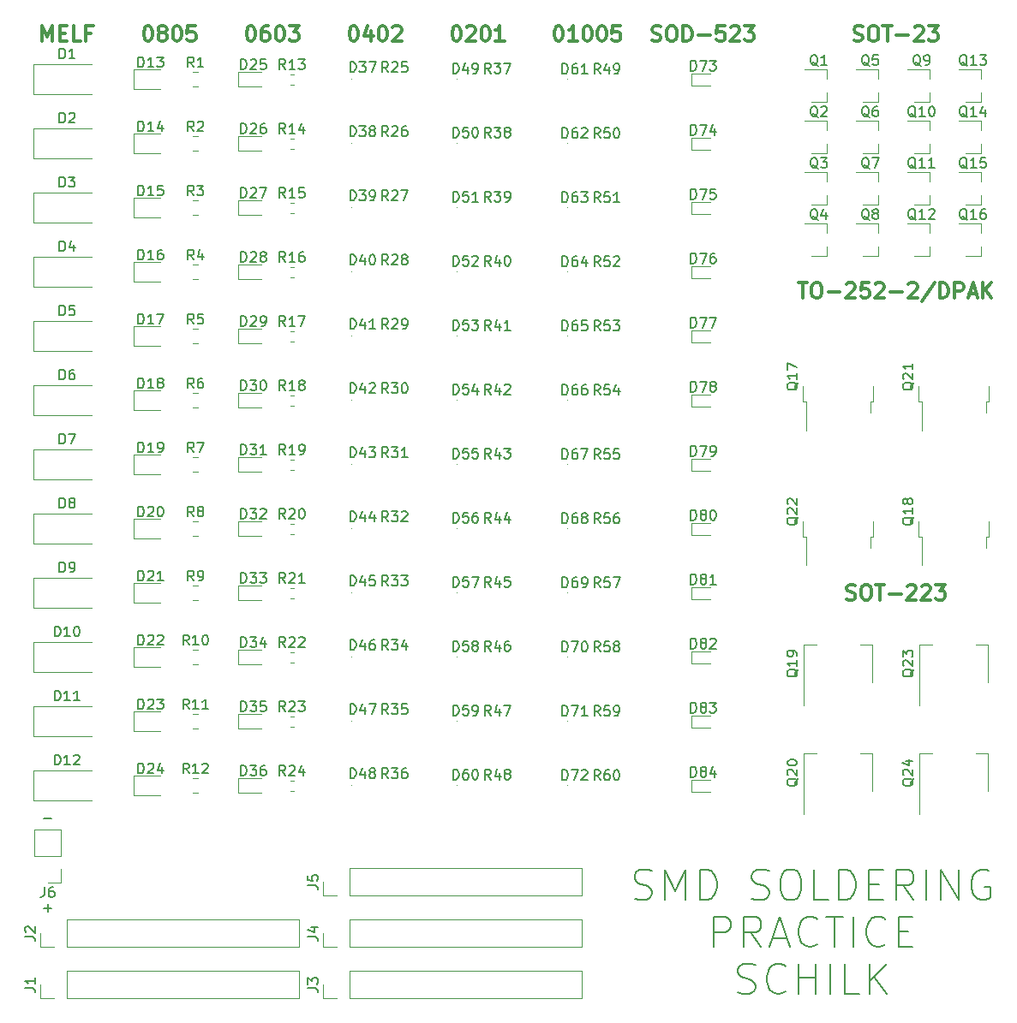
<source format=gbr>
G04 #@! TF.GenerationSoftware,KiCad,Pcbnew,(5.1.5)-3*
G04 #@! TF.CreationDate,2020-12-04T11:44:08+01:00*
G04 #@! TF.ProjectId,SolderPractice,536f6c64-6572-4507-9261-63746963652e,rev?*
G04 #@! TF.SameCoordinates,Original*
G04 #@! TF.FileFunction,Legend,Top*
G04 #@! TF.FilePolarity,Positive*
%FSLAX46Y46*%
G04 Gerber Fmt 4.6, Leading zero omitted, Abs format (unit mm)*
G04 Created by KiCad (PCBNEW (5.1.5)-3) date 2020-12-04 11:44:08*
%MOMM*%
%LPD*%
G04 APERTURE LIST*
%ADD10C,0.300000*%
%ADD11C,0.150000*%
%ADD12C,0.120000*%
%ADD13C,0.100000*%
G04 APERTURE END LIST*
D10*
X469487857Y-158087142D02*
X469702142Y-158158571D01*
X470059285Y-158158571D01*
X470202142Y-158087142D01*
X470273571Y-158015714D01*
X470345000Y-157872857D01*
X470345000Y-157730000D01*
X470273571Y-157587142D01*
X470202142Y-157515714D01*
X470059285Y-157444285D01*
X469773571Y-157372857D01*
X469630714Y-157301428D01*
X469559285Y-157230000D01*
X469487857Y-157087142D01*
X469487857Y-156944285D01*
X469559285Y-156801428D01*
X469630714Y-156730000D01*
X469773571Y-156658571D01*
X470130714Y-156658571D01*
X470345000Y-156730000D01*
X471273571Y-156658571D02*
X471559285Y-156658571D01*
X471702142Y-156730000D01*
X471845000Y-156872857D01*
X471916428Y-157158571D01*
X471916428Y-157658571D01*
X471845000Y-157944285D01*
X471702142Y-158087142D01*
X471559285Y-158158571D01*
X471273571Y-158158571D01*
X471130714Y-158087142D01*
X470987857Y-157944285D01*
X470916428Y-157658571D01*
X470916428Y-157158571D01*
X470987857Y-156872857D01*
X471130714Y-156730000D01*
X471273571Y-156658571D01*
X472345000Y-156658571D02*
X473202142Y-156658571D01*
X472773571Y-158158571D02*
X472773571Y-156658571D01*
X473702142Y-157587142D02*
X474845000Y-157587142D01*
X475487857Y-156801428D02*
X475559285Y-156730000D01*
X475702142Y-156658571D01*
X476059285Y-156658571D01*
X476202142Y-156730000D01*
X476273571Y-156801428D01*
X476345000Y-156944285D01*
X476345000Y-157087142D01*
X476273571Y-157301428D01*
X475416428Y-158158571D01*
X476345000Y-158158571D01*
X476916428Y-156801428D02*
X476987857Y-156730000D01*
X477130714Y-156658571D01*
X477487857Y-156658571D01*
X477630714Y-156730000D01*
X477702142Y-156801428D01*
X477773571Y-156944285D01*
X477773571Y-157087142D01*
X477702142Y-157301428D01*
X476845000Y-158158571D01*
X477773571Y-158158571D01*
X478273571Y-156658571D02*
X479202142Y-156658571D01*
X478702142Y-157230000D01*
X478916428Y-157230000D01*
X479059285Y-157301428D01*
X479130714Y-157372857D01*
X479202142Y-157515714D01*
X479202142Y-157872857D01*
X479130714Y-158015714D01*
X479059285Y-158087142D01*
X478916428Y-158158571D01*
X478487857Y-158158571D01*
X478345000Y-158087142D01*
X478273571Y-158015714D01*
X464737857Y-126813571D02*
X465595000Y-126813571D01*
X465166428Y-128313571D02*
X465166428Y-126813571D01*
X466380714Y-126813571D02*
X466666428Y-126813571D01*
X466809285Y-126885000D01*
X466952142Y-127027857D01*
X467023571Y-127313571D01*
X467023571Y-127813571D01*
X466952142Y-128099285D01*
X466809285Y-128242142D01*
X466666428Y-128313571D01*
X466380714Y-128313571D01*
X466237857Y-128242142D01*
X466095000Y-128099285D01*
X466023571Y-127813571D01*
X466023571Y-127313571D01*
X466095000Y-127027857D01*
X466237857Y-126885000D01*
X466380714Y-126813571D01*
X467666428Y-127742142D02*
X468809285Y-127742142D01*
X469452142Y-126956428D02*
X469523571Y-126885000D01*
X469666428Y-126813571D01*
X470023571Y-126813571D01*
X470166428Y-126885000D01*
X470237857Y-126956428D01*
X470309285Y-127099285D01*
X470309285Y-127242142D01*
X470237857Y-127456428D01*
X469380714Y-128313571D01*
X470309285Y-128313571D01*
X471666428Y-126813571D02*
X470952142Y-126813571D01*
X470880714Y-127527857D01*
X470952142Y-127456428D01*
X471095000Y-127385000D01*
X471452142Y-127385000D01*
X471595000Y-127456428D01*
X471666428Y-127527857D01*
X471737857Y-127670714D01*
X471737857Y-128027857D01*
X471666428Y-128170714D01*
X471595000Y-128242142D01*
X471452142Y-128313571D01*
X471095000Y-128313571D01*
X470952142Y-128242142D01*
X470880714Y-128170714D01*
X472309285Y-126956428D02*
X472380714Y-126885000D01*
X472523571Y-126813571D01*
X472880714Y-126813571D01*
X473023571Y-126885000D01*
X473095000Y-126956428D01*
X473166428Y-127099285D01*
X473166428Y-127242142D01*
X473095000Y-127456428D01*
X472237857Y-128313571D01*
X473166428Y-128313571D01*
X473809285Y-127742142D02*
X474952142Y-127742142D01*
X475595000Y-126956428D02*
X475666428Y-126885000D01*
X475809285Y-126813571D01*
X476166428Y-126813571D01*
X476309285Y-126885000D01*
X476380714Y-126956428D01*
X476452142Y-127099285D01*
X476452142Y-127242142D01*
X476380714Y-127456428D01*
X475523571Y-128313571D01*
X476452142Y-128313571D01*
X478166428Y-126742142D02*
X476880714Y-128670714D01*
X478666428Y-128313571D02*
X478666428Y-126813571D01*
X479023571Y-126813571D01*
X479237857Y-126885000D01*
X479380714Y-127027857D01*
X479452142Y-127170714D01*
X479523571Y-127456428D01*
X479523571Y-127670714D01*
X479452142Y-127956428D01*
X479380714Y-128099285D01*
X479237857Y-128242142D01*
X479023571Y-128313571D01*
X478666428Y-128313571D01*
X480166428Y-128313571D02*
X480166428Y-126813571D01*
X480737857Y-126813571D01*
X480880714Y-126885000D01*
X480952142Y-126956428D01*
X481023571Y-127099285D01*
X481023571Y-127313571D01*
X480952142Y-127456428D01*
X480880714Y-127527857D01*
X480737857Y-127599285D01*
X480166428Y-127599285D01*
X481595000Y-127885000D02*
X482309285Y-127885000D01*
X481452142Y-128313571D02*
X481952142Y-126813571D01*
X482452142Y-128313571D01*
X482952142Y-128313571D02*
X482952142Y-126813571D01*
X483809285Y-128313571D02*
X483166428Y-127456428D01*
X483809285Y-126813571D02*
X482952142Y-127670714D01*
D11*
X448518571Y-187699285D02*
X448947142Y-187842142D01*
X449661428Y-187842142D01*
X449947142Y-187699285D01*
X450090000Y-187556428D01*
X450232857Y-187270714D01*
X450232857Y-186985000D01*
X450090000Y-186699285D01*
X449947142Y-186556428D01*
X449661428Y-186413571D01*
X449090000Y-186270714D01*
X448804285Y-186127857D01*
X448661428Y-185985000D01*
X448518571Y-185699285D01*
X448518571Y-185413571D01*
X448661428Y-185127857D01*
X448804285Y-184985000D01*
X449090000Y-184842142D01*
X449804285Y-184842142D01*
X450232857Y-184985000D01*
X451518571Y-187842142D02*
X451518571Y-184842142D01*
X452518571Y-186985000D01*
X453518571Y-184842142D01*
X453518571Y-187842142D01*
X454947142Y-187842142D02*
X454947142Y-184842142D01*
X455661428Y-184842142D01*
X456090000Y-184985000D01*
X456375714Y-185270714D01*
X456518571Y-185556428D01*
X456661428Y-186127857D01*
X456661428Y-186556428D01*
X456518571Y-187127857D01*
X456375714Y-187413571D01*
X456090000Y-187699285D01*
X455661428Y-187842142D01*
X454947142Y-187842142D01*
X460090000Y-187699285D02*
X460518571Y-187842142D01*
X461232857Y-187842142D01*
X461518571Y-187699285D01*
X461661428Y-187556428D01*
X461804285Y-187270714D01*
X461804285Y-186985000D01*
X461661428Y-186699285D01*
X461518571Y-186556428D01*
X461232857Y-186413571D01*
X460661428Y-186270714D01*
X460375714Y-186127857D01*
X460232857Y-185985000D01*
X460090000Y-185699285D01*
X460090000Y-185413571D01*
X460232857Y-185127857D01*
X460375714Y-184985000D01*
X460661428Y-184842142D01*
X461375714Y-184842142D01*
X461804285Y-184985000D01*
X463661428Y-184842142D02*
X464232857Y-184842142D01*
X464518571Y-184985000D01*
X464804285Y-185270714D01*
X464947142Y-185842142D01*
X464947142Y-186842142D01*
X464804285Y-187413571D01*
X464518571Y-187699285D01*
X464232857Y-187842142D01*
X463661428Y-187842142D01*
X463375714Y-187699285D01*
X463090000Y-187413571D01*
X462947142Y-186842142D01*
X462947142Y-185842142D01*
X463090000Y-185270714D01*
X463375714Y-184985000D01*
X463661428Y-184842142D01*
X467661428Y-187842142D02*
X466232857Y-187842142D01*
X466232857Y-184842142D01*
X468661428Y-187842142D02*
X468661428Y-184842142D01*
X469375714Y-184842142D01*
X469804285Y-184985000D01*
X470090000Y-185270714D01*
X470232857Y-185556428D01*
X470375714Y-186127857D01*
X470375714Y-186556428D01*
X470232857Y-187127857D01*
X470090000Y-187413571D01*
X469804285Y-187699285D01*
X469375714Y-187842142D01*
X468661428Y-187842142D01*
X471661428Y-186270714D02*
X472661428Y-186270714D01*
X473090000Y-187842142D02*
X471661428Y-187842142D01*
X471661428Y-184842142D01*
X473090000Y-184842142D01*
X476090000Y-187842142D02*
X475090000Y-186413571D01*
X474375714Y-187842142D02*
X474375714Y-184842142D01*
X475518571Y-184842142D01*
X475804285Y-184985000D01*
X475947142Y-185127857D01*
X476090000Y-185413571D01*
X476090000Y-185842142D01*
X475947142Y-186127857D01*
X475804285Y-186270714D01*
X475518571Y-186413571D01*
X474375714Y-186413571D01*
X477375714Y-187842142D02*
X477375714Y-184842142D01*
X478804285Y-187842142D02*
X478804285Y-184842142D01*
X480518571Y-187842142D01*
X480518571Y-184842142D01*
X483518571Y-184985000D02*
X483232857Y-184842142D01*
X482804285Y-184842142D01*
X482375714Y-184985000D01*
X482090000Y-185270714D01*
X481947142Y-185556428D01*
X481804285Y-186127857D01*
X481804285Y-186556428D01*
X481947142Y-187127857D01*
X482090000Y-187413571D01*
X482375714Y-187699285D01*
X482804285Y-187842142D01*
X483090000Y-187842142D01*
X483518571Y-187699285D01*
X483661428Y-187556428D01*
X483661428Y-186556428D01*
X483090000Y-186556428D01*
X456304285Y-192492142D02*
X456304285Y-189492142D01*
X457447142Y-189492142D01*
X457732857Y-189635000D01*
X457875714Y-189777857D01*
X458018571Y-190063571D01*
X458018571Y-190492142D01*
X457875714Y-190777857D01*
X457732857Y-190920714D01*
X457447142Y-191063571D01*
X456304285Y-191063571D01*
X461018571Y-192492142D02*
X460018571Y-191063571D01*
X459304285Y-192492142D02*
X459304285Y-189492142D01*
X460447142Y-189492142D01*
X460732857Y-189635000D01*
X460875714Y-189777857D01*
X461018571Y-190063571D01*
X461018571Y-190492142D01*
X460875714Y-190777857D01*
X460732857Y-190920714D01*
X460447142Y-191063571D01*
X459304285Y-191063571D01*
X462161428Y-191635000D02*
X463590000Y-191635000D01*
X461875714Y-192492142D02*
X462875714Y-189492142D01*
X463875714Y-192492142D01*
X466590000Y-192206428D02*
X466447142Y-192349285D01*
X466018571Y-192492142D01*
X465732857Y-192492142D01*
X465304285Y-192349285D01*
X465018571Y-192063571D01*
X464875714Y-191777857D01*
X464732857Y-191206428D01*
X464732857Y-190777857D01*
X464875714Y-190206428D01*
X465018571Y-189920714D01*
X465304285Y-189635000D01*
X465732857Y-189492142D01*
X466018571Y-189492142D01*
X466447142Y-189635000D01*
X466590000Y-189777857D01*
X467447142Y-189492142D02*
X469161428Y-189492142D01*
X468304285Y-192492142D02*
X468304285Y-189492142D01*
X470161428Y-192492142D02*
X470161428Y-189492142D01*
X473304285Y-192206428D02*
X473161428Y-192349285D01*
X472732857Y-192492142D01*
X472447142Y-192492142D01*
X472018571Y-192349285D01*
X471732857Y-192063571D01*
X471590000Y-191777857D01*
X471447142Y-191206428D01*
X471447142Y-190777857D01*
X471590000Y-190206428D01*
X471732857Y-189920714D01*
X472018571Y-189635000D01*
X472447142Y-189492142D01*
X472732857Y-189492142D01*
X473161428Y-189635000D01*
X473304285Y-189777857D01*
X474590000Y-190920714D02*
X475590000Y-190920714D01*
X476018571Y-192492142D02*
X474590000Y-192492142D01*
X474590000Y-189492142D01*
X476018571Y-189492142D01*
X458732857Y-196999285D02*
X459161428Y-197142142D01*
X459875714Y-197142142D01*
X460161428Y-196999285D01*
X460304285Y-196856428D01*
X460447142Y-196570714D01*
X460447142Y-196285000D01*
X460304285Y-195999285D01*
X460161428Y-195856428D01*
X459875714Y-195713571D01*
X459304285Y-195570714D01*
X459018571Y-195427857D01*
X458875714Y-195285000D01*
X458732857Y-194999285D01*
X458732857Y-194713571D01*
X458875714Y-194427857D01*
X459018571Y-194285000D01*
X459304285Y-194142142D01*
X460018571Y-194142142D01*
X460447142Y-194285000D01*
X463447142Y-196856428D02*
X463304285Y-196999285D01*
X462875714Y-197142142D01*
X462590000Y-197142142D01*
X462161428Y-196999285D01*
X461875714Y-196713571D01*
X461732857Y-196427857D01*
X461590000Y-195856428D01*
X461590000Y-195427857D01*
X461732857Y-194856428D01*
X461875714Y-194570714D01*
X462161428Y-194285000D01*
X462590000Y-194142142D01*
X462875714Y-194142142D01*
X463304285Y-194285000D01*
X463447142Y-194427857D01*
X464732857Y-197142142D02*
X464732857Y-194142142D01*
X464732857Y-195570714D02*
X466447142Y-195570714D01*
X466447142Y-197142142D02*
X466447142Y-194142142D01*
X467875714Y-197142142D02*
X467875714Y-194142142D01*
X470732857Y-197142142D02*
X469304285Y-197142142D01*
X469304285Y-194142142D01*
X471732857Y-197142142D02*
X471732857Y-194142142D01*
X473447142Y-197142142D02*
X472161428Y-195427857D01*
X473447142Y-194142142D02*
X471732857Y-195856428D01*
D10*
X470202142Y-102842142D02*
X470416428Y-102913571D01*
X470773571Y-102913571D01*
X470916428Y-102842142D01*
X470987857Y-102770714D01*
X471059285Y-102627857D01*
X471059285Y-102485000D01*
X470987857Y-102342142D01*
X470916428Y-102270714D01*
X470773571Y-102199285D01*
X470487857Y-102127857D01*
X470345000Y-102056428D01*
X470273571Y-101985000D01*
X470202142Y-101842142D01*
X470202142Y-101699285D01*
X470273571Y-101556428D01*
X470345000Y-101485000D01*
X470487857Y-101413571D01*
X470845000Y-101413571D01*
X471059285Y-101485000D01*
X471987857Y-101413571D02*
X472273571Y-101413571D01*
X472416428Y-101485000D01*
X472559285Y-101627857D01*
X472630714Y-101913571D01*
X472630714Y-102413571D01*
X472559285Y-102699285D01*
X472416428Y-102842142D01*
X472273571Y-102913571D01*
X471987857Y-102913571D01*
X471845000Y-102842142D01*
X471702142Y-102699285D01*
X471630714Y-102413571D01*
X471630714Y-101913571D01*
X471702142Y-101627857D01*
X471845000Y-101485000D01*
X471987857Y-101413571D01*
X473059285Y-101413571D02*
X473916428Y-101413571D01*
X473487857Y-102913571D02*
X473487857Y-101413571D01*
X474416428Y-102342142D02*
X475559285Y-102342142D01*
X476202142Y-101556428D02*
X476273571Y-101485000D01*
X476416428Y-101413571D01*
X476773571Y-101413571D01*
X476916428Y-101485000D01*
X476987857Y-101556428D01*
X477059285Y-101699285D01*
X477059285Y-101842142D01*
X476987857Y-102056428D01*
X476130714Y-102913571D01*
X477059285Y-102913571D01*
X477559285Y-101413571D02*
X478487857Y-101413571D01*
X477987857Y-101985000D01*
X478202142Y-101985000D01*
X478345000Y-102056428D01*
X478416428Y-102127857D01*
X478487857Y-102270714D01*
X478487857Y-102627857D01*
X478416428Y-102770714D01*
X478345000Y-102842142D01*
X478202142Y-102913571D01*
X477773571Y-102913571D01*
X477630714Y-102842142D01*
X477559285Y-102770714D01*
D11*
X390144047Y-179776428D02*
X390905952Y-179776428D01*
X390144047Y-188666428D02*
X390905952Y-188666428D01*
X390525000Y-189047380D02*
X390525000Y-188285476D01*
D10*
X450259285Y-102842142D02*
X450473571Y-102913571D01*
X450830714Y-102913571D01*
X450973571Y-102842142D01*
X451045000Y-102770714D01*
X451116428Y-102627857D01*
X451116428Y-102485000D01*
X451045000Y-102342142D01*
X450973571Y-102270714D01*
X450830714Y-102199285D01*
X450545000Y-102127857D01*
X450402142Y-102056428D01*
X450330714Y-101985000D01*
X450259285Y-101842142D01*
X450259285Y-101699285D01*
X450330714Y-101556428D01*
X450402142Y-101485000D01*
X450545000Y-101413571D01*
X450902142Y-101413571D01*
X451116428Y-101485000D01*
X452045000Y-101413571D02*
X452330714Y-101413571D01*
X452473571Y-101485000D01*
X452616428Y-101627857D01*
X452687857Y-101913571D01*
X452687857Y-102413571D01*
X452616428Y-102699285D01*
X452473571Y-102842142D01*
X452330714Y-102913571D01*
X452045000Y-102913571D01*
X451902142Y-102842142D01*
X451759285Y-102699285D01*
X451687857Y-102413571D01*
X451687857Y-101913571D01*
X451759285Y-101627857D01*
X451902142Y-101485000D01*
X452045000Y-101413571D01*
X453330714Y-102913571D02*
X453330714Y-101413571D01*
X453687857Y-101413571D01*
X453902142Y-101485000D01*
X454045000Y-101627857D01*
X454116428Y-101770714D01*
X454187857Y-102056428D01*
X454187857Y-102270714D01*
X454116428Y-102556428D01*
X454045000Y-102699285D01*
X453902142Y-102842142D01*
X453687857Y-102913571D01*
X453330714Y-102913571D01*
X454830714Y-102342142D02*
X455973571Y-102342142D01*
X457402142Y-101413571D02*
X456687857Y-101413571D01*
X456616428Y-102127857D01*
X456687857Y-102056428D01*
X456830714Y-101985000D01*
X457187857Y-101985000D01*
X457330714Y-102056428D01*
X457402142Y-102127857D01*
X457473571Y-102270714D01*
X457473571Y-102627857D01*
X457402142Y-102770714D01*
X457330714Y-102842142D01*
X457187857Y-102913571D01*
X456830714Y-102913571D01*
X456687857Y-102842142D01*
X456616428Y-102770714D01*
X458045000Y-101556428D02*
X458116428Y-101485000D01*
X458259285Y-101413571D01*
X458616428Y-101413571D01*
X458759285Y-101485000D01*
X458830714Y-101556428D01*
X458902142Y-101699285D01*
X458902142Y-101842142D01*
X458830714Y-102056428D01*
X457973571Y-102913571D01*
X458902142Y-102913571D01*
X459402142Y-101413571D02*
X460330714Y-101413571D01*
X459830714Y-101985000D01*
X460045000Y-101985000D01*
X460187857Y-102056428D01*
X460259285Y-102127857D01*
X460330714Y-102270714D01*
X460330714Y-102627857D01*
X460259285Y-102770714D01*
X460187857Y-102842142D01*
X460045000Y-102913571D01*
X459616428Y-102913571D01*
X459473571Y-102842142D01*
X459402142Y-102770714D01*
X440936428Y-101413571D02*
X441079285Y-101413571D01*
X441222142Y-101485000D01*
X441293571Y-101556428D01*
X441365000Y-101699285D01*
X441436428Y-101985000D01*
X441436428Y-102342142D01*
X441365000Y-102627857D01*
X441293571Y-102770714D01*
X441222142Y-102842142D01*
X441079285Y-102913571D01*
X440936428Y-102913571D01*
X440793571Y-102842142D01*
X440722142Y-102770714D01*
X440650714Y-102627857D01*
X440579285Y-102342142D01*
X440579285Y-101985000D01*
X440650714Y-101699285D01*
X440722142Y-101556428D01*
X440793571Y-101485000D01*
X440936428Y-101413571D01*
X442865000Y-102913571D02*
X442007857Y-102913571D01*
X442436428Y-102913571D02*
X442436428Y-101413571D01*
X442293571Y-101627857D01*
X442150714Y-101770714D01*
X442007857Y-101842142D01*
X443793571Y-101413571D02*
X443936428Y-101413571D01*
X444079285Y-101485000D01*
X444150714Y-101556428D01*
X444222142Y-101699285D01*
X444293571Y-101985000D01*
X444293571Y-102342142D01*
X444222142Y-102627857D01*
X444150714Y-102770714D01*
X444079285Y-102842142D01*
X443936428Y-102913571D01*
X443793571Y-102913571D01*
X443650714Y-102842142D01*
X443579285Y-102770714D01*
X443507857Y-102627857D01*
X443436428Y-102342142D01*
X443436428Y-101985000D01*
X443507857Y-101699285D01*
X443579285Y-101556428D01*
X443650714Y-101485000D01*
X443793571Y-101413571D01*
X445222142Y-101413571D02*
X445365000Y-101413571D01*
X445507857Y-101485000D01*
X445579285Y-101556428D01*
X445650714Y-101699285D01*
X445722142Y-101985000D01*
X445722142Y-102342142D01*
X445650714Y-102627857D01*
X445579285Y-102770714D01*
X445507857Y-102842142D01*
X445365000Y-102913571D01*
X445222142Y-102913571D01*
X445079285Y-102842142D01*
X445007857Y-102770714D01*
X444936428Y-102627857D01*
X444865000Y-102342142D01*
X444865000Y-101985000D01*
X444936428Y-101699285D01*
X445007857Y-101556428D01*
X445079285Y-101485000D01*
X445222142Y-101413571D01*
X447079285Y-101413571D02*
X446365000Y-101413571D01*
X446293571Y-102127857D01*
X446365000Y-102056428D01*
X446507857Y-101985000D01*
X446865000Y-101985000D01*
X447007857Y-102056428D01*
X447079285Y-102127857D01*
X447150714Y-102270714D01*
X447150714Y-102627857D01*
X447079285Y-102770714D01*
X447007857Y-102842142D01*
X446865000Y-102913571D01*
X446507857Y-102913571D01*
X446365000Y-102842142D01*
X446293571Y-102770714D01*
X430855714Y-101413571D02*
X430998571Y-101413571D01*
X431141428Y-101485000D01*
X431212857Y-101556428D01*
X431284285Y-101699285D01*
X431355714Y-101985000D01*
X431355714Y-102342142D01*
X431284285Y-102627857D01*
X431212857Y-102770714D01*
X431141428Y-102842142D01*
X430998571Y-102913571D01*
X430855714Y-102913571D01*
X430712857Y-102842142D01*
X430641428Y-102770714D01*
X430570000Y-102627857D01*
X430498571Y-102342142D01*
X430498571Y-101985000D01*
X430570000Y-101699285D01*
X430641428Y-101556428D01*
X430712857Y-101485000D01*
X430855714Y-101413571D01*
X431927142Y-101556428D02*
X431998571Y-101485000D01*
X432141428Y-101413571D01*
X432498571Y-101413571D01*
X432641428Y-101485000D01*
X432712857Y-101556428D01*
X432784285Y-101699285D01*
X432784285Y-101842142D01*
X432712857Y-102056428D01*
X431855714Y-102913571D01*
X432784285Y-102913571D01*
X433712857Y-101413571D02*
X433855714Y-101413571D01*
X433998571Y-101485000D01*
X434070000Y-101556428D01*
X434141428Y-101699285D01*
X434212857Y-101985000D01*
X434212857Y-102342142D01*
X434141428Y-102627857D01*
X434070000Y-102770714D01*
X433998571Y-102842142D01*
X433855714Y-102913571D01*
X433712857Y-102913571D01*
X433570000Y-102842142D01*
X433498571Y-102770714D01*
X433427142Y-102627857D01*
X433355714Y-102342142D01*
X433355714Y-101985000D01*
X433427142Y-101699285D01*
X433498571Y-101556428D01*
X433570000Y-101485000D01*
X433712857Y-101413571D01*
X435641428Y-102913571D02*
X434784285Y-102913571D01*
X435212857Y-102913571D02*
X435212857Y-101413571D01*
X435070000Y-101627857D01*
X434927142Y-101770714D01*
X434784285Y-101842142D01*
X420695714Y-101413571D02*
X420838571Y-101413571D01*
X420981428Y-101485000D01*
X421052857Y-101556428D01*
X421124285Y-101699285D01*
X421195714Y-101985000D01*
X421195714Y-102342142D01*
X421124285Y-102627857D01*
X421052857Y-102770714D01*
X420981428Y-102842142D01*
X420838571Y-102913571D01*
X420695714Y-102913571D01*
X420552857Y-102842142D01*
X420481428Y-102770714D01*
X420410000Y-102627857D01*
X420338571Y-102342142D01*
X420338571Y-101985000D01*
X420410000Y-101699285D01*
X420481428Y-101556428D01*
X420552857Y-101485000D01*
X420695714Y-101413571D01*
X422481428Y-101913571D02*
X422481428Y-102913571D01*
X422124285Y-101342142D02*
X421767142Y-102413571D01*
X422695714Y-102413571D01*
X423552857Y-101413571D02*
X423695714Y-101413571D01*
X423838571Y-101485000D01*
X423910000Y-101556428D01*
X423981428Y-101699285D01*
X424052857Y-101985000D01*
X424052857Y-102342142D01*
X423981428Y-102627857D01*
X423910000Y-102770714D01*
X423838571Y-102842142D01*
X423695714Y-102913571D01*
X423552857Y-102913571D01*
X423410000Y-102842142D01*
X423338571Y-102770714D01*
X423267142Y-102627857D01*
X423195714Y-102342142D01*
X423195714Y-101985000D01*
X423267142Y-101699285D01*
X423338571Y-101556428D01*
X423410000Y-101485000D01*
X423552857Y-101413571D01*
X424624285Y-101556428D02*
X424695714Y-101485000D01*
X424838571Y-101413571D01*
X425195714Y-101413571D01*
X425338571Y-101485000D01*
X425410000Y-101556428D01*
X425481428Y-101699285D01*
X425481428Y-101842142D01*
X425410000Y-102056428D01*
X424552857Y-102913571D01*
X425481428Y-102913571D01*
X410535714Y-101413571D02*
X410678571Y-101413571D01*
X410821428Y-101485000D01*
X410892857Y-101556428D01*
X410964285Y-101699285D01*
X411035714Y-101985000D01*
X411035714Y-102342142D01*
X410964285Y-102627857D01*
X410892857Y-102770714D01*
X410821428Y-102842142D01*
X410678571Y-102913571D01*
X410535714Y-102913571D01*
X410392857Y-102842142D01*
X410321428Y-102770714D01*
X410250000Y-102627857D01*
X410178571Y-102342142D01*
X410178571Y-101985000D01*
X410250000Y-101699285D01*
X410321428Y-101556428D01*
X410392857Y-101485000D01*
X410535714Y-101413571D01*
X412321428Y-101413571D02*
X412035714Y-101413571D01*
X411892857Y-101485000D01*
X411821428Y-101556428D01*
X411678571Y-101770714D01*
X411607142Y-102056428D01*
X411607142Y-102627857D01*
X411678571Y-102770714D01*
X411750000Y-102842142D01*
X411892857Y-102913571D01*
X412178571Y-102913571D01*
X412321428Y-102842142D01*
X412392857Y-102770714D01*
X412464285Y-102627857D01*
X412464285Y-102270714D01*
X412392857Y-102127857D01*
X412321428Y-102056428D01*
X412178571Y-101985000D01*
X411892857Y-101985000D01*
X411750000Y-102056428D01*
X411678571Y-102127857D01*
X411607142Y-102270714D01*
X413392857Y-101413571D02*
X413535714Y-101413571D01*
X413678571Y-101485000D01*
X413750000Y-101556428D01*
X413821428Y-101699285D01*
X413892857Y-101985000D01*
X413892857Y-102342142D01*
X413821428Y-102627857D01*
X413750000Y-102770714D01*
X413678571Y-102842142D01*
X413535714Y-102913571D01*
X413392857Y-102913571D01*
X413250000Y-102842142D01*
X413178571Y-102770714D01*
X413107142Y-102627857D01*
X413035714Y-102342142D01*
X413035714Y-101985000D01*
X413107142Y-101699285D01*
X413178571Y-101556428D01*
X413250000Y-101485000D01*
X413392857Y-101413571D01*
X414392857Y-101413571D02*
X415321428Y-101413571D01*
X414821428Y-101985000D01*
X415035714Y-101985000D01*
X415178571Y-102056428D01*
X415250000Y-102127857D01*
X415321428Y-102270714D01*
X415321428Y-102627857D01*
X415250000Y-102770714D01*
X415178571Y-102842142D01*
X415035714Y-102913571D01*
X414607142Y-102913571D01*
X414464285Y-102842142D01*
X414392857Y-102770714D01*
X400375714Y-101413571D02*
X400518571Y-101413571D01*
X400661428Y-101485000D01*
X400732857Y-101556428D01*
X400804285Y-101699285D01*
X400875714Y-101985000D01*
X400875714Y-102342142D01*
X400804285Y-102627857D01*
X400732857Y-102770714D01*
X400661428Y-102842142D01*
X400518571Y-102913571D01*
X400375714Y-102913571D01*
X400232857Y-102842142D01*
X400161428Y-102770714D01*
X400090000Y-102627857D01*
X400018571Y-102342142D01*
X400018571Y-101985000D01*
X400090000Y-101699285D01*
X400161428Y-101556428D01*
X400232857Y-101485000D01*
X400375714Y-101413571D01*
X401732857Y-102056428D02*
X401590000Y-101985000D01*
X401518571Y-101913571D01*
X401447142Y-101770714D01*
X401447142Y-101699285D01*
X401518571Y-101556428D01*
X401590000Y-101485000D01*
X401732857Y-101413571D01*
X402018571Y-101413571D01*
X402161428Y-101485000D01*
X402232857Y-101556428D01*
X402304285Y-101699285D01*
X402304285Y-101770714D01*
X402232857Y-101913571D01*
X402161428Y-101985000D01*
X402018571Y-102056428D01*
X401732857Y-102056428D01*
X401590000Y-102127857D01*
X401518571Y-102199285D01*
X401447142Y-102342142D01*
X401447142Y-102627857D01*
X401518571Y-102770714D01*
X401590000Y-102842142D01*
X401732857Y-102913571D01*
X402018571Y-102913571D01*
X402161428Y-102842142D01*
X402232857Y-102770714D01*
X402304285Y-102627857D01*
X402304285Y-102342142D01*
X402232857Y-102199285D01*
X402161428Y-102127857D01*
X402018571Y-102056428D01*
X403232857Y-101413571D02*
X403375714Y-101413571D01*
X403518571Y-101485000D01*
X403590000Y-101556428D01*
X403661428Y-101699285D01*
X403732857Y-101985000D01*
X403732857Y-102342142D01*
X403661428Y-102627857D01*
X403590000Y-102770714D01*
X403518571Y-102842142D01*
X403375714Y-102913571D01*
X403232857Y-102913571D01*
X403090000Y-102842142D01*
X403018571Y-102770714D01*
X402947142Y-102627857D01*
X402875714Y-102342142D01*
X402875714Y-101985000D01*
X402947142Y-101699285D01*
X403018571Y-101556428D01*
X403090000Y-101485000D01*
X403232857Y-101413571D01*
X405090000Y-101413571D02*
X404375714Y-101413571D01*
X404304285Y-102127857D01*
X404375714Y-102056428D01*
X404518571Y-101985000D01*
X404875714Y-101985000D01*
X405018571Y-102056428D01*
X405090000Y-102127857D01*
X405161428Y-102270714D01*
X405161428Y-102627857D01*
X405090000Y-102770714D01*
X405018571Y-102842142D01*
X404875714Y-102913571D01*
X404518571Y-102913571D01*
X404375714Y-102842142D01*
X404304285Y-102770714D01*
X390001428Y-102913571D02*
X390001428Y-101413571D01*
X390501428Y-102485000D01*
X391001428Y-101413571D01*
X391001428Y-102913571D01*
X391715714Y-102127857D02*
X392215714Y-102127857D01*
X392430000Y-102913571D02*
X391715714Y-102913571D01*
X391715714Y-101413571D01*
X392430000Y-101413571D01*
X393787142Y-102913571D02*
X393072857Y-102913571D01*
X393072857Y-101413571D01*
X394787142Y-102127857D02*
X394287142Y-102127857D01*
X394287142Y-102913571D02*
X394287142Y-101413571D01*
X395001428Y-101413571D01*
D12*
X476650000Y-179360000D02*
X476650000Y-173350000D01*
X483470000Y-177110000D02*
X483470000Y-173350000D01*
X476650000Y-173350000D02*
X477910000Y-173350000D01*
X483470000Y-173350000D02*
X482210000Y-173350000D01*
X476650000Y-168565000D02*
X476650000Y-162555000D01*
X483470000Y-166315000D02*
X483470000Y-162555000D01*
X476650000Y-162555000D02*
X477910000Y-162555000D01*
X483470000Y-162555000D02*
X482210000Y-162555000D01*
X471810000Y-151890000D02*
X471810000Y-152990000D01*
X472080000Y-151890000D02*
X471810000Y-151890000D01*
X472080000Y-150390000D02*
X472080000Y-151890000D01*
X465450000Y-151890000D02*
X465450000Y-154720000D01*
X465180000Y-151890000D02*
X465450000Y-151890000D01*
X465180000Y-150390000D02*
X465180000Y-151890000D01*
X483240000Y-138555000D02*
X483240000Y-139655000D01*
X483510000Y-138555000D02*
X483240000Y-138555000D01*
X483510000Y-137055000D02*
X483510000Y-138555000D01*
X476880000Y-138555000D02*
X476880000Y-141385000D01*
X476610000Y-138555000D02*
X476880000Y-138555000D01*
X476610000Y-137055000D02*
X476610000Y-138555000D01*
X465220000Y-179360000D02*
X465220000Y-173350000D01*
X472040000Y-177110000D02*
X472040000Y-173350000D01*
X465220000Y-173350000D02*
X466480000Y-173350000D01*
X472040000Y-173350000D02*
X470780000Y-173350000D01*
X465220000Y-168565000D02*
X465220000Y-162555000D01*
X472040000Y-166315000D02*
X472040000Y-162555000D01*
X465220000Y-162555000D02*
X466480000Y-162555000D01*
X472040000Y-162555000D02*
X470780000Y-162555000D01*
X483240000Y-151890000D02*
X483240000Y-152990000D01*
X483510000Y-151890000D02*
X483240000Y-151890000D01*
X483510000Y-150390000D02*
X483510000Y-151890000D01*
X476880000Y-151890000D02*
X476880000Y-154720000D01*
X476610000Y-151890000D02*
X476880000Y-151890000D01*
X476610000Y-150390000D02*
X476610000Y-151890000D01*
X471810000Y-138555000D02*
X471810000Y-139655000D01*
X472080000Y-138555000D02*
X471810000Y-138555000D01*
X472080000Y-137055000D02*
X472080000Y-138555000D01*
X465450000Y-138555000D02*
X465450000Y-141385000D01*
X465180000Y-138555000D02*
X465450000Y-138555000D01*
X465180000Y-137055000D02*
X465180000Y-138555000D01*
X414492221Y-177040000D02*
X414817779Y-177040000D01*
X414492221Y-176020000D02*
X414817779Y-176020000D01*
X414492221Y-170690000D02*
X414817779Y-170690000D01*
X414492221Y-169670000D02*
X414817779Y-169670000D01*
X414492221Y-164340000D02*
X414817779Y-164340000D01*
X414492221Y-163320000D02*
X414817779Y-163320000D01*
X414492221Y-157990000D02*
X414817779Y-157990000D01*
X414492221Y-156970000D02*
X414817779Y-156970000D01*
X414492221Y-151640000D02*
X414817779Y-151640000D01*
X414492221Y-150620000D02*
X414817779Y-150620000D01*
X414492221Y-145290000D02*
X414817779Y-145290000D01*
X414492221Y-144270000D02*
X414817779Y-144270000D01*
X414492221Y-138940000D02*
X414817779Y-138940000D01*
X414492221Y-137920000D02*
X414817779Y-137920000D01*
X414492221Y-132590000D02*
X414817779Y-132590000D01*
X414492221Y-131570000D02*
X414817779Y-131570000D01*
X414492221Y-126240000D02*
X414817779Y-126240000D01*
X414492221Y-125220000D02*
X414817779Y-125220000D01*
X414492221Y-119890000D02*
X414817779Y-119890000D01*
X414492221Y-118870000D02*
X414817779Y-118870000D01*
X414492221Y-113540000D02*
X414817779Y-113540000D01*
X414492221Y-112520000D02*
X414817779Y-112520000D01*
X414492221Y-107190000D02*
X414817779Y-107190000D01*
X414492221Y-106170000D02*
X414817779Y-106170000D01*
X404871422Y-177240000D02*
X405388578Y-177240000D01*
X404871422Y-175820000D02*
X405388578Y-175820000D01*
X404871422Y-170890000D02*
X405388578Y-170890000D01*
X404871422Y-169470000D02*
X405388578Y-169470000D01*
X404871422Y-164540000D02*
X405388578Y-164540000D01*
X404871422Y-163120000D02*
X405388578Y-163120000D01*
X404871422Y-158190000D02*
X405388578Y-158190000D01*
X404871422Y-156770000D02*
X405388578Y-156770000D01*
X404871422Y-151840000D02*
X405388578Y-151840000D01*
X404871422Y-150420000D02*
X405388578Y-150420000D01*
X404871422Y-145490000D02*
X405388578Y-145490000D01*
X404871422Y-144070000D02*
X405388578Y-144070000D01*
X404871422Y-139140000D02*
X405388578Y-139140000D01*
X404871422Y-137720000D02*
X405388578Y-137720000D01*
X404871422Y-132790000D02*
X405388578Y-132790000D01*
X404871422Y-131370000D02*
X405388578Y-131370000D01*
X404871422Y-126440000D02*
X405388578Y-126440000D01*
X404871422Y-125020000D02*
X405388578Y-125020000D01*
X404871422Y-120090000D02*
X405388578Y-120090000D01*
X404871422Y-118670000D02*
X405388578Y-118670000D01*
X404871422Y-113740000D02*
X405388578Y-113740000D01*
X404871422Y-112320000D02*
X405388578Y-112320000D01*
X404871422Y-107390000D02*
X405388578Y-107390000D01*
X404871422Y-105970000D02*
X405388578Y-105970000D01*
X482725000Y-124135000D02*
X481265000Y-124135000D01*
X482725000Y-120975000D02*
X480565000Y-120975000D01*
X482725000Y-120975000D02*
X482725000Y-121905000D01*
X482725000Y-124135000D02*
X482725000Y-123205000D01*
X482725000Y-119055000D02*
X481265000Y-119055000D01*
X482725000Y-115895000D02*
X480565000Y-115895000D01*
X482725000Y-115895000D02*
X482725000Y-116825000D01*
X482725000Y-119055000D02*
X482725000Y-118125000D01*
X482725000Y-113975000D02*
X481265000Y-113975000D01*
X482725000Y-110815000D02*
X480565000Y-110815000D01*
X482725000Y-110815000D02*
X482725000Y-111745000D01*
X482725000Y-113975000D02*
X482725000Y-113045000D01*
X482725000Y-108895000D02*
X481265000Y-108895000D01*
X482725000Y-105735000D02*
X480565000Y-105735000D01*
X482725000Y-105735000D02*
X482725000Y-106665000D01*
X482725000Y-108895000D02*
X482725000Y-107965000D01*
X477645000Y-124135000D02*
X476185000Y-124135000D01*
X477645000Y-120975000D02*
X475485000Y-120975000D01*
X477645000Y-120975000D02*
X477645000Y-121905000D01*
X477645000Y-124135000D02*
X477645000Y-123205000D01*
X477645000Y-119055000D02*
X476185000Y-119055000D01*
X477645000Y-115895000D02*
X475485000Y-115895000D01*
X477645000Y-115895000D02*
X477645000Y-116825000D01*
X477645000Y-119055000D02*
X477645000Y-118125000D01*
X477645000Y-113975000D02*
X476185000Y-113975000D01*
X477645000Y-110815000D02*
X475485000Y-110815000D01*
X477645000Y-110815000D02*
X477645000Y-111745000D01*
X477645000Y-113975000D02*
X477645000Y-113045000D01*
X477645000Y-108895000D02*
X476185000Y-108895000D01*
X477645000Y-105735000D02*
X475485000Y-105735000D01*
X477645000Y-105735000D02*
X477645000Y-106665000D01*
X477645000Y-108895000D02*
X477645000Y-107965000D01*
X472565000Y-124135000D02*
X471105000Y-124135000D01*
X472565000Y-120975000D02*
X470405000Y-120975000D01*
X472565000Y-120975000D02*
X472565000Y-121905000D01*
X472565000Y-124135000D02*
X472565000Y-123205000D01*
X472565000Y-119055000D02*
X471105000Y-119055000D01*
X472565000Y-115895000D02*
X470405000Y-115895000D01*
X472565000Y-115895000D02*
X472565000Y-116825000D01*
X472565000Y-119055000D02*
X472565000Y-118125000D01*
X472565000Y-113975000D02*
X471105000Y-113975000D01*
X472565000Y-110815000D02*
X470405000Y-110815000D01*
X472565000Y-110815000D02*
X472565000Y-111745000D01*
X472565000Y-113975000D02*
X472565000Y-113045000D01*
X472565000Y-108895000D02*
X471105000Y-108895000D01*
X472565000Y-105735000D02*
X470405000Y-105735000D01*
X472565000Y-105735000D02*
X472565000Y-106665000D01*
X472565000Y-108895000D02*
X472565000Y-107965000D01*
X467485000Y-124135000D02*
X466025000Y-124135000D01*
X467485000Y-120975000D02*
X465325000Y-120975000D01*
X467485000Y-120975000D02*
X467485000Y-121905000D01*
X467485000Y-124135000D02*
X467485000Y-123205000D01*
X467485000Y-119055000D02*
X466025000Y-119055000D01*
X467485000Y-115895000D02*
X465325000Y-115895000D01*
X467485000Y-115895000D02*
X467485000Y-116825000D01*
X467485000Y-119055000D02*
X467485000Y-118125000D01*
X467485000Y-113975000D02*
X466025000Y-113975000D01*
X467485000Y-110815000D02*
X465325000Y-110815000D01*
X467485000Y-110815000D02*
X467485000Y-111745000D01*
X467485000Y-113975000D02*
X467485000Y-113045000D01*
X467485000Y-108895000D02*
X466025000Y-108895000D01*
X467485000Y-105735000D02*
X465325000Y-105735000D01*
X467485000Y-105735000D02*
X467485000Y-106665000D01*
X467485000Y-108895000D02*
X467485000Y-107965000D01*
X391855000Y-186115000D02*
X390525000Y-186115000D01*
X391855000Y-184785000D02*
X391855000Y-186115000D01*
X391855000Y-183515000D02*
X389195000Y-183515000D01*
X389195000Y-183515000D02*
X389195000Y-180915000D01*
X391855000Y-183515000D02*
X391855000Y-180915000D01*
X391855000Y-180915000D02*
X389195000Y-180915000D01*
X417770000Y-187385000D02*
X417770000Y-186055000D01*
X419100000Y-187385000D02*
X417770000Y-187385000D01*
X420370000Y-187385000D02*
X420370000Y-184725000D01*
X420370000Y-184725000D02*
X443290000Y-184725000D01*
X420370000Y-187385000D02*
X443290000Y-187385000D01*
X443290000Y-187385000D02*
X443290000Y-184725000D01*
X417770000Y-192465000D02*
X417770000Y-191135000D01*
X419100000Y-192465000D02*
X417770000Y-192465000D01*
X420370000Y-192465000D02*
X420370000Y-189805000D01*
X420370000Y-189805000D02*
X443290000Y-189805000D01*
X420370000Y-192465000D02*
X443290000Y-192465000D01*
X443290000Y-192465000D02*
X443290000Y-189805000D01*
X417770000Y-197545000D02*
X417770000Y-196215000D01*
X419100000Y-197545000D02*
X417770000Y-197545000D01*
X420370000Y-197545000D02*
X420370000Y-194885000D01*
X420370000Y-194885000D02*
X443290000Y-194885000D01*
X420370000Y-197545000D02*
X443290000Y-197545000D01*
X443290000Y-197545000D02*
X443290000Y-194885000D01*
X389830000Y-192465000D02*
X389830000Y-191135000D01*
X391160000Y-192465000D02*
X389830000Y-192465000D01*
X392430000Y-192465000D02*
X392430000Y-189805000D01*
X392430000Y-189805000D02*
X415350000Y-189805000D01*
X392430000Y-192465000D02*
X415350000Y-192465000D01*
X415350000Y-192465000D02*
X415350000Y-189805000D01*
X389830000Y-197545000D02*
X389830000Y-196215000D01*
X391160000Y-197545000D02*
X389830000Y-197545000D01*
X392430000Y-197545000D02*
X392430000Y-194885000D01*
X392430000Y-194885000D02*
X415350000Y-194885000D01*
X392430000Y-197545000D02*
X415350000Y-197545000D01*
X415350000Y-197545000D02*
X415350000Y-194885000D01*
X455995000Y-177130000D02*
X454145000Y-177130000D01*
X455995000Y-175930000D02*
X454145000Y-175930000D01*
X454145000Y-175930000D02*
X454145000Y-177130000D01*
X455995000Y-170780000D02*
X454145000Y-170780000D01*
X455995000Y-169580000D02*
X454145000Y-169580000D01*
X454145000Y-169580000D02*
X454145000Y-170780000D01*
X455995000Y-164430000D02*
X454145000Y-164430000D01*
X455995000Y-163230000D02*
X454145000Y-163230000D01*
X454145000Y-163230000D02*
X454145000Y-164430000D01*
X455995000Y-158080000D02*
X454145000Y-158080000D01*
X455995000Y-156880000D02*
X454145000Y-156880000D01*
X454145000Y-156880000D02*
X454145000Y-158080000D01*
X455995000Y-151730000D02*
X454145000Y-151730000D01*
X455995000Y-150530000D02*
X454145000Y-150530000D01*
X454145000Y-150530000D02*
X454145000Y-151730000D01*
X455995000Y-145380000D02*
X454145000Y-145380000D01*
X455995000Y-144180000D02*
X454145000Y-144180000D01*
X454145000Y-144180000D02*
X454145000Y-145380000D01*
X455995000Y-139030000D02*
X454145000Y-139030000D01*
X455995000Y-137830000D02*
X454145000Y-137830000D01*
X454145000Y-137830000D02*
X454145000Y-139030000D01*
X455995000Y-132680000D02*
X454145000Y-132680000D01*
X455995000Y-131480000D02*
X454145000Y-131480000D01*
X454145000Y-131480000D02*
X454145000Y-132680000D01*
X455995000Y-126330000D02*
X454145000Y-126330000D01*
X455995000Y-125130000D02*
X454145000Y-125130000D01*
X454145000Y-125130000D02*
X454145000Y-126330000D01*
X455995000Y-119980000D02*
X454145000Y-119980000D01*
X455995000Y-118780000D02*
X454145000Y-118780000D01*
X454145000Y-118780000D02*
X454145000Y-119980000D01*
X455995000Y-113630000D02*
X454145000Y-113630000D01*
X455995000Y-112430000D02*
X454145000Y-112430000D01*
X454145000Y-112430000D02*
X454145000Y-113630000D01*
X455995000Y-107280000D02*
X454145000Y-107280000D01*
X455995000Y-106080000D02*
X454145000Y-106080000D01*
X454145000Y-106080000D02*
X454145000Y-107280000D01*
D13*
X441885000Y-176530000D02*
G75*
G03X441885000Y-176530000I-50000J0D01*
G01*
X441885000Y-170180000D02*
G75*
G03X441885000Y-170180000I-50000J0D01*
G01*
X441885000Y-163830000D02*
G75*
G03X441885000Y-163830000I-50000J0D01*
G01*
X441885000Y-157480000D02*
G75*
G03X441885000Y-157480000I-50000J0D01*
G01*
X441885000Y-151130000D02*
G75*
G03X441885000Y-151130000I-50000J0D01*
G01*
X441885000Y-144780000D02*
G75*
G03X441885000Y-144780000I-50000J0D01*
G01*
X441885000Y-138430000D02*
G75*
G03X441885000Y-138430000I-50000J0D01*
G01*
X441885000Y-132080000D02*
G75*
G03X441885000Y-132080000I-50000J0D01*
G01*
X441885000Y-125730000D02*
G75*
G03X441885000Y-125730000I-50000J0D01*
G01*
X441885000Y-119380000D02*
G75*
G03X441885000Y-119380000I-50000J0D01*
G01*
X441885000Y-113030000D02*
G75*
G03X441885000Y-113030000I-50000J0D01*
G01*
X441885000Y-106680000D02*
G75*
G03X441885000Y-106680000I-50000J0D01*
G01*
X430990000Y-176530000D02*
G75*
G03X430990000Y-176530000I-50000J0D01*
G01*
X430990000Y-170180000D02*
G75*
G03X430990000Y-170180000I-50000J0D01*
G01*
X430990000Y-163830000D02*
G75*
G03X430990000Y-163830000I-50000J0D01*
G01*
X430990000Y-157480000D02*
G75*
G03X430990000Y-157480000I-50000J0D01*
G01*
X430990000Y-151130000D02*
G75*
G03X430990000Y-151130000I-50000J0D01*
G01*
X430990000Y-144780000D02*
G75*
G03X430990000Y-144780000I-50000J0D01*
G01*
X430990000Y-138430000D02*
G75*
G03X430990000Y-138430000I-50000J0D01*
G01*
X430990000Y-132080000D02*
G75*
G03X430990000Y-132080000I-50000J0D01*
G01*
X430990000Y-125730000D02*
G75*
G03X430990000Y-125730000I-50000J0D01*
G01*
X430990000Y-119380000D02*
G75*
G03X430990000Y-119380000I-50000J0D01*
G01*
X430990000Y-113030000D02*
G75*
G03X430990000Y-113030000I-50000J0D01*
G01*
X430990000Y-106680000D02*
G75*
G03X430990000Y-106680000I-50000J0D01*
G01*
X420600000Y-176530000D02*
G75*
G03X420600000Y-176530000I-50000J0D01*
G01*
X420600000Y-170180000D02*
G75*
G03X420600000Y-170180000I-50000J0D01*
G01*
X420600000Y-163830000D02*
G75*
G03X420600000Y-163830000I-50000J0D01*
G01*
X420600000Y-157480000D02*
G75*
G03X420600000Y-157480000I-50000J0D01*
G01*
X420600000Y-151130000D02*
G75*
G03X420600000Y-151130000I-50000J0D01*
G01*
X420600000Y-144780000D02*
G75*
G03X420600000Y-144780000I-50000J0D01*
G01*
X420600000Y-138430000D02*
G75*
G03X420600000Y-138430000I-50000J0D01*
G01*
X420600000Y-132080000D02*
G75*
G03X420600000Y-132080000I-50000J0D01*
G01*
X420600000Y-125730000D02*
G75*
G03X420600000Y-125730000I-50000J0D01*
G01*
X420600000Y-119380000D02*
G75*
G03X420600000Y-119380000I-50000J0D01*
G01*
X420600000Y-113030000D02*
G75*
G03X420600000Y-113030000I-50000J0D01*
G01*
X420600000Y-106680000D02*
G75*
G03X420600000Y-106680000I-50000J0D01*
G01*
D12*
X409360000Y-177265000D02*
X411645000Y-177265000D01*
X409360000Y-175795000D02*
X409360000Y-177265000D01*
X411645000Y-175795000D02*
X409360000Y-175795000D01*
X409360000Y-170915000D02*
X411645000Y-170915000D01*
X409360000Y-169445000D02*
X409360000Y-170915000D01*
X411645000Y-169445000D02*
X409360000Y-169445000D01*
X409360000Y-164565000D02*
X411645000Y-164565000D01*
X409360000Y-163095000D02*
X409360000Y-164565000D01*
X411645000Y-163095000D02*
X409360000Y-163095000D01*
X409360000Y-158215000D02*
X411645000Y-158215000D01*
X409360000Y-156745000D02*
X409360000Y-158215000D01*
X411645000Y-156745000D02*
X409360000Y-156745000D01*
X409360000Y-151865000D02*
X411645000Y-151865000D01*
X409360000Y-150395000D02*
X409360000Y-151865000D01*
X411645000Y-150395000D02*
X409360000Y-150395000D01*
X409360000Y-145515000D02*
X411645000Y-145515000D01*
X409360000Y-144045000D02*
X409360000Y-145515000D01*
X411645000Y-144045000D02*
X409360000Y-144045000D01*
X409360000Y-139165000D02*
X411645000Y-139165000D01*
X409360000Y-137695000D02*
X409360000Y-139165000D01*
X411645000Y-137695000D02*
X409360000Y-137695000D01*
X409360000Y-132815000D02*
X411645000Y-132815000D01*
X409360000Y-131345000D02*
X409360000Y-132815000D01*
X411645000Y-131345000D02*
X409360000Y-131345000D01*
X409360000Y-126465000D02*
X411645000Y-126465000D01*
X409360000Y-124995000D02*
X409360000Y-126465000D01*
X411645000Y-124995000D02*
X409360000Y-124995000D01*
X409360000Y-120115000D02*
X411645000Y-120115000D01*
X409360000Y-118645000D02*
X409360000Y-120115000D01*
X411645000Y-118645000D02*
X409360000Y-118645000D01*
X409360000Y-113765000D02*
X411645000Y-113765000D01*
X409360000Y-112295000D02*
X409360000Y-113765000D01*
X411645000Y-112295000D02*
X409360000Y-112295000D01*
X409360000Y-107415000D02*
X411645000Y-107415000D01*
X409360000Y-105945000D02*
X409360000Y-107415000D01*
X411645000Y-105945000D02*
X409360000Y-105945000D01*
X399000000Y-177490000D02*
X401685000Y-177490000D01*
X399000000Y-175570000D02*
X399000000Y-177490000D01*
X401685000Y-175570000D02*
X399000000Y-175570000D01*
X399000000Y-171140000D02*
X401685000Y-171140000D01*
X399000000Y-169220000D02*
X399000000Y-171140000D01*
X401685000Y-169220000D02*
X399000000Y-169220000D01*
X399000000Y-164790000D02*
X401685000Y-164790000D01*
X399000000Y-162870000D02*
X399000000Y-164790000D01*
X401685000Y-162870000D02*
X399000000Y-162870000D01*
X399000000Y-158440000D02*
X401685000Y-158440000D01*
X399000000Y-156520000D02*
X399000000Y-158440000D01*
X401685000Y-156520000D02*
X399000000Y-156520000D01*
X399000000Y-152090000D02*
X401685000Y-152090000D01*
X399000000Y-150170000D02*
X399000000Y-152090000D01*
X401685000Y-150170000D02*
X399000000Y-150170000D01*
X399000000Y-145740000D02*
X401685000Y-145740000D01*
X399000000Y-143820000D02*
X399000000Y-145740000D01*
X401685000Y-143820000D02*
X399000000Y-143820000D01*
X399000000Y-139390000D02*
X401685000Y-139390000D01*
X399000000Y-137470000D02*
X399000000Y-139390000D01*
X401685000Y-137470000D02*
X399000000Y-137470000D01*
X399000000Y-133040000D02*
X401685000Y-133040000D01*
X399000000Y-131120000D02*
X399000000Y-133040000D01*
X401685000Y-131120000D02*
X399000000Y-131120000D01*
X399000000Y-126690000D02*
X401685000Y-126690000D01*
X399000000Y-124770000D02*
X399000000Y-126690000D01*
X401685000Y-124770000D02*
X399000000Y-124770000D01*
X399000000Y-120340000D02*
X401685000Y-120340000D01*
X399000000Y-118420000D02*
X399000000Y-120340000D01*
X401685000Y-118420000D02*
X399000000Y-118420000D01*
X399000000Y-113990000D02*
X401685000Y-113990000D01*
X399000000Y-112070000D02*
X399000000Y-113990000D01*
X401685000Y-112070000D02*
X399000000Y-112070000D01*
X399000000Y-107640000D02*
X401685000Y-107640000D01*
X399000000Y-105720000D02*
X399000000Y-107640000D01*
X401685000Y-105720000D02*
X399000000Y-105720000D01*
X389130000Y-178030000D02*
X394830000Y-178030000D01*
X389130000Y-175030000D02*
X389130000Y-178030000D01*
X394830000Y-175030000D02*
X389130000Y-175030000D01*
X389130000Y-171680000D02*
X394830000Y-171680000D01*
X389130000Y-168680000D02*
X389130000Y-171680000D01*
X394830000Y-168680000D02*
X389130000Y-168680000D01*
X389130000Y-165330000D02*
X394830000Y-165330000D01*
X389130000Y-162330000D02*
X389130000Y-165330000D01*
X394830000Y-162330000D02*
X389130000Y-162330000D01*
X389130000Y-158980000D02*
X394830000Y-158980000D01*
X389130000Y-155980000D02*
X389130000Y-158980000D01*
X394830000Y-155980000D02*
X389130000Y-155980000D01*
X389130000Y-152630000D02*
X394830000Y-152630000D01*
X389130000Y-149630000D02*
X389130000Y-152630000D01*
X394830000Y-149630000D02*
X389130000Y-149630000D01*
X389130000Y-146280000D02*
X394830000Y-146280000D01*
X389130000Y-143280000D02*
X389130000Y-146280000D01*
X394830000Y-143280000D02*
X389130000Y-143280000D01*
X389130000Y-139930000D02*
X394830000Y-139930000D01*
X389130000Y-136930000D02*
X389130000Y-139930000D01*
X394830000Y-136930000D02*
X389130000Y-136930000D01*
X389130000Y-133580000D02*
X394830000Y-133580000D01*
X389130000Y-130580000D02*
X389130000Y-133580000D01*
X394830000Y-130580000D02*
X389130000Y-130580000D01*
X389130000Y-127230000D02*
X394830000Y-127230000D01*
X389130000Y-124230000D02*
X389130000Y-127230000D01*
X394830000Y-124230000D02*
X389130000Y-124230000D01*
X389130000Y-120880000D02*
X394830000Y-120880000D01*
X389130000Y-117880000D02*
X389130000Y-120880000D01*
X394830000Y-117880000D02*
X389130000Y-117880000D01*
X389130000Y-114530000D02*
X394830000Y-114530000D01*
X389130000Y-111530000D02*
X389130000Y-114530000D01*
X394830000Y-111530000D02*
X389130000Y-111530000D01*
X389130000Y-108180000D02*
X394830000Y-108180000D01*
X389130000Y-105180000D02*
X389130000Y-108180000D01*
X394830000Y-105180000D02*
X389130000Y-105180000D01*
D11*
X476107619Y-175831428D02*
X476060000Y-175926666D01*
X475964761Y-176021904D01*
X475821904Y-176164761D01*
X475774285Y-176260000D01*
X475774285Y-176355238D01*
X476012380Y-176307619D02*
X475964761Y-176402857D01*
X475869523Y-176498095D01*
X475679047Y-176545714D01*
X475345714Y-176545714D01*
X475155238Y-176498095D01*
X475060000Y-176402857D01*
X475012380Y-176307619D01*
X475012380Y-176117142D01*
X475060000Y-176021904D01*
X475155238Y-175926666D01*
X475345714Y-175879047D01*
X475679047Y-175879047D01*
X475869523Y-175926666D01*
X475964761Y-176021904D01*
X476012380Y-176117142D01*
X476012380Y-176307619D01*
X475107619Y-175498095D02*
X475060000Y-175450476D01*
X475012380Y-175355238D01*
X475012380Y-175117142D01*
X475060000Y-175021904D01*
X475107619Y-174974285D01*
X475202857Y-174926666D01*
X475298095Y-174926666D01*
X475440952Y-174974285D01*
X476012380Y-175545714D01*
X476012380Y-174926666D01*
X475345714Y-174069523D02*
X476012380Y-174069523D01*
X474964761Y-174307619D02*
X475679047Y-174545714D01*
X475679047Y-173926666D01*
X476107619Y-165036428D02*
X476060000Y-165131666D01*
X475964761Y-165226904D01*
X475821904Y-165369761D01*
X475774285Y-165465000D01*
X475774285Y-165560238D01*
X476012380Y-165512619D02*
X475964761Y-165607857D01*
X475869523Y-165703095D01*
X475679047Y-165750714D01*
X475345714Y-165750714D01*
X475155238Y-165703095D01*
X475060000Y-165607857D01*
X475012380Y-165512619D01*
X475012380Y-165322142D01*
X475060000Y-165226904D01*
X475155238Y-165131666D01*
X475345714Y-165084047D01*
X475679047Y-165084047D01*
X475869523Y-165131666D01*
X475964761Y-165226904D01*
X476012380Y-165322142D01*
X476012380Y-165512619D01*
X475107619Y-164703095D02*
X475060000Y-164655476D01*
X475012380Y-164560238D01*
X475012380Y-164322142D01*
X475060000Y-164226904D01*
X475107619Y-164179285D01*
X475202857Y-164131666D01*
X475298095Y-164131666D01*
X475440952Y-164179285D01*
X476012380Y-164750714D01*
X476012380Y-164131666D01*
X475012380Y-163798333D02*
X475012380Y-163179285D01*
X475393333Y-163512619D01*
X475393333Y-163369761D01*
X475440952Y-163274523D01*
X475488571Y-163226904D01*
X475583809Y-163179285D01*
X475821904Y-163179285D01*
X475917142Y-163226904D01*
X475964761Y-163274523D01*
X476012380Y-163369761D01*
X476012380Y-163655476D01*
X475964761Y-163750714D01*
X475917142Y-163798333D01*
X464677619Y-149991428D02*
X464630000Y-150086666D01*
X464534761Y-150181904D01*
X464391904Y-150324761D01*
X464344285Y-150420000D01*
X464344285Y-150515238D01*
X464582380Y-150467619D02*
X464534761Y-150562857D01*
X464439523Y-150658095D01*
X464249047Y-150705714D01*
X463915714Y-150705714D01*
X463725238Y-150658095D01*
X463630000Y-150562857D01*
X463582380Y-150467619D01*
X463582380Y-150277142D01*
X463630000Y-150181904D01*
X463725238Y-150086666D01*
X463915714Y-150039047D01*
X464249047Y-150039047D01*
X464439523Y-150086666D01*
X464534761Y-150181904D01*
X464582380Y-150277142D01*
X464582380Y-150467619D01*
X463677619Y-149658095D02*
X463630000Y-149610476D01*
X463582380Y-149515238D01*
X463582380Y-149277142D01*
X463630000Y-149181904D01*
X463677619Y-149134285D01*
X463772857Y-149086666D01*
X463868095Y-149086666D01*
X464010952Y-149134285D01*
X464582380Y-149705714D01*
X464582380Y-149086666D01*
X463677619Y-148705714D02*
X463630000Y-148658095D01*
X463582380Y-148562857D01*
X463582380Y-148324761D01*
X463630000Y-148229523D01*
X463677619Y-148181904D01*
X463772857Y-148134285D01*
X463868095Y-148134285D01*
X464010952Y-148181904D01*
X464582380Y-148753333D01*
X464582380Y-148134285D01*
X476107619Y-136656428D02*
X476060000Y-136751666D01*
X475964761Y-136846904D01*
X475821904Y-136989761D01*
X475774285Y-137085000D01*
X475774285Y-137180238D01*
X476012380Y-137132619D02*
X475964761Y-137227857D01*
X475869523Y-137323095D01*
X475679047Y-137370714D01*
X475345714Y-137370714D01*
X475155238Y-137323095D01*
X475060000Y-137227857D01*
X475012380Y-137132619D01*
X475012380Y-136942142D01*
X475060000Y-136846904D01*
X475155238Y-136751666D01*
X475345714Y-136704047D01*
X475679047Y-136704047D01*
X475869523Y-136751666D01*
X475964761Y-136846904D01*
X476012380Y-136942142D01*
X476012380Y-137132619D01*
X475107619Y-136323095D02*
X475060000Y-136275476D01*
X475012380Y-136180238D01*
X475012380Y-135942142D01*
X475060000Y-135846904D01*
X475107619Y-135799285D01*
X475202857Y-135751666D01*
X475298095Y-135751666D01*
X475440952Y-135799285D01*
X476012380Y-136370714D01*
X476012380Y-135751666D01*
X476012380Y-134799285D02*
X476012380Y-135370714D01*
X476012380Y-135085000D02*
X475012380Y-135085000D01*
X475155238Y-135180238D01*
X475250476Y-135275476D01*
X475298095Y-135370714D01*
X464677619Y-175831428D02*
X464630000Y-175926666D01*
X464534761Y-176021904D01*
X464391904Y-176164761D01*
X464344285Y-176260000D01*
X464344285Y-176355238D01*
X464582380Y-176307619D02*
X464534761Y-176402857D01*
X464439523Y-176498095D01*
X464249047Y-176545714D01*
X463915714Y-176545714D01*
X463725238Y-176498095D01*
X463630000Y-176402857D01*
X463582380Y-176307619D01*
X463582380Y-176117142D01*
X463630000Y-176021904D01*
X463725238Y-175926666D01*
X463915714Y-175879047D01*
X464249047Y-175879047D01*
X464439523Y-175926666D01*
X464534761Y-176021904D01*
X464582380Y-176117142D01*
X464582380Y-176307619D01*
X463677619Y-175498095D02*
X463630000Y-175450476D01*
X463582380Y-175355238D01*
X463582380Y-175117142D01*
X463630000Y-175021904D01*
X463677619Y-174974285D01*
X463772857Y-174926666D01*
X463868095Y-174926666D01*
X464010952Y-174974285D01*
X464582380Y-175545714D01*
X464582380Y-174926666D01*
X463582380Y-174307619D02*
X463582380Y-174212380D01*
X463630000Y-174117142D01*
X463677619Y-174069523D01*
X463772857Y-174021904D01*
X463963333Y-173974285D01*
X464201428Y-173974285D01*
X464391904Y-174021904D01*
X464487142Y-174069523D01*
X464534761Y-174117142D01*
X464582380Y-174212380D01*
X464582380Y-174307619D01*
X464534761Y-174402857D01*
X464487142Y-174450476D01*
X464391904Y-174498095D01*
X464201428Y-174545714D01*
X463963333Y-174545714D01*
X463772857Y-174498095D01*
X463677619Y-174450476D01*
X463630000Y-174402857D01*
X463582380Y-174307619D01*
X464677619Y-165036428D02*
X464630000Y-165131666D01*
X464534761Y-165226904D01*
X464391904Y-165369761D01*
X464344285Y-165465000D01*
X464344285Y-165560238D01*
X464582380Y-165512619D02*
X464534761Y-165607857D01*
X464439523Y-165703095D01*
X464249047Y-165750714D01*
X463915714Y-165750714D01*
X463725238Y-165703095D01*
X463630000Y-165607857D01*
X463582380Y-165512619D01*
X463582380Y-165322142D01*
X463630000Y-165226904D01*
X463725238Y-165131666D01*
X463915714Y-165084047D01*
X464249047Y-165084047D01*
X464439523Y-165131666D01*
X464534761Y-165226904D01*
X464582380Y-165322142D01*
X464582380Y-165512619D01*
X464582380Y-164131666D02*
X464582380Y-164703095D01*
X464582380Y-164417380D02*
X463582380Y-164417380D01*
X463725238Y-164512619D01*
X463820476Y-164607857D01*
X463868095Y-164703095D01*
X464582380Y-163655476D02*
X464582380Y-163465000D01*
X464534761Y-163369761D01*
X464487142Y-163322142D01*
X464344285Y-163226904D01*
X464153809Y-163179285D01*
X463772857Y-163179285D01*
X463677619Y-163226904D01*
X463630000Y-163274523D01*
X463582380Y-163369761D01*
X463582380Y-163560238D01*
X463630000Y-163655476D01*
X463677619Y-163703095D01*
X463772857Y-163750714D01*
X464010952Y-163750714D01*
X464106190Y-163703095D01*
X464153809Y-163655476D01*
X464201428Y-163560238D01*
X464201428Y-163369761D01*
X464153809Y-163274523D01*
X464106190Y-163226904D01*
X464010952Y-163179285D01*
X476107619Y-149991428D02*
X476060000Y-150086666D01*
X475964761Y-150181904D01*
X475821904Y-150324761D01*
X475774285Y-150420000D01*
X475774285Y-150515238D01*
X476012380Y-150467619D02*
X475964761Y-150562857D01*
X475869523Y-150658095D01*
X475679047Y-150705714D01*
X475345714Y-150705714D01*
X475155238Y-150658095D01*
X475060000Y-150562857D01*
X475012380Y-150467619D01*
X475012380Y-150277142D01*
X475060000Y-150181904D01*
X475155238Y-150086666D01*
X475345714Y-150039047D01*
X475679047Y-150039047D01*
X475869523Y-150086666D01*
X475964761Y-150181904D01*
X476012380Y-150277142D01*
X476012380Y-150467619D01*
X476012380Y-149086666D02*
X476012380Y-149658095D01*
X476012380Y-149372380D02*
X475012380Y-149372380D01*
X475155238Y-149467619D01*
X475250476Y-149562857D01*
X475298095Y-149658095D01*
X475440952Y-148515238D02*
X475393333Y-148610476D01*
X475345714Y-148658095D01*
X475250476Y-148705714D01*
X475202857Y-148705714D01*
X475107619Y-148658095D01*
X475060000Y-148610476D01*
X475012380Y-148515238D01*
X475012380Y-148324761D01*
X475060000Y-148229523D01*
X475107619Y-148181904D01*
X475202857Y-148134285D01*
X475250476Y-148134285D01*
X475345714Y-148181904D01*
X475393333Y-148229523D01*
X475440952Y-148324761D01*
X475440952Y-148515238D01*
X475488571Y-148610476D01*
X475536190Y-148658095D01*
X475631428Y-148705714D01*
X475821904Y-148705714D01*
X475917142Y-148658095D01*
X475964761Y-148610476D01*
X476012380Y-148515238D01*
X476012380Y-148324761D01*
X475964761Y-148229523D01*
X475917142Y-148181904D01*
X475821904Y-148134285D01*
X475631428Y-148134285D01*
X475536190Y-148181904D01*
X475488571Y-148229523D01*
X475440952Y-148324761D01*
X464677619Y-136656428D02*
X464630000Y-136751666D01*
X464534761Y-136846904D01*
X464391904Y-136989761D01*
X464344285Y-137085000D01*
X464344285Y-137180238D01*
X464582380Y-137132619D02*
X464534761Y-137227857D01*
X464439523Y-137323095D01*
X464249047Y-137370714D01*
X463915714Y-137370714D01*
X463725238Y-137323095D01*
X463630000Y-137227857D01*
X463582380Y-137132619D01*
X463582380Y-136942142D01*
X463630000Y-136846904D01*
X463725238Y-136751666D01*
X463915714Y-136704047D01*
X464249047Y-136704047D01*
X464439523Y-136751666D01*
X464534761Y-136846904D01*
X464582380Y-136942142D01*
X464582380Y-137132619D01*
X464582380Y-135751666D02*
X464582380Y-136323095D01*
X464582380Y-136037380D02*
X463582380Y-136037380D01*
X463725238Y-136132619D01*
X463820476Y-136227857D01*
X463868095Y-136323095D01*
X463582380Y-135418333D02*
X463582380Y-134751666D01*
X464582380Y-135180238D01*
X445127142Y-175982380D02*
X444793809Y-175506190D01*
X444555714Y-175982380D02*
X444555714Y-174982380D01*
X444936666Y-174982380D01*
X445031904Y-175030000D01*
X445079523Y-175077619D01*
X445127142Y-175172857D01*
X445127142Y-175315714D01*
X445079523Y-175410952D01*
X445031904Y-175458571D01*
X444936666Y-175506190D01*
X444555714Y-175506190D01*
X445984285Y-174982380D02*
X445793809Y-174982380D01*
X445698571Y-175030000D01*
X445650952Y-175077619D01*
X445555714Y-175220476D01*
X445508095Y-175410952D01*
X445508095Y-175791904D01*
X445555714Y-175887142D01*
X445603333Y-175934761D01*
X445698571Y-175982380D01*
X445889047Y-175982380D01*
X445984285Y-175934761D01*
X446031904Y-175887142D01*
X446079523Y-175791904D01*
X446079523Y-175553809D01*
X446031904Y-175458571D01*
X445984285Y-175410952D01*
X445889047Y-175363333D01*
X445698571Y-175363333D01*
X445603333Y-175410952D01*
X445555714Y-175458571D01*
X445508095Y-175553809D01*
X446698571Y-174982380D02*
X446793809Y-174982380D01*
X446889047Y-175030000D01*
X446936666Y-175077619D01*
X446984285Y-175172857D01*
X447031904Y-175363333D01*
X447031904Y-175601428D01*
X446984285Y-175791904D01*
X446936666Y-175887142D01*
X446889047Y-175934761D01*
X446793809Y-175982380D01*
X446698571Y-175982380D01*
X446603333Y-175934761D01*
X446555714Y-175887142D01*
X446508095Y-175791904D01*
X446460476Y-175601428D01*
X446460476Y-175363333D01*
X446508095Y-175172857D01*
X446555714Y-175077619D01*
X446603333Y-175030000D01*
X446698571Y-174982380D01*
X445127142Y-169632380D02*
X444793809Y-169156190D01*
X444555714Y-169632380D02*
X444555714Y-168632380D01*
X444936666Y-168632380D01*
X445031904Y-168680000D01*
X445079523Y-168727619D01*
X445127142Y-168822857D01*
X445127142Y-168965714D01*
X445079523Y-169060952D01*
X445031904Y-169108571D01*
X444936666Y-169156190D01*
X444555714Y-169156190D01*
X446031904Y-168632380D02*
X445555714Y-168632380D01*
X445508095Y-169108571D01*
X445555714Y-169060952D01*
X445650952Y-169013333D01*
X445889047Y-169013333D01*
X445984285Y-169060952D01*
X446031904Y-169108571D01*
X446079523Y-169203809D01*
X446079523Y-169441904D01*
X446031904Y-169537142D01*
X445984285Y-169584761D01*
X445889047Y-169632380D01*
X445650952Y-169632380D01*
X445555714Y-169584761D01*
X445508095Y-169537142D01*
X446555714Y-169632380D02*
X446746190Y-169632380D01*
X446841428Y-169584761D01*
X446889047Y-169537142D01*
X446984285Y-169394285D01*
X447031904Y-169203809D01*
X447031904Y-168822857D01*
X446984285Y-168727619D01*
X446936666Y-168680000D01*
X446841428Y-168632380D01*
X446650952Y-168632380D01*
X446555714Y-168680000D01*
X446508095Y-168727619D01*
X446460476Y-168822857D01*
X446460476Y-169060952D01*
X446508095Y-169156190D01*
X446555714Y-169203809D01*
X446650952Y-169251428D01*
X446841428Y-169251428D01*
X446936666Y-169203809D01*
X446984285Y-169156190D01*
X447031904Y-169060952D01*
X445127142Y-163282380D02*
X444793809Y-162806190D01*
X444555714Y-163282380D02*
X444555714Y-162282380D01*
X444936666Y-162282380D01*
X445031904Y-162330000D01*
X445079523Y-162377619D01*
X445127142Y-162472857D01*
X445127142Y-162615714D01*
X445079523Y-162710952D01*
X445031904Y-162758571D01*
X444936666Y-162806190D01*
X444555714Y-162806190D01*
X446031904Y-162282380D02*
X445555714Y-162282380D01*
X445508095Y-162758571D01*
X445555714Y-162710952D01*
X445650952Y-162663333D01*
X445889047Y-162663333D01*
X445984285Y-162710952D01*
X446031904Y-162758571D01*
X446079523Y-162853809D01*
X446079523Y-163091904D01*
X446031904Y-163187142D01*
X445984285Y-163234761D01*
X445889047Y-163282380D01*
X445650952Y-163282380D01*
X445555714Y-163234761D01*
X445508095Y-163187142D01*
X446650952Y-162710952D02*
X446555714Y-162663333D01*
X446508095Y-162615714D01*
X446460476Y-162520476D01*
X446460476Y-162472857D01*
X446508095Y-162377619D01*
X446555714Y-162330000D01*
X446650952Y-162282380D01*
X446841428Y-162282380D01*
X446936666Y-162330000D01*
X446984285Y-162377619D01*
X447031904Y-162472857D01*
X447031904Y-162520476D01*
X446984285Y-162615714D01*
X446936666Y-162663333D01*
X446841428Y-162710952D01*
X446650952Y-162710952D01*
X446555714Y-162758571D01*
X446508095Y-162806190D01*
X446460476Y-162901428D01*
X446460476Y-163091904D01*
X446508095Y-163187142D01*
X446555714Y-163234761D01*
X446650952Y-163282380D01*
X446841428Y-163282380D01*
X446936666Y-163234761D01*
X446984285Y-163187142D01*
X447031904Y-163091904D01*
X447031904Y-162901428D01*
X446984285Y-162806190D01*
X446936666Y-162758571D01*
X446841428Y-162710952D01*
X445127142Y-156932380D02*
X444793809Y-156456190D01*
X444555714Y-156932380D02*
X444555714Y-155932380D01*
X444936666Y-155932380D01*
X445031904Y-155980000D01*
X445079523Y-156027619D01*
X445127142Y-156122857D01*
X445127142Y-156265714D01*
X445079523Y-156360952D01*
X445031904Y-156408571D01*
X444936666Y-156456190D01*
X444555714Y-156456190D01*
X446031904Y-155932380D02*
X445555714Y-155932380D01*
X445508095Y-156408571D01*
X445555714Y-156360952D01*
X445650952Y-156313333D01*
X445889047Y-156313333D01*
X445984285Y-156360952D01*
X446031904Y-156408571D01*
X446079523Y-156503809D01*
X446079523Y-156741904D01*
X446031904Y-156837142D01*
X445984285Y-156884761D01*
X445889047Y-156932380D01*
X445650952Y-156932380D01*
X445555714Y-156884761D01*
X445508095Y-156837142D01*
X446412857Y-155932380D02*
X447079523Y-155932380D01*
X446650952Y-156932380D01*
X445127142Y-150582380D02*
X444793809Y-150106190D01*
X444555714Y-150582380D02*
X444555714Y-149582380D01*
X444936666Y-149582380D01*
X445031904Y-149630000D01*
X445079523Y-149677619D01*
X445127142Y-149772857D01*
X445127142Y-149915714D01*
X445079523Y-150010952D01*
X445031904Y-150058571D01*
X444936666Y-150106190D01*
X444555714Y-150106190D01*
X446031904Y-149582380D02*
X445555714Y-149582380D01*
X445508095Y-150058571D01*
X445555714Y-150010952D01*
X445650952Y-149963333D01*
X445889047Y-149963333D01*
X445984285Y-150010952D01*
X446031904Y-150058571D01*
X446079523Y-150153809D01*
X446079523Y-150391904D01*
X446031904Y-150487142D01*
X445984285Y-150534761D01*
X445889047Y-150582380D01*
X445650952Y-150582380D01*
X445555714Y-150534761D01*
X445508095Y-150487142D01*
X446936666Y-149582380D02*
X446746190Y-149582380D01*
X446650952Y-149630000D01*
X446603333Y-149677619D01*
X446508095Y-149820476D01*
X446460476Y-150010952D01*
X446460476Y-150391904D01*
X446508095Y-150487142D01*
X446555714Y-150534761D01*
X446650952Y-150582380D01*
X446841428Y-150582380D01*
X446936666Y-150534761D01*
X446984285Y-150487142D01*
X447031904Y-150391904D01*
X447031904Y-150153809D01*
X446984285Y-150058571D01*
X446936666Y-150010952D01*
X446841428Y-149963333D01*
X446650952Y-149963333D01*
X446555714Y-150010952D01*
X446508095Y-150058571D01*
X446460476Y-150153809D01*
X445127142Y-144232380D02*
X444793809Y-143756190D01*
X444555714Y-144232380D02*
X444555714Y-143232380D01*
X444936666Y-143232380D01*
X445031904Y-143280000D01*
X445079523Y-143327619D01*
X445127142Y-143422857D01*
X445127142Y-143565714D01*
X445079523Y-143660952D01*
X445031904Y-143708571D01*
X444936666Y-143756190D01*
X444555714Y-143756190D01*
X446031904Y-143232380D02*
X445555714Y-143232380D01*
X445508095Y-143708571D01*
X445555714Y-143660952D01*
X445650952Y-143613333D01*
X445889047Y-143613333D01*
X445984285Y-143660952D01*
X446031904Y-143708571D01*
X446079523Y-143803809D01*
X446079523Y-144041904D01*
X446031904Y-144137142D01*
X445984285Y-144184761D01*
X445889047Y-144232380D01*
X445650952Y-144232380D01*
X445555714Y-144184761D01*
X445508095Y-144137142D01*
X446984285Y-143232380D02*
X446508095Y-143232380D01*
X446460476Y-143708571D01*
X446508095Y-143660952D01*
X446603333Y-143613333D01*
X446841428Y-143613333D01*
X446936666Y-143660952D01*
X446984285Y-143708571D01*
X447031904Y-143803809D01*
X447031904Y-144041904D01*
X446984285Y-144137142D01*
X446936666Y-144184761D01*
X446841428Y-144232380D01*
X446603333Y-144232380D01*
X446508095Y-144184761D01*
X446460476Y-144137142D01*
X445127142Y-137882380D02*
X444793809Y-137406190D01*
X444555714Y-137882380D02*
X444555714Y-136882380D01*
X444936666Y-136882380D01*
X445031904Y-136930000D01*
X445079523Y-136977619D01*
X445127142Y-137072857D01*
X445127142Y-137215714D01*
X445079523Y-137310952D01*
X445031904Y-137358571D01*
X444936666Y-137406190D01*
X444555714Y-137406190D01*
X446031904Y-136882380D02*
X445555714Y-136882380D01*
X445508095Y-137358571D01*
X445555714Y-137310952D01*
X445650952Y-137263333D01*
X445889047Y-137263333D01*
X445984285Y-137310952D01*
X446031904Y-137358571D01*
X446079523Y-137453809D01*
X446079523Y-137691904D01*
X446031904Y-137787142D01*
X445984285Y-137834761D01*
X445889047Y-137882380D01*
X445650952Y-137882380D01*
X445555714Y-137834761D01*
X445508095Y-137787142D01*
X446936666Y-137215714D02*
X446936666Y-137882380D01*
X446698571Y-136834761D02*
X446460476Y-137549047D01*
X447079523Y-137549047D01*
X445127142Y-131532380D02*
X444793809Y-131056190D01*
X444555714Y-131532380D02*
X444555714Y-130532380D01*
X444936666Y-130532380D01*
X445031904Y-130580000D01*
X445079523Y-130627619D01*
X445127142Y-130722857D01*
X445127142Y-130865714D01*
X445079523Y-130960952D01*
X445031904Y-131008571D01*
X444936666Y-131056190D01*
X444555714Y-131056190D01*
X446031904Y-130532380D02*
X445555714Y-130532380D01*
X445508095Y-131008571D01*
X445555714Y-130960952D01*
X445650952Y-130913333D01*
X445889047Y-130913333D01*
X445984285Y-130960952D01*
X446031904Y-131008571D01*
X446079523Y-131103809D01*
X446079523Y-131341904D01*
X446031904Y-131437142D01*
X445984285Y-131484761D01*
X445889047Y-131532380D01*
X445650952Y-131532380D01*
X445555714Y-131484761D01*
X445508095Y-131437142D01*
X446412857Y-130532380D02*
X447031904Y-130532380D01*
X446698571Y-130913333D01*
X446841428Y-130913333D01*
X446936666Y-130960952D01*
X446984285Y-131008571D01*
X447031904Y-131103809D01*
X447031904Y-131341904D01*
X446984285Y-131437142D01*
X446936666Y-131484761D01*
X446841428Y-131532380D01*
X446555714Y-131532380D01*
X446460476Y-131484761D01*
X446412857Y-131437142D01*
X445127142Y-125182380D02*
X444793809Y-124706190D01*
X444555714Y-125182380D02*
X444555714Y-124182380D01*
X444936666Y-124182380D01*
X445031904Y-124230000D01*
X445079523Y-124277619D01*
X445127142Y-124372857D01*
X445127142Y-124515714D01*
X445079523Y-124610952D01*
X445031904Y-124658571D01*
X444936666Y-124706190D01*
X444555714Y-124706190D01*
X446031904Y-124182380D02*
X445555714Y-124182380D01*
X445508095Y-124658571D01*
X445555714Y-124610952D01*
X445650952Y-124563333D01*
X445889047Y-124563333D01*
X445984285Y-124610952D01*
X446031904Y-124658571D01*
X446079523Y-124753809D01*
X446079523Y-124991904D01*
X446031904Y-125087142D01*
X445984285Y-125134761D01*
X445889047Y-125182380D01*
X445650952Y-125182380D01*
X445555714Y-125134761D01*
X445508095Y-125087142D01*
X446460476Y-124277619D02*
X446508095Y-124230000D01*
X446603333Y-124182380D01*
X446841428Y-124182380D01*
X446936666Y-124230000D01*
X446984285Y-124277619D01*
X447031904Y-124372857D01*
X447031904Y-124468095D01*
X446984285Y-124610952D01*
X446412857Y-125182380D01*
X447031904Y-125182380D01*
X445127142Y-118832380D02*
X444793809Y-118356190D01*
X444555714Y-118832380D02*
X444555714Y-117832380D01*
X444936666Y-117832380D01*
X445031904Y-117880000D01*
X445079523Y-117927619D01*
X445127142Y-118022857D01*
X445127142Y-118165714D01*
X445079523Y-118260952D01*
X445031904Y-118308571D01*
X444936666Y-118356190D01*
X444555714Y-118356190D01*
X446031904Y-117832380D02*
X445555714Y-117832380D01*
X445508095Y-118308571D01*
X445555714Y-118260952D01*
X445650952Y-118213333D01*
X445889047Y-118213333D01*
X445984285Y-118260952D01*
X446031904Y-118308571D01*
X446079523Y-118403809D01*
X446079523Y-118641904D01*
X446031904Y-118737142D01*
X445984285Y-118784761D01*
X445889047Y-118832380D01*
X445650952Y-118832380D01*
X445555714Y-118784761D01*
X445508095Y-118737142D01*
X447031904Y-118832380D02*
X446460476Y-118832380D01*
X446746190Y-118832380D02*
X446746190Y-117832380D01*
X446650952Y-117975238D01*
X446555714Y-118070476D01*
X446460476Y-118118095D01*
X445127142Y-112482380D02*
X444793809Y-112006190D01*
X444555714Y-112482380D02*
X444555714Y-111482380D01*
X444936666Y-111482380D01*
X445031904Y-111530000D01*
X445079523Y-111577619D01*
X445127142Y-111672857D01*
X445127142Y-111815714D01*
X445079523Y-111910952D01*
X445031904Y-111958571D01*
X444936666Y-112006190D01*
X444555714Y-112006190D01*
X446031904Y-111482380D02*
X445555714Y-111482380D01*
X445508095Y-111958571D01*
X445555714Y-111910952D01*
X445650952Y-111863333D01*
X445889047Y-111863333D01*
X445984285Y-111910952D01*
X446031904Y-111958571D01*
X446079523Y-112053809D01*
X446079523Y-112291904D01*
X446031904Y-112387142D01*
X445984285Y-112434761D01*
X445889047Y-112482380D01*
X445650952Y-112482380D01*
X445555714Y-112434761D01*
X445508095Y-112387142D01*
X446698571Y-111482380D02*
X446793809Y-111482380D01*
X446889047Y-111530000D01*
X446936666Y-111577619D01*
X446984285Y-111672857D01*
X447031904Y-111863333D01*
X447031904Y-112101428D01*
X446984285Y-112291904D01*
X446936666Y-112387142D01*
X446889047Y-112434761D01*
X446793809Y-112482380D01*
X446698571Y-112482380D01*
X446603333Y-112434761D01*
X446555714Y-112387142D01*
X446508095Y-112291904D01*
X446460476Y-112101428D01*
X446460476Y-111863333D01*
X446508095Y-111672857D01*
X446555714Y-111577619D01*
X446603333Y-111530000D01*
X446698571Y-111482380D01*
X445127142Y-106132380D02*
X444793809Y-105656190D01*
X444555714Y-106132380D02*
X444555714Y-105132380D01*
X444936666Y-105132380D01*
X445031904Y-105180000D01*
X445079523Y-105227619D01*
X445127142Y-105322857D01*
X445127142Y-105465714D01*
X445079523Y-105560952D01*
X445031904Y-105608571D01*
X444936666Y-105656190D01*
X444555714Y-105656190D01*
X445984285Y-105465714D02*
X445984285Y-106132380D01*
X445746190Y-105084761D02*
X445508095Y-105799047D01*
X446127142Y-105799047D01*
X446555714Y-106132380D02*
X446746190Y-106132380D01*
X446841428Y-106084761D01*
X446889047Y-106037142D01*
X446984285Y-105894285D01*
X447031904Y-105703809D01*
X447031904Y-105322857D01*
X446984285Y-105227619D01*
X446936666Y-105180000D01*
X446841428Y-105132380D01*
X446650952Y-105132380D01*
X446555714Y-105180000D01*
X446508095Y-105227619D01*
X446460476Y-105322857D01*
X446460476Y-105560952D01*
X446508095Y-105656190D01*
X446555714Y-105703809D01*
X446650952Y-105751428D01*
X446841428Y-105751428D01*
X446936666Y-105703809D01*
X446984285Y-105656190D01*
X447031904Y-105560952D01*
X434332142Y-175932380D02*
X433998809Y-175456190D01*
X433760714Y-175932380D02*
X433760714Y-174932380D01*
X434141666Y-174932380D01*
X434236904Y-174980000D01*
X434284523Y-175027619D01*
X434332142Y-175122857D01*
X434332142Y-175265714D01*
X434284523Y-175360952D01*
X434236904Y-175408571D01*
X434141666Y-175456190D01*
X433760714Y-175456190D01*
X435189285Y-175265714D02*
X435189285Y-175932380D01*
X434951190Y-174884761D02*
X434713095Y-175599047D01*
X435332142Y-175599047D01*
X435855952Y-175360952D02*
X435760714Y-175313333D01*
X435713095Y-175265714D01*
X435665476Y-175170476D01*
X435665476Y-175122857D01*
X435713095Y-175027619D01*
X435760714Y-174980000D01*
X435855952Y-174932380D01*
X436046428Y-174932380D01*
X436141666Y-174980000D01*
X436189285Y-175027619D01*
X436236904Y-175122857D01*
X436236904Y-175170476D01*
X436189285Y-175265714D01*
X436141666Y-175313333D01*
X436046428Y-175360952D01*
X435855952Y-175360952D01*
X435760714Y-175408571D01*
X435713095Y-175456190D01*
X435665476Y-175551428D01*
X435665476Y-175741904D01*
X435713095Y-175837142D01*
X435760714Y-175884761D01*
X435855952Y-175932380D01*
X436046428Y-175932380D01*
X436141666Y-175884761D01*
X436189285Y-175837142D01*
X436236904Y-175741904D01*
X436236904Y-175551428D01*
X436189285Y-175456190D01*
X436141666Y-175408571D01*
X436046428Y-175360952D01*
X434332142Y-169582380D02*
X433998809Y-169106190D01*
X433760714Y-169582380D02*
X433760714Y-168582380D01*
X434141666Y-168582380D01*
X434236904Y-168630000D01*
X434284523Y-168677619D01*
X434332142Y-168772857D01*
X434332142Y-168915714D01*
X434284523Y-169010952D01*
X434236904Y-169058571D01*
X434141666Y-169106190D01*
X433760714Y-169106190D01*
X435189285Y-168915714D02*
X435189285Y-169582380D01*
X434951190Y-168534761D02*
X434713095Y-169249047D01*
X435332142Y-169249047D01*
X435617857Y-168582380D02*
X436284523Y-168582380D01*
X435855952Y-169582380D01*
X434332142Y-163232380D02*
X433998809Y-162756190D01*
X433760714Y-163232380D02*
X433760714Y-162232380D01*
X434141666Y-162232380D01*
X434236904Y-162280000D01*
X434284523Y-162327619D01*
X434332142Y-162422857D01*
X434332142Y-162565714D01*
X434284523Y-162660952D01*
X434236904Y-162708571D01*
X434141666Y-162756190D01*
X433760714Y-162756190D01*
X435189285Y-162565714D02*
X435189285Y-163232380D01*
X434951190Y-162184761D02*
X434713095Y-162899047D01*
X435332142Y-162899047D01*
X436141666Y-162232380D02*
X435951190Y-162232380D01*
X435855952Y-162280000D01*
X435808333Y-162327619D01*
X435713095Y-162470476D01*
X435665476Y-162660952D01*
X435665476Y-163041904D01*
X435713095Y-163137142D01*
X435760714Y-163184761D01*
X435855952Y-163232380D01*
X436046428Y-163232380D01*
X436141666Y-163184761D01*
X436189285Y-163137142D01*
X436236904Y-163041904D01*
X436236904Y-162803809D01*
X436189285Y-162708571D01*
X436141666Y-162660952D01*
X436046428Y-162613333D01*
X435855952Y-162613333D01*
X435760714Y-162660952D01*
X435713095Y-162708571D01*
X435665476Y-162803809D01*
X434332142Y-156882380D02*
X433998809Y-156406190D01*
X433760714Y-156882380D02*
X433760714Y-155882380D01*
X434141666Y-155882380D01*
X434236904Y-155930000D01*
X434284523Y-155977619D01*
X434332142Y-156072857D01*
X434332142Y-156215714D01*
X434284523Y-156310952D01*
X434236904Y-156358571D01*
X434141666Y-156406190D01*
X433760714Y-156406190D01*
X435189285Y-156215714D02*
X435189285Y-156882380D01*
X434951190Y-155834761D02*
X434713095Y-156549047D01*
X435332142Y-156549047D01*
X436189285Y-155882380D02*
X435713095Y-155882380D01*
X435665476Y-156358571D01*
X435713095Y-156310952D01*
X435808333Y-156263333D01*
X436046428Y-156263333D01*
X436141666Y-156310952D01*
X436189285Y-156358571D01*
X436236904Y-156453809D01*
X436236904Y-156691904D01*
X436189285Y-156787142D01*
X436141666Y-156834761D01*
X436046428Y-156882380D01*
X435808333Y-156882380D01*
X435713095Y-156834761D01*
X435665476Y-156787142D01*
X434332142Y-150532380D02*
X433998809Y-150056190D01*
X433760714Y-150532380D02*
X433760714Y-149532380D01*
X434141666Y-149532380D01*
X434236904Y-149580000D01*
X434284523Y-149627619D01*
X434332142Y-149722857D01*
X434332142Y-149865714D01*
X434284523Y-149960952D01*
X434236904Y-150008571D01*
X434141666Y-150056190D01*
X433760714Y-150056190D01*
X435189285Y-149865714D02*
X435189285Y-150532380D01*
X434951190Y-149484761D02*
X434713095Y-150199047D01*
X435332142Y-150199047D01*
X436141666Y-149865714D02*
X436141666Y-150532380D01*
X435903571Y-149484761D02*
X435665476Y-150199047D01*
X436284523Y-150199047D01*
X434332142Y-144182380D02*
X433998809Y-143706190D01*
X433760714Y-144182380D02*
X433760714Y-143182380D01*
X434141666Y-143182380D01*
X434236904Y-143230000D01*
X434284523Y-143277619D01*
X434332142Y-143372857D01*
X434332142Y-143515714D01*
X434284523Y-143610952D01*
X434236904Y-143658571D01*
X434141666Y-143706190D01*
X433760714Y-143706190D01*
X435189285Y-143515714D02*
X435189285Y-144182380D01*
X434951190Y-143134761D02*
X434713095Y-143849047D01*
X435332142Y-143849047D01*
X435617857Y-143182380D02*
X436236904Y-143182380D01*
X435903571Y-143563333D01*
X436046428Y-143563333D01*
X436141666Y-143610952D01*
X436189285Y-143658571D01*
X436236904Y-143753809D01*
X436236904Y-143991904D01*
X436189285Y-144087142D01*
X436141666Y-144134761D01*
X436046428Y-144182380D01*
X435760714Y-144182380D01*
X435665476Y-144134761D01*
X435617857Y-144087142D01*
X434332142Y-137832380D02*
X433998809Y-137356190D01*
X433760714Y-137832380D02*
X433760714Y-136832380D01*
X434141666Y-136832380D01*
X434236904Y-136880000D01*
X434284523Y-136927619D01*
X434332142Y-137022857D01*
X434332142Y-137165714D01*
X434284523Y-137260952D01*
X434236904Y-137308571D01*
X434141666Y-137356190D01*
X433760714Y-137356190D01*
X435189285Y-137165714D02*
X435189285Y-137832380D01*
X434951190Y-136784761D02*
X434713095Y-137499047D01*
X435332142Y-137499047D01*
X435665476Y-136927619D02*
X435713095Y-136880000D01*
X435808333Y-136832380D01*
X436046428Y-136832380D01*
X436141666Y-136880000D01*
X436189285Y-136927619D01*
X436236904Y-137022857D01*
X436236904Y-137118095D01*
X436189285Y-137260952D01*
X435617857Y-137832380D01*
X436236904Y-137832380D01*
X434332142Y-131482380D02*
X433998809Y-131006190D01*
X433760714Y-131482380D02*
X433760714Y-130482380D01*
X434141666Y-130482380D01*
X434236904Y-130530000D01*
X434284523Y-130577619D01*
X434332142Y-130672857D01*
X434332142Y-130815714D01*
X434284523Y-130910952D01*
X434236904Y-130958571D01*
X434141666Y-131006190D01*
X433760714Y-131006190D01*
X435189285Y-130815714D02*
X435189285Y-131482380D01*
X434951190Y-130434761D02*
X434713095Y-131149047D01*
X435332142Y-131149047D01*
X436236904Y-131482380D02*
X435665476Y-131482380D01*
X435951190Y-131482380D02*
X435951190Y-130482380D01*
X435855952Y-130625238D01*
X435760714Y-130720476D01*
X435665476Y-130768095D01*
X434332142Y-125132380D02*
X433998809Y-124656190D01*
X433760714Y-125132380D02*
X433760714Y-124132380D01*
X434141666Y-124132380D01*
X434236904Y-124180000D01*
X434284523Y-124227619D01*
X434332142Y-124322857D01*
X434332142Y-124465714D01*
X434284523Y-124560952D01*
X434236904Y-124608571D01*
X434141666Y-124656190D01*
X433760714Y-124656190D01*
X435189285Y-124465714D02*
X435189285Y-125132380D01*
X434951190Y-124084761D02*
X434713095Y-124799047D01*
X435332142Y-124799047D01*
X435903571Y-124132380D02*
X435998809Y-124132380D01*
X436094047Y-124180000D01*
X436141666Y-124227619D01*
X436189285Y-124322857D01*
X436236904Y-124513333D01*
X436236904Y-124751428D01*
X436189285Y-124941904D01*
X436141666Y-125037142D01*
X436094047Y-125084761D01*
X435998809Y-125132380D01*
X435903571Y-125132380D01*
X435808333Y-125084761D01*
X435760714Y-125037142D01*
X435713095Y-124941904D01*
X435665476Y-124751428D01*
X435665476Y-124513333D01*
X435713095Y-124322857D01*
X435760714Y-124227619D01*
X435808333Y-124180000D01*
X435903571Y-124132380D01*
X434332142Y-118782380D02*
X433998809Y-118306190D01*
X433760714Y-118782380D02*
X433760714Y-117782380D01*
X434141666Y-117782380D01*
X434236904Y-117830000D01*
X434284523Y-117877619D01*
X434332142Y-117972857D01*
X434332142Y-118115714D01*
X434284523Y-118210952D01*
X434236904Y-118258571D01*
X434141666Y-118306190D01*
X433760714Y-118306190D01*
X434665476Y-117782380D02*
X435284523Y-117782380D01*
X434951190Y-118163333D01*
X435094047Y-118163333D01*
X435189285Y-118210952D01*
X435236904Y-118258571D01*
X435284523Y-118353809D01*
X435284523Y-118591904D01*
X435236904Y-118687142D01*
X435189285Y-118734761D01*
X435094047Y-118782380D01*
X434808333Y-118782380D01*
X434713095Y-118734761D01*
X434665476Y-118687142D01*
X435760714Y-118782380D02*
X435951190Y-118782380D01*
X436046428Y-118734761D01*
X436094047Y-118687142D01*
X436189285Y-118544285D01*
X436236904Y-118353809D01*
X436236904Y-117972857D01*
X436189285Y-117877619D01*
X436141666Y-117830000D01*
X436046428Y-117782380D01*
X435855952Y-117782380D01*
X435760714Y-117830000D01*
X435713095Y-117877619D01*
X435665476Y-117972857D01*
X435665476Y-118210952D01*
X435713095Y-118306190D01*
X435760714Y-118353809D01*
X435855952Y-118401428D01*
X436046428Y-118401428D01*
X436141666Y-118353809D01*
X436189285Y-118306190D01*
X436236904Y-118210952D01*
X434332142Y-112432380D02*
X433998809Y-111956190D01*
X433760714Y-112432380D02*
X433760714Y-111432380D01*
X434141666Y-111432380D01*
X434236904Y-111480000D01*
X434284523Y-111527619D01*
X434332142Y-111622857D01*
X434332142Y-111765714D01*
X434284523Y-111860952D01*
X434236904Y-111908571D01*
X434141666Y-111956190D01*
X433760714Y-111956190D01*
X434665476Y-111432380D02*
X435284523Y-111432380D01*
X434951190Y-111813333D01*
X435094047Y-111813333D01*
X435189285Y-111860952D01*
X435236904Y-111908571D01*
X435284523Y-112003809D01*
X435284523Y-112241904D01*
X435236904Y-112337142D01*
X435189285Y-112384761D01*
X435094047Y-112432380D01*
X434808333Y-112432380D01*
X434713095Y-112384761D01*
X434665476Y-112337142D01*
X435855952Y-111860952D02*
X435760714Y-111813333D01*
X435713095Y-111765714D01*
X435665476Y-111670476D01*
X435665476Y-111622857D01*
X435713095Y-111527619D01*
X435760714Y-111480000D01*
X435855952Y-111432380D01*
X436046428Y-111432380D01*
X436141666Y-111480000D01*
X436189285Y-111527619D01*
X436236904Y-111622857D01*
X436236904Y-111670476D01*
X436189285Y-111765714D01*
X436141666Y-111813333D01*
X436046428Y-111860952D01*
X435855952Y-111860952D01*
X435760714Y-111908571D01*
X435713095Y-111956190D01*
X435665476Y-112051428D01*
X435665476Y-112241904D01*
X435713095Y-112337142D01*
X435760714Y-112384761D01*
X435855952Y-112432380D01*
X436046428Y-112432380D01*
X436141666Y-112384761D01*
X436189285Y-112337142D01*
X436236904Y-112241904D01*
X436236904Y-112051428D01*
X436189285Y-111956190D01*
X436141666Y-111908571D01*
X436046428Y-111860952D01*
X434332142Y-106082380D02*
X433998809Y-105606190D01*
X433760714Y-106082380D02*
X433760714Y-105082380D01*
X434141666Y-105082380D01*
X434236904Y-105130000D01*
X434284523Y-105177619D01*
X434332142Y-105272857D01*
X434332142Y-105415714D01*
X434284523Y-105510952D01*
X434236904Y-105558571D01*
X434141666Y-105606190D01*
X433760714Y-105606190D01*
X434665476Y-105082380D02*
X435284523Y-105082380D01*
X434951190Y-105463333D01*
X435094047Y-105463333D01*
X435189285Y-105510952D01*
X435236904Y-105558571D01*
X435284523Y-105653809D01*
X435284523Y-105891904D01*
X435236904Y-105987142D01*
X435189285Y-106034761D01*
X435094047Y-106082380D01*
X434808333Y-106082380D01*
X434713095Y-106034761D01*
X434665476Y-105987142D01*
X435617857Y-105082380D02*
X436284523Y-105082380D01*
X435855952Y-106082380D01*
X424172142Y-175812380D02*
X423838809Y-175336190D01*
X423600714Y-175812380D02*
X423600714Y-174812380D01*
X423981666Y-174812380D01*
X424076904Y-174860000D01*
X424124523Y-174907619D01*
X424172142Y-175002857D01*
X424172142Y-175145714D01*
X424124523Y-175240952D01*
X424076904Y-175288571D01*
X423981666Y-175336190D01*
X423600714Y-175336190D01*
X424505476Y-174812380D02*
X425124523Y-174812380D01*
X424791190Y-175193333D01*
X424934047Y-175193333D01*
X425029285Y-175240952D01*
X425076904Y-175288571D01*
X425124523Y-175383809D01*
X425124523Y-175621904D01*
X425076904Y-175717142D01*
X425029285Y-175764761D01*
X424934047Y-175812380D01*
X424648333Y-175812380D01*
X424553095Y-175764761D01*
X424505476Y-175717142D01*
X425981666Y-174812380D02*
X425791190Y-174812380D01*
X425695952Y-174860000D01*
X425648333Y-174907619D01*
X425553095Y-175050476D01*
X425505476Y-175240952D01*
X425505476Y-175621904D01*
X425553095Y-175717142D01*
X425600714Y-175764761D01*
X425695952Y-175812380D01*
X425886428Y-175812380D01*
X425981666Y-175764761D01*
X426029285Y-175717142D01*
X426076904Y-175621904D01*
X426076904Y-175383809D01*
X426029285Y-175288571D01*
X425981666Y-175240952D01*
X425886428Y-175193333D01*
X425695952Y-175193333D01*
X425600714Y-175240952D01*
X425553095Y-175288571D01*
X425505476Y-175383809D01*
X424172142Y-169462380D02*
X423838809Y-168986190D01*
X423600714Y-169462380D02*
X423600714Y-168462380D01*
X423981666Y-168462380D01*
X424076904Y-168510000D01*
X424124523Y-168557619D01*
X424172142Y-168652857D01*
X424172142Y-168795714D01*
X424124523Y-168890952D01*
X424076904Y-168938571D01*
X423981666Y-168986190D01*
X423600714Y-168986190D01*
X424505476Y-168462380D02*
X425124523Y-168462380D01*
X424791190Y-168843333D01*
X424934047Y-168843333D01*
X425029285Y-168890952D01*
X425076904Y-168938571D01*
X425124523Y-169033809D01*
X425124523Y-169271904D01*
X425076904Y-169367142D01*
X425029285Y-169414761D01*
X424934047Y-169462380D01*
X424648333Y-169462380D01*
X424553095Y-169414761D01*
X424505476Y-169367142D01*
X426029285Y-168462380D02*
X425553095Y-168462380D01*
X425505476Y-168938571D01*
X425553095Y-168890952D01*
X425648333Y-168843333D01*
X425886428Y-168843333D01*
X425981666Y-168890952D01*
X426029285Y-168938571D01*
X426076904Y-169033809D01*
X426076904Y-169271904D01*
X426029285Y-169367142D01*
X425981666Y-169414761D01*
X425886428Y-169462380D01*
X425648333Y-169462380D01*
X425553095Y-169414761D01*
X425505476Y-169367142D01*
X424172142Y-163112380D02*
X423838809Y-162636190D01*
X423600714Y-163112380D02*
X423600714Y-162112380D01*
X423981666Y-162112380D01*
X424076904Y-162160000D01*
X424124523Y-162207619D01*
X424172142Y-162302857D01*
X424172142Y-162445714D01*
X424124523Y-162540952D01*
X424076904Y-162588571D01*
X423981666Y-162636190D01*
X423600714Y-162636190D01*
X424505476Y-162112380D02*
X425124523Y-162112380D01*
X424791190Y-162493333D01*
X424934047Y-162493333D01*
X425029285Y-162540952D01*
X425076904Y-162588571D01*
X425124523Y-162683809D01*
X425124523Y-162921904D01*
X425076904Y-163017142D01*
X425029285Y-163064761D01*
X424934047Y-163112380D01*
X424648333Y-163112380D01*
X424553095Y-163064761D01*
X424505476Y-163017142D01*
X425981666Y-162445714D02*
X425981666Y-163112380D01*
X425743571Y-162064761D02*
X425505476Y-162779047D01*
X426124523Y-162779047D01*
X424172142Y-156762380D02*
X423838809Y-156286190D01*
X423600714Y-156762380D02*
X423600714Y-155762380D01*
X423981666Y-155762380D01*
X424076904Y-155810000D01*
X424124523Y-155857619D01*
X424172142Y-155952857D01*
X424172142Y-156095714D01*
X424124523Y-156190952D01*
X424076904Y-156238571D01*
X423981666Y-156286190D01*
X423600714Y-156286190D01*
X424505476Y-155762380D02*
X425124523Y-155762380D01*
X424791190Y-156143333D01*
X424934047Y-156143333D01*
X425029285Y-156190952D01*
X425076904Y-156238571D01*
X425124523Y-156333809D01*
X425124523Y-156571904D01*
X425076904Y-156667142D01*
X425029285Y-156714761D01*
X424934047Y-156762380D01*
X424648333Y-156762380D01*
X424553095Y-156714761D01*
X424505476Y-156667142D01*
X425457857Y-155762380D02*
X426076904Y-155762380D01*
X425743571Y-156143333D01*
X425886428Y-156143333D01*
X425981666Y-156190952D01*
X426029285Y-156238571D01*
X426076904Y-156333809D01*
X426076904Y-156571904D01*
X426029285Y-156667142D01*
X425981666Y-156714761D01*
X425886428Y-156762380D01*
X425600714Y-156762380D01*
X425505476Y-156714761D01*
X425457857Y-156667142D01*
X424172142Y-150412380D02*
X423838809Y-149936190D01*
X423600714Y-150412380D02*
X423600714Y-149412380D01*
X423981666Y-149412380D01*
X424076904Y-149460000D01*
X424124523Y-149507619D01*
X424172142Y-149602857D01*
X424172142Y-149745714D01*
X424124523Y-149840952D01*
X424076904Y-149888571D01*
X423981666Y-149936190D01*
X423600714Y-149936190D01*
X424505476Y-149412380D02*
X425124523Y-149412380D01*
X424791190Y-149793333D01*
X424934047Y-149793333D01*
X425029285Y-149840952D01*
X425076904Y-149888571D01*
X425124523Y-149983809D01*
X425124523Y-150221904D01*
X425076904Y-150317142D01*
X425029285Y-150364761D01*
X424934047Y-150412380D01*
X424648333Y-150412380D01*
X424553095Y-150364761D01*
X424505476Y-150317142D01*
X425505476Y-149507619D02*
X425553095Y-149460000D01*
X425648333Y-149412380D01*
X425886428Y-149412380D01*
X425981666Y-149460000D01*
X426029285Y-149507619D01*
X426076904Y-149602857D01*
X426076904Y-149698095D01*
X426029285Y-149840952D01*
X425457857Y-150412380D01*
X426076904Y-150412380D01*
X424172142Y-144062380D02*
X423838809Y-143586190D01*
X423600714Y-144062380D02*
X423600714Y-143062380D01*
X423981666Y-143062380D01*
X424076904Y-143110000D01*
X424124523Y-143157619D01*
X424172142Y-143252857D01*
X424172142Y-143395714D01*
X424124523Y-143490952D01*
X424076904Y-143538571D01*
X423981666Y-143586190D01*
X423600714Y-143586190D01*
X424505476Y-143062380D02*
X425124523Y-143062380D01*
X424791190Y-143443333D01*
X424934047Y-143443333D01*
X425029285Y-143490952D01*
X425076904Y-143538571D01*
X425124523Y-143633809D01*
X425124523Y-143871904D01*
X425076904Y-143967142D01*
X425029285Y-144014761D01*
X424934047Y-144062380D01*
X424648333Y-144062380D01*
X424553095Y-144014761D01*
X424505476Y-143967142D01*
X426076904Y-144062380D02*
X425505476Y-144062380D01*
X425791190Y-144062380D02*
X425791190Y-143062380D01*
X425695952Y-143205238D01*
X425600714Y-143300476D01*
X425505476Y-143348095D01*
X424172142Y-137712380D02*
X423838809Y-137236190D01*
X423600714Y-137712380D02*
X423600714Y-136712380D01*
X423981666Y-136712380D01*
X424076904Y-136760000D01*
X424124523Y-136807619D01*
X424172142Y-136902857D01*
X424172142Y-137045714D01*
X424124523Y-137140952D01*
X424076904Y-137188571D01*
X423981666Y-137236190D01*
X423600714Y-137236190D01*
X424505476Y-136712380D02*
X425124523Y-136712380D01*
X424791190Y-137093333D01*
X424934047Y-137093333D01*
X425029285Y-137140952D01*
X425076904Y-137188571D01*
X425124523Y-137283809D01*
X425124523Y-137521904D01*
X425076904Y-137617142D01*
X425029285Y-137664761D01*
X424934047Y-137712380D01*
X424648333Y-137712380D01*
X424553095Y-137664761D01*
X424505476Y-137617142D01*
X425743571Y-136712380D02*
X425838809Y-136712380D01*
X425934047Y-136760000D01*
X425981666Y-136807619D01*
X426029285Y-136902857D01*
X426076904Y-137093333D01*
X426076904Y-137331428D01*
X426029285Y-137521904D01*
X425981666Y-137617142D01*
X425934047Y-137664761D01*
X425838809Y-137712380D01*
X425743571Y-137712380D01*
X425648333Y-137664761D01*
X425600714Y-137617142D01*
X425553095Y-137521904D01*
X425505476Y-137331428D01*
X425505476Y-137093333D01*
X425553095Y-136902857D01*
X425600714Y-136807619D01*
X425648333Y-136760000D01*
X425743571Y-136712380D01*
X424172142Y-131362380D02*
X423838809Y-130886190D01*
X423600714Y-131362380D02*
X423600714Y-130362380D01*
X423981666Y-130362380D01*
X424076904Y-130410000D01*
X424124523Y-130457619D01*
X424172142Y-130552857D01*
X424172142Y-130695714D01*
X424124523Y-130790952D01*
X424076904Y-130838571D01*
X423981666Y-130886190D01*
X423600714Y-130886190D01*
X424553095Y-130457619D02*
X424600714Y-130410000D01*
X424695952Y-130362380D01*
X424934047Y-130362380D01*
X425029285Y-130410000D01*
X425076904Y-130457619D01*
X425124523Y-130552857D01*
X425124523Y-130648095D01*
X425076904Y-130790952D01*
X424505476Y-131362380D01*
X425124523Y-131362380D01*
X425600714Y-131362380D02*
X425791190Y-131362380D01*
X425886428Y-131314761D01*
X425934047Y-131267142D01*
X426029285Y-131124285D01*
X426076904Y-130933809D01*
X426076904Y-130552857D01*
X426029285Y-130457619D01*
X425981666Y-130410000D01*
X425886428Y-130362380D01*
X425695952Y-130362380D01*
X425600714Y-130410000D01*
X425553095Y-130457619D01*
X425505476Y-130552857D01*
X425505476Y-130790952D01*
X425553095Y-130886190D01*
X425600714Y-130933809D01*
X425695952Y-130981428D01*
X425886428Y-130981428D01*
X425981666Y-130933809D01*
X426029285Y-130886190D01*
X426076904Y-130790952D01*
X424172142Y-125012380D02*
X423838809Y-124536190D01*
X423600714Y-125012380D02*
X423600714Y-124012380D01*
X423981666Y-124012380D01*
X424076904Y-124060000D01*
X424124523Y-124107619D01*
X424172142Y-124202857D01*
X424172142Y-124345714D01*
X424124523Y-124440952D01*
X424076904Y-124488571D01*
X423981666Y-124536190D01*
X423600714Y-124536190D01*
X424553095Y-124107619D02*
X424600714Y-124060000D01*
X424695952Y-124012380D01*
X424934047Y-124012380D01*
X425029285Y-124060000D01*
X425076904Y-124107619D01*
X425124523Y-124202857D01*
X425124523Y-124298095D01*
X425076904Y-124440952D01*
X424505476Y-125012380D01*
X425124523Y-125012380D01*
X425695952Y-124440952D02*
X425600714Y-124393333D01*
X425553095Y-124345714D01*
X425505476Y-124250476D01*
X425505476Y-124202857D01*
X425553095Y-124107619D01*
X425600714Y-124060000D01*
X425695952Y-124012380D01*
X425886428Y-124012380D01*
X425981666Y-124060000D01*
X426029285Y-124107619D01*
X426076904Y-124202857D01*
X426076904Y-124250476D01*
X426029285Y-124345714D01*
X425981666Y-124393333D01*
X425886428Y-124440952D01*
X425695952Y-124440952D01*
X425600714Y-124488571D01*
X425553095Y-124536190D01*
X425505476Y-124631428D01*
X425505476Y-124821904D01*
X425553095Y-124917142D01*
X425600714Y-124964761D01*
X425695952Y-125012380D01*
X425886428Y-125012380D01*
X425981666Y-124964761D01*
X426029285Y-124917142D01*
X426076904Y-124821904D01*
X426076904Y-124631428D01*
X426029285Y-124536190D01*
X425981666Y-124488571D01*
X425886428Y-124440952D01*
X424172142Y-118662380D02*
X423838809Y-118186190D01*
X423600714Y-118662380D02*
X423600714Y-117662380D01*
X423981666Y-117662380D01*
X424076904Y-117710000D01*
X424124523Y-117757619D01*
X424172142Y-117852857D01*
X424172142Y-117995714D01*
X424124523Y-118090952D01*
X424076904Y-118138571D01*
X423981666Y-118186190D01*
X423600714Y-118186190D01*
X424553095Y-117757619D02*
X424600714Y-117710000D01*
X424695952Y-117662380D01*
X424934047Y-117662380D01*
X425029285Y-117710000D01*
X425076904Y-117757619D01*
X425124523Y-117852857D01*
X425124523Y-117948095D01*
X425076904Y-118090952D01*
X424505476Y-118662380D01*
X425124523Y-118662380D01*
X425457857Y-117662380D02*
X426124523Y-117662380D01*
X425695952Y-118662380D01*
X424172142Y-112312380D02*
X423838809Y-111836190D01*
X423600714Y-112312380D02*
X423600714Y-111312380D01*
X423981666Y-111312380D01*
X424076904Y-111360000D01*
X424124523Y-111407619D01*
X424172142Y-111502857D01*
X424172142Y-111645714D01*
X424124523Y-111740952D01*
X424076904Y-111788571D01*
X423981666Y-111836190D01*
X423600714Y-111836190D01*
X424553095Y-111407619D02*
X424600714Y-111360000D01*
X424695952Y-111312380D01*
X424934047Y-111312380D01*
X425029285Y-111360000D01*
X425076904Y-111407619D01*
X425124523Y-111502857D01*
X425124523Y-111598095D01*
X425076904Y-111740952D01*
X424505476Y-112312380D01*
X425124523Y-112312380D01*
X425981666Y-111312380D02*
X425791190Y-111312380D01*
X425695952Y-111360000D01*
X425648333Y-111407619D01*
X425553095Y-111550476D01*
X425505476Y-111740952D01*
X425505476Y-112121904D01*
X425553095Y-112217142D01*
X425600714Y-112264761D01*
X425695952Y-112312380D01*
X425886428Y-112312380D01*
X425981666Y-112264761D01*
X426029285Y-112217142D01*
X426076904Y-112121904D01*
X426076904Y-111883809D01*
X426029285Y-111788571D01*
X425981666Y-111740952D01*
X425886428Y-111693333D01*
X425695952Y-111693333D01*
X425600714Y-111740952D01*
X425553095Y-111788571D01*
X425505476Y-111883809D01*
X424172142Y-105962380D02*
X423838809Y-105486190D01*
X423600714Y-105962380D02*
X423600714Y-104962380D01*
X423981666Y-104962380D01*
X424076904Y-105010000D01*
X424124523Y-105057619D01*
X424172142Y-105152857D01*
X424172142Y-105295714D01*
X424124523Y-105390952D01*
X424076904Y-105438571D01*
X423981666Y-105486190D01*
X423600714Y-105486190D01*
X424553095Y-105057619D02*
X424600714Y-105010000D01*
X424695952Y-104962380D01*
X424934047Y-104962380D01*
X425029285Y-105010000D01*
X425076904Y-105057619D01*
X425124523Y-105152857D01*
X425124523Y-105248095D01*
X425076904Y-105390952D01*
X424505476Y-105962380D01*
X425124523Y-105962380D01*
X426029285Y-104962380D02*
X425553095Y-104962380D01*
X425505476Y-105438571D01*
X425553095Y-105390952D01*
X425648333Y-105343333D01*
X425886428Y-105343333D01*
X425981666Y-105390952D01*
X426029285Y-105438571D01*
X426076904Y-105533809D01*
X426076904Y-105771904D01*
X426029285Y-105867142D01*
X425981666Y-105914761D01*
X425886428Y-105962380D01*
X425648333Y-105962380D01*
X425553095Y-105914761D01*
X425505476Y-105867142D01*
X414012142Y-175552380D02*
X413678809Y-175076190D01*
X413440714Y-175552380D02*
X413440714Y-174552380D01*
X413821666Y-174552380D01*
X413916904Y-174600000D01*
X413964523Y-174647619D01*
X414012142Y-174742857D01*
X414012142Y-174885714D01*
X413964523Y-174980952D01*
X413916904Y-175028571D01*
X413821666Y-175076190D01*
X413440714Y-175076190D01*
X414393095Y-174647619D02*
X414440714Y-174600000D01*
X414535952Y-174552380D01*
X414774047Y-174552380D01*
X414869285Y-174600000D01*
X414916904Y-174647619D01*
X414964523Y-174742857D01*
X414964523Y-174838095D01*
X414916904Y-174980952D01*
X414345476Y-175552380D01*
X414964523Y-175552380D01*
X415821666Y-174885714D02*
X415821666Y-175552380D01*
X415583571Y-174504761D02*
X415345476Y-175219047D01*
X415964523Y-175219047D01*
X414012142Y-169202380D02*
X413678809Y-168726190D01*
X413440714Y-169202380D02*
X413440714Y-168202380D01*
X413821666Y-168202380D01*
X413916904Y-168250000D01*
X413964523Y-168297619D01*
X414012142Y-168392857D01*
X414012142Y-168535714D01*
X413964523Y-168630952D01*
X413916904Y-168678571D01*
X413821666Y-168726190D01*
X413440714Y-168726190D01*
X414393095Y-168297619D02*
X414440714Y-168250000D01*
X414535952Y-168202380D01*
X414774047Y-168202380D01*
X414869285Y-168250000D01*
X414916904Y-168297619D01*
X414964523Y-168392857D01*
X414964523Y-168488095D01*
X414916904Y-168630952D01*
X414345476Y-169202380D01*
X414964523Y-169202380D01*
X415297857Y-168202380D02*
X415916904Y-168202380D01*
X415583571Y-168583333D01*
X415726428Y-168583333D01*
X415821666Y-168630952D01*
X415869285Y-168678571D01*
X415916904Y-168773809D01*
X415916904Y-169011904D01*
X415869285Y-169107142D01*
X415821666Y-169154761D01*
X415726428Y-169202380D01*
X415440714Y-169202380D01*
X415345476Y-169154761D01*
X415297857Y-169107142D01*
X414012142Y-162852380D02*
X413678809Y-162376190D01*
X413440714Y-162852380D02*
X413440714Y-161852380D01*
X413821666Y-161852380D01*
X413916904Y-161900000D01*
X413964523Y-161947619D01*
X414012142Y-162042857D01*
X414012142Y-162185714D01*
X413964523Y-162280952D01*
X413916904Y-162328571D01*
X413821666Y-162376190D01*
X413440714Y-162376190D01*
X414393095Y-161947619D02*
X414440714Y-161900000D01*
X414535952Y-161852380D01*
X414774047Y-161852380D01*
X414869285Y-161900000D01*
X414916904Y-161947619D01*
X414964523Y-162042857D01*
X414964523Y-162138095D01*
X414916904Y-162280952D01*
X414345476Y-162852380D01*
X414964523Y-162852380D01*
X415345476Y-161947619D02*
X415393095Y-161900000D01*
X415488333Y-161852380D01*
X415726428Y-161852380D01*
X415821666Y-161900000D01*
X415869285Y-161947619D01*
X415916904Y-162042857D01*
X415916904Y-162138095D01*
X415869285Y-162280952D01*
X415297857Y-162852380D01*
X415916904Y-162852380D01*
X414012142Y-156502380D02*
X413678809Y-156026190D01*
X413440714Y-156502380D02*
X413440714Y-155502380D01*
X413821666Y-155502380D01*
X413916904Y-155550000D01*
X413964523Y-155597619D01*
X414012142Y-155692857D01*
X414012142Y-155835714D01*
X413964523Y-155930952D01*
X413916904Y-155978571D01*
X413821666Y-156026190D01*
X413440714Y-156026190D01*
X414393095Y-155597619D02*
X414440714Y-155550000D01*
X414535952Y-155502380D01*
X414774047Y-155502380D01*
X414869285Y-155550000D01*
X414916904Y-155597619D01*
X414964523Y-155692857D01*
X414964523Y-155788095D01*
X414916904Y-155930952D01*
X414345476Y-156502380D01*
X414964523Y-156502380D01*
X415916904Y-156502380D02*
X415345476Y-156502380D01*
X415631190Y-156502380D02*
X415631190Y-155502380D01*
X415535952Y-155645238D01*
X415440714Y-155740476D01*
X415345476Y-155788095D01*
X414012142Y-150152380D02*
X413678809Y-149676190D01*
X413440714Y-150152380D02*
X413440714Y-149152380D01*
X413821666Y-149152380D01*
X413916904Y-149200000D01*
X413964523Y-149247619D01*
X414012142Y-149342857D01*
X414012142Y-149485714D01*
X413964523Y-149580952D01*
X413916904Y-149628571D01*
X413821666Y-149676190D01*
X413440714Y-149676190D01*
X414393095Y-149247619D02*
X414440714Y-149200000D01*
X414535952Y-149152380D01*
X414774047Y-149152380D01*
X414869285Y-149200000D01*
X414916904Y-149247619D01*
X414964523Y-149342857D01*
X414964523Y-149438095D01*
X414916904Y-149580952D01*
X414345476Y-150152380D01*
X414964523Y-150152380D01*
X415583571Y-149152380D02*
X415678809Y-149152380D01*
X415774047Y-149200000D01*
X415821666Y-149247619D01*
X415869285Y-149342857D01*
X415916904Y-149533333D01*
X415916904Y-149771428D01*
X415869285Y-149961904D01*
X415821666Y-150057142D01*
X415774047Y-150104761D01*
X415678809Y-150152380D01*
X415583571Y-150152380D01*
X415488333Y-150104761D01*
X415440714Y-150057142D01*
X415393095Y-149961904D01*
X415345476Y-149771428D01*
X415345476Y-149533333D01*
X415393095Y-149342857D01*
X415440714Y-149247619D01*
X415488333Y-149200000D01*
X415583571Y-149152380D01*
X414012142Y-143802380D02*
X413678809Y-143326190D01*
X413440714Y-143802380D02*
X413440714Y-142802380D01*
X413821666Y-142802380D01*
X413916904Y-142850000D01*
X413964523Y-142897619D01*
X414012142Y-142992857D01*
X414012142Y-143135714D01*
X413964523Y-143230952D01*
X413916904Y-143278571D01*
X413821666Y-143326190D01*
X413440714Y-143326190D01*
X414964523Y-143802380D02*
X414393095Y-143802380D01*
X414678809Y-143802380D02*
X414678809Y-142802380D01*
X414583571Y-142945238D01*
X414488333Y-143040476D01*
X414393095Y-143088095D01*
X415440714Y-143802380D02*
X415631190Y-143802380D01*
X415726428Y-143754761D01*
X415774047Y-143707142D01*
X415869285Y-143564285D01*
X415916904Y-143373809D01*
X415916904Y-142992857D01*
X415869285Y-142897619D01*
X415821666Y-142850000D01*
X415726428Y-142802380D01*
X415535952Y-142802380D01*
X415440714Y-142850000D01*
X415393095Y-142897619D01*
X415345476Y-142992857D01*
X415345476Y-143230952D01*
X415393095Y-143326190D01*
X415440714Y-143373809D01*
X415535952Y-143421428D01*
X415726428Y-143421428D01*
X415821666Y-143373809D01*
X415869285Y-143326190D01*
X415916904Y-143230952D01*
X414012142Y-137452380D02*
X413678809Y-136976190D01*
X413440714Y-137452380D02*
X413440714Y-136452380D01*
X413821666Y-136452380D01*
X413916904Y-136500000D01*
X413964523Y-136547619D01*
X414012142Y-136642857D01*
X414012142Y-136785714D01*
X413964523Y-136880952D01*
X413916904Y-136928571D01*
X413821666Y-136976190D01*
X413440714Y-136976190D01*
X414964523Y-137452380D02*
X414393095Y-137452380D01*
X414678809Y-137452380D02*
X414678809Y-136452380D01*
X414583571Y-136595238D01*
X414488333Y-136690476D01*
X414393095Y-136738095D01*
X415535952Y-136880952D02*
X415440714Y-136833333D01*
X415393095Y-136785714D01*
X415345476Y-136690476D01*
X415345476Y-136642857D01*
X415393095Y-136547619D01*
X415440714Y-136500000D01*
X415535952Y-136452380D01*
X415726428Y-136452380D01*
X415821666Y-136500000D01*
X415869285Y-136547619D01*
X415916904Y-136642857D01*
X415916904Y-136690476D01*
X415869285Y-136785714D01*
X415821666Y-136833333D01*
X415726428Y-136880952D01*
X415535952Y-136880952D01*
X415440714Y-136928571D01*
X415393095Y-136976190D01*
X415345476Y-137071428D01*
X415345476Y-137261904D01*
X415393095Y-137357142D01*
X415440714Y-137404761D01*
X415535952Y-137452380D01*
X415726428Y-137452380D01*
X415821666Y-137404761D01*
X415869285Y-137357142D01*
X415916904Y-137261904D01*
X415916904Y-137071428D01*
X415869285Y-136976190D01*
X415821666Y-136928571D01*
X415726428Y-136880952D01*
X414012142Y-131102380D02*
X413678809Y-130626190D01*
X413440714Y-131102380D02*
X413440714Y-130102380D01*
X413821666Y-130102380D01*
X413916904Y-130150000D01*
X413964523Y-130197619D01*
X414012142Y-130292857D01*
X414012142Y-130435714D01*
X413964523Y-130530952D01*
X413916904Y-130578571D01*
X413821666Y-130626190D01*
X413440714Y-130626190D01*
X414964523Y-131102380D02*
X414393095Y-131102380D01*
X414678809Y-131102380D02*
X414678809Y-130102380D01*
X414583571Y-130245238D01*
X414488333Y-130340476D01*
X414393095Y-130388095D01*
X415297857Y-130102380D02*
X415964523Y-130102380D01*
X415535952Y-131102380D01*
X414012142Y-124752380D02*
X413678809Y-124276190D01*
X413440714Y-124752380D02*
X413440714Y-123752380D01*
X413821666Y-123752380D01*
X413916904Y-123800000D01*
X413964523Y-123847619D01*
X414012142Y-123942857D01*
X414012142Y-124085714D01*
X413964523Y-124180952D01*
X413916904Y-124228571D01*
X413821666Y-124276190D01*
X413440714Y-124276190D01*
X414964523Y-124752380D02*
X414393095Y-124752380D01*
X414678809Y-124752380D02*
X414678809Y-123752380D01*
X414583571Y-123895238D01*
X414488333Y-123990476D01*
X414393095Y-124038095D01*
X415821666Y-123752380D02*
X415631190Y-123752380D01*
X415535952Y-123800000D01*
X415488333Y-123847619D01*
X415393095Y-123990476D01*
X415345476Y-124180952D01*
X415345476Y-124561904D01*
X415393095Y-124657142D01*
X415440714Y-124704761D01*
X415535952Y-124752380D01*
X415726428Y-124752380D01*
X415821666Y-124704761D01*
X415869285Y-124657142D01*
X415916904Y-124561904D01*
X415916904Y-124323809D01*
X415869285Y-124228571D01*
X415821666Y-124180952D01*
X415726428Y-124133333D01*
X415535952Y-124133333D01*
X415440714Y-124180952D01*
X415393095Y-124228571D01*
X415345476Y-124323809D01*
X414012142Y-118402380D02*
X413678809Y-117926190D01*
X413440714Y-118402380D02*
X413440714Y-117402380D01*
X413821666Y-117402380D01*
X413916904Y-117450000D01*
X413964523Y-117497619D01*
X414012142Y-117592857D01*
X414012142Y-117735714D01*
X413964523Y-117830952D01*
X413916904Y-117878571D01*
X413821666Y-117926190D01*
X413440714Y-117926190D01*
X414964523Y-118402380D02*
X414393095Y-118402380D01*
X414678809Y-118402380D02*
X414678809Y-117402380D01*
X414583571Y-117545238D01*
X414488333Y-117640476D01*
X414393095Y-117688095D01*
X415869285Y-117402380D02*
X415393095Y-117402380D01*
X415345476Y-117878571D01*
X415393095Y-117830952D01*
X415488333Y-117783333D01*
X415726428Y-117783333D01*
X415821666Y-117830952D01*
X415869285Y-117878571D01*
X415916904Y-117973809D01*
X415916904Y-118211904D01*
X415869285Y-118307142D01*
X415821666Y-118354761D01*
X415726428Y-118402380D01*
X415488333Y-118402380D01*
X415393095Y-118354761D01*
X415345476Y-118307142D01*
X414012142Y-112052380D02*
X413678809Y-111576190D01*
X413440714Y-112052380D02*
X413440714Y-111052380D01*
X413821666Y-111052380D01*
X413916904Y-111100000D01*
X413964523Y-111147619D01*
X414012142Y-111242857D01*
X414012142Y-111385714D01*
X413964523Y-111480952D01*
X413916904Y-111528571D01*
X413821666Y-111576190D01*
X413440714Y-111576190D01*
X414964523Y-112052380D02*
X414393095Y-112052380D01*
X414678809Y-112052380D02*
X414678809Y-111052380D01*
X414583571Y-111195238D01*
X414488333Y-111290476D01*
X414393095Y-111338095D01*
X415821666Y-111385714D02*
X415821666Y-112052380D01*
X415583571Y-111004761D02*
X415345476Y-111719047D01*
X415964523Y-111719047D01*
X414012142Y-105702380D02*
X413678809Y-105226190D01*
X413440714Y-105702380D02*
X413440714Y-104702380D01*
X413821666Y-104702380D01*
X413916904Y-104750000D01*
X413964523Y-104797619D01*
X414012142Y-104892857D01*
X414012142Y-105035714D01*
X413964523Y-105130952D01*
X413916904Y-105178571D01*
X413821666Y-105226190D01*
X413440714Y-105226190D01*
X414964523Y-105702380D02*
X414393095Y-105702380D01*
X414678809Y-105702380D02*
X414678809Y-104702380D01*
X414583571Y-104845238D01*
X414488333Y-104940476D01*
X414393095Y-104988095D01*
X415297857Y-104702380D02*
X415916904Y-104702380D01*
X415583571Y-105083333D01*
X415726428Y-105083333D01*
X415821666Y-105130952D01*
X415869285Y-105178571D01*
X415916904Y-105273809D01*
X415916904Y-105511904D01*
X415869285Y-105607142D01*
X415821666Y-105654761D01*
X415726428Y-105702380D01*
X415440714Y-105702380D01*
X415345476Y-105654761D01*
X415297857Y-105607142D01*
X404487142Y-175332380D02*
X404153809Y-174856190D01*
X403915714Y-175332380D02*
X403915714Y-174332380D01*
X404296666Y-174332380D01*
X404391904Y-174380000D01*
X404439523Y-174427619D01*
X404487142Y-174522857D01*
X404487142Y-174665714D01*
X404439523Y-174760952D01*
X404391904Y-174808571D01*
X404296666Y-174856190D01*
X403915714Y-174856190D01*
X405439523Y-175332380D02*
X404868095Y-175332380D01*
X405153809Y-175332380D02*
X405153809Y-174332380D01*
X405058571Y-174475238D01*
X404963333Y-174570476D01*
X404868095Y-174618095D01*
X405820476Y-174427619D02*
X405868095Y-174380000D01*
X405963333Y-174332380D01*
X406201428Y-174332380D01*
X406296666Y-174380000D01*
X406344285Y-174427619D01*
X406391904Y-174522857D01*
X406391904Y-174618095D01*
X406344285Y-174760952D01*
X405772857Y-175332380D01*
X406391904Y-175332380D01*
X404487142Y-168982380D02*
X404153809Y-168506190D01*
X403915714Y-168982380D02*
X403915714Y-167982380D01*
X404296666Y-167982380D01*
X404391904Y-168030000D01*
X404439523Y-168077619D01*
X404487142Y-168172857D01*
X404487142Y-168315714D01*
X404439523Y-168410952D01*
X404391904Y-168458571D01*
X404296666Y-168506190D01*
X403915714Y-168506190D01*
X405439523Y-168982380D02*
X404868095Y-168982380D01*
X405153809Y-168982380D02*
X405153809Y-167982380D01*
X405058571Y-168125238D01*
X404963333Y-168220476D01*
X404868095Y-168268095D01*
X406391904Y-168982380D02*
X405820476Y-168982380D01*
X406106190Y-168982380D02*
X406106190Y-167982380D01*
X406010952Y-168125238D01*
X405915714Y-168220476D01*
X405820476Y-168268095D01*
X404487142Y-162632380D02*
X404153809Y-162156190D01*
X403915714Y-162632380D02*
X403915714Y-161632380D01*
X404296666Y-161632380D01*
X404391904Y-161680000D01*
X404439523Y-161727619D01*
X404487142Y-161822857D01*
X404487142Y-161965714D01*
X404439523Y-162060952D01*
X404391904Y-162108571D01*
X404296666Y-162156190D01*
X403915714Y-162156190D01*
X405439523Y-162632380D02*
X404868095Y-162632380D01*
X405153809Y-162632380D02*
X405153809Y-161632380D01*
X405058571Y-161775238D01*
X404963333Y-161870476D01*
X404868095Y-161918095D01*
X406058571Y-161632380D02*
X406153809Y-161632380D01*
X406249047Y-161680000D01*
X406296666Y-161727619D01*
X406344285Y-161822857D01*
X406391904Y-162013333D01*
X406391904Y-162251428D01*
X406344285Y-162441904D01*
X406296666Y-162537142D01*
X406249047Y-162584761D01*
X406153809Y-162632380D01*
X406058571Y-162632380D01*
X405963333Y-162584761D01*
X405915714Y-162537142D01*
X405868095Y-162441904D01*
X405820476Y-162251428D01*
X405820476Y-162013333D01*
X405868095Y-161822857D01*
X405915714Y-161727619D01*
X405963333Y-161680000D01*
X406058571Y-161632380D01*
X404963333Y-156282380D02*
X404630000Y-155806190D01*
X404391904Y-156282380D02*
X404391904Y-155282380D01*
X404772857Y-155282380D01*
X404868095Y-155330000D01*
X404915714Y-155377619D01*
X404963333Y-155472857D01*
X404963333Y-155615714D01*
X404915714Y-155710952D01*
X404868095Y-155758571D01*
X404772857Y-155806190D01*
X404391904Y-155806190D01*
X405439523Y-156282380D02*
X405630000Y-156282380D01*
X405725238Y-156234761D01*
X405772857Y-156187142D01*
X405868095Y-156044285D01*
X405915714Y-155853809D01*
X405915714Y-155472857D01*
X405868095Y-155377619D01*
X405820476Y-155330000D01*
X405725238Y-155282380D01*
X405534761Y-155282380D01*
X405439523Y-155330000D01*
X405391904Y-155377619D01*
X405344285Y-155472857D01*
X405344285Y-155710952D01*
X405391904Y-155806190D01*
X405439523Y-155853809D01*
X405534761Y-155901428D01*
X405725238Y-155901428D01*
X405820476Y-155853809D01*
X405868095Y-155806190D01*
X405915714Y-155710952D01*
X404963333Y-149932380D02*
X404630000Y-149456190D01*
X404391904Y-149932380D02*
X404391904Y-148932380D01*
X404772857Y-148932380D01*
X404868095Y-148980000D01*
X404915714Y-149027619D01*
X404963333Y-149122857D01*
X404963333Y-149265714D01*
X404915714Y-149360952D01*
X404868095Y-149408571D01*
X404772857Y-149456190D01*
X404391904Y-149456190D01*
X405534761Y-149360952D02*
X405439523Y-149313333D01*
X405391904Y-149265714D01*
X405344285Y-149170476D01*
X405344285Y-149122857D01*
X405391904Y-149027619D01*
X405439523Y-148980000D01*
X405534761Y-148932380D01*
X405725238Y-148932380D01*
X405820476Y-148980000D01*
X405868095Y-149027619D01*
X405915714Y-149122857D01*
X405915714Y-149170476D01*
X405868095Y-149265714D01*
X405820476Y-149313333D01*
X405725238Y-149360952D01*
X405534761Y-149360952D01*
X405439523Y-149408571D01*
X405391904Y-149456190D01*
X405344285Y-149551428D01*
X405344285Y-149741904D01*
X405391904Y-149837142D01*
X405439523Y-149884761D01*
X405534761Y-149932380D01*
X405725238Y-149932380D01*
X405820476Y-149884761D01*
X405868095Y-149837142D01*
X405915714Y-149741904D01*
X405915714Y-149551428D01*
X405868095Y-149456190D01*
X405820476Y-149408571D01*
X405725238Y-149360952D01*
X404963333Y-143582380D02*
X404630000Y-143106190D01*
X404391904Y-143582380D02*
X404391904Y-142582380D01*
X404772857Y-142582380D01*
X404868095Y-142630000D01*
X404915714Y-142677619D01*
X404963333Y-142772857D01*
X404963333Y-142915714D01*
X404915714Y-143010952D01*
X404868095Y-143058571D01*
X404772857Y-143106190D01*
X404391904Y-143106190D01*
X405296666Y-142582380D02*
X405963333Y-142582380D01*
X405534761Y-143582380D01*
X404963333Y-137232380D02*
X404630000Y-136756190D01*
X404391904Y-137232380D02*
X404391904Y-136232380D01*
X404772857Y-136232380D01*
X404868095Y-136280000D01*
X404915714Y-136327619D01*
X404963333Y-136422857D01*
X404963333Y-136565714D01*
X404915714Y-136660952D01*
X404868095Y-136708571D01*
X404772857Y-136756190D01*
X404391904Y-136756190D01*
X405820476Y-136232380D02*
X405630000Y-136232380D01*
X405534761Y-136280000D01*
X405487142Y-136327619D01*
X405391904Y-136470476D01*
X405344285Y-136660952D01*
X405344285Y-137041904D01*
X405391904Y-137137142D01*
X405439523Y-137184761D01*
X405534761Y-137232380D01*
X405725238Y-137232380D01*
X405820476Y-137184761D01*
X405868095Y-137137142D01*
X405915714Y-137041904D01*
X405915714Y-136803809D01*
X405868095Y-136708571D01*
X405820476Y-136660952D01*
X405725238Y-136613333D01*
X405534761Y-136613333D01*
X405439523Y-136660952D01*
X405391904Y-136708571D01*
X405344285Y-136803809D01*
X404963333Y-130882380D02*
X404630000Y-130406190D01*
X404391904Y-130882380D02*
X404391904Y-129882380D01*
X404772857Y-129882380D01*
X404868095Y-129930000D01*
X404915714Y-129977619D01*
X404963333Y-130072857D01*
X404963333Y-130215714D01*
X404915714Y-130310952D01*
X404868095Y-130358571D01*
X404772857Y-130406190D01*
X404391904Y-130406190D01*
X405868095Y-129882380D02*
X405391904Y-129882380D01*
X405344285Y-130358571D01*
X405391904Y-130310952D01*
X405487142Y-130263333D01*
X405725238Y-130263333D01*
X405820476Y-130310952D01*
X405868095Y-130358571D01*
X405915714Y-130453809D01*
X405915714Y-130691904D01*
X405868095Y-130787142D01*
X405820476Y-130834761D01*
X405725238Y-130882380D01*
X405487142Y-130882380D01*
X405391904Y-130834761D01*
X405344285Y-130787142D01*
X404963333Y-124532380D02*
X404630000Y-124056190D01*
X404391904Y-124532380D02*
X404391904Y-123532380D01*
X404772857Y-123532380D01*
X404868095Y-123580000D01*
X404915714Y-123627619D01*
X404963333Y-123722857D01*
X404963333Y-123865714D01*
X404915714Y-123960952D01*
X404868095Y-124008571D01*
X404772857Y-124056190D01*
X404391904Y-124056190D01*
X405820476Y-123865714D02*
X405820476Y-124532380D01*
X405582380Y-123484761D02*
X405344285Y-124199047D01*
X405963333Y-124199047D01*
X404963333Y-118182380D02*
X404630000Y-117706190D01*
X404391904Y-118182380D02*
X404391904Y-117182380D01*
X404772857Y-117182380D01*
X404868095Y-117230000D01*
X404915714Y-117277619D01*
X404963333Y-117372857D01*
X404963333Y-117515714D01*
X404915714Y-117610952D01*
X404868095Y-117658571D01*
X404772857Y-117706190D01*
X404391904Y-117706190D01*
X405296666Y-117182380D02*
X405915714Y-117182380D01*
X405582380Y-117563333D01*
X405725238Y-117563333D01*
X405820476Y-117610952D01*
X405868095Y-117658571D01*
X405915714Y-117753809D01*
X405915714Y-117991904D01*
X405868095Y-118087142D01*
X405820476Y-118134761D01*
X405725238Y-118182380D01*
X405439523Y-118182380D01*
X405344285Y-118134761D01*
X405296666Y-118087142D01*
X404963333Y-111832380D02*
X404630000Y-111356190D01*
X404391904Y-111832380D02*
X404391904Y-110832380D01*
X404772857Y-110832380D01*
X404868095Y-110880000D01*
X404915714Y-110927619D01*
X404963333Y-111022857D01*
X404963333Y-111165714D01*
X404915714Y-111260952D01*
X404868095Y-111308571D01*
X404772857Y-111356190D01*
X404391904Y-111356190D01*
X405344285Y-110927619D02*
X405391904Y-110880000D01*
X405487142Y-110832380D01*
X405725238Y-110832380D01*
X405820476Y-110880000D01*
X405868095Y-110927619D01*
X405915714Y-111022857D01*
X405915714Y-111118095D01*
X405868095Y-111260952D01*
X405296666Y-111832380D01*
X405915714Y-111832380D01*
X404963333Y-105482380D02*
X404630000Y-105006190D01*
X404391904Y-105482380D02*
X404391904Y-104482380D01*
X404772857Y-104482380D01*
X404868095Y-104530000D01*
X404915714Y-104577619D01*
X404963333Y-104672857D01*
X404963333Y-104815714D01*
X404915714Y-104910952D01*
X404868095Y-104958571D01*
X404772857Y-105006190D01*
X404391904Y-105006190D01*
X405915714Y-105482380D02*
X405344285Y-105482380D01*
X405630000Y-105482380D02*
X405630000Y-104482380D01*
X405534761Y-104625238D01*
X405439523Y-104720476D01*
X405344285Y-104768095D01*
X481393571Y-120602619D02*
X481298333Y-120555000D01*
X481203095Y-120459761D01*
X481060238Y-120316904D01*
X480965000Y-120269285D01*
X480869761Y-120269285D01*
X480917380Y-120507380D02*
X480822142Y-120459761D01*
X480726904Y-120364523D01*
X480679285Y-120174047D01*
X480679285Y-119840714D01*
X480726904Y-119650238D01*
X480822142Y-119555000D01*
X480917380Y-119507380D01*
X481107857Y-119507380D01*
X481203095Y-119555000D01*
X481298333Y-119650238D01*
X481345952Y-119840714D01*
X481345952Y-120174047D01*
X481298333Y-120364523D01*
X481203095Y-120459761D01*
X481107857Y-120507380D01*
X480917380Y-120507380D01*
X482298333Y-120507380D02*
X481726904Y-120507380D01*
X482012619Y-120507380D02*
X482012619Y-119507380D01*
X481917380Y-119650238D01*
X481822142Y-119745476D01*
X481726904Y-119793095D01*
X483155476Y-119507380D02*
X482965000Y-119507380D01*
X482869761Y-119555000D01*
X482822142Y-119602619D01*
X482726904Y-119745476D01*
X482679285Y-119935952D01*
X482679285Y-120316904D01*
X482726904Y-120412142D01*
X482774523Y-120459761D01*
X482869761Y-120507380D01*
X483060238Y-120507380D01*
X483155476Y-120459761D01*
X483203095Y-120412142D01*
X483250714Y-120316904D01*
X483250714Y-120078809D01*
X483203095Y-119983571D01*
X483155476Y-119935952D01*
X483060238Y-119888333D01*
X482869761Y-119888333D01*
X482774523Y-119935952D01*
X482726904Y-119983571D01*
X482679285Y-120078809D01*
X481393571Y-115522619D02*
X481298333Y-115475000D01*
X481203095Y-115379761D01*
X481060238Y-115236904D01*
X480965000Y-115189285D01*
X480869761Y-115189285D01*
X480917380Y-115427380D02*
X480822142Y-115379761D01*
X480726904Y-115284523D01*
X480679285Y-115094047D01*
X480679285Y-114760714D01*
X480726904Y-114570238D01*
X480822142Y-114475000D01*
X480917380Y-114427380D01*
X481107857Y-114427380D01*
X481203095Y-114475000D01*
X481298333Y-114570238D01*
X481345952Y-114760714D01*
X481345952Y-115094047D01*
X481298333Y-115284523D01*
X481203095Y-115379761D01*
X481107857Y-115427380D01*
X480917380Y-115427380D01*
X482298333Y-115427380D02*
X481726904Y-115427380D01*
X482012619Y-115427380D02*
X482012619Y-114427380D01*
X481917380Y-114570238D01*
X481822142Y-114665476D01*
X481726904Y-114713095D01*
X483203095Y-114427380D02*
X482726904Y-114427380D01*
X482679285Y-114903571D01*
X482726904Y-114855952D01*
X482822142Y-114808333D01*
X483060238Y-114808333D01*
X483155476Y-114855952D01*
X483203095Y-114903571D01*
X483250714Y-114998809D01*
X483250714Y-115236904D01*
X483203095Y-115332142D01*
X483155476Y-115379761D01*
X483060238Y-115427380D01*
X482822142Y-115427380D01*
X482726904Y-115379761D01*
X482679285Y-115332142D01*
X481393571Y-110442619D02*
X481298333Y-110395000D01*
X481203095Y-110299761D01*
X481060238Y-110156904D01*
X480965000Y-110109285D01*
X480869761Y-110109285D01*
X480917380Y-110347380D02*
X480822142Y-110299761D01*
X480726904Y-110204523D01*
X480679285Y-110014047D01*
X480679285Y-109680714D01*
X480726904Y-109490238D01*
X480822142Y-109395000D01*
X480917380Y-109347380D01*
X481107857Y-109347380D01*
X481203095Y-109395000D01*
X481298333Y-109490238D01*
X481345952Y-109680714D01*
X481345952Y-110014047D01*
X481298333Y-110204523D01*
X481203095Y-110299761D01*
X481107857Y-110347380D01*
X480917380Y-110347380D01*
X482298333Y-110347380D02*
X481726904Y-110347380D01*
X482012619Y-110347380D02*
X482012619Y-109347380D01*
X481917380Y-109490238D01*
X481822142Y-109585476D01*
X481726904Y-109633095D01*
X483155476Y-109680714D02*
X483155476Y-110347380D01*
X482917380Y-109299761D02*
X482679285Y-110014047D01*
X483298333Y-110014047D01*
X481393571Y-105362619D02*
X481298333Y-105315000D01*
X481203095Y-105219761D01*
X481060238Y-105076904D01*
X480965000Y-105029285D01*
X480869761Y-105029285D01*
X480917380Y-105267380D02*
X480822142Y-105219761D01*
X480726904Y-105124523D01*
X480679285Y-104934047D01*
X480679285Y-104600714D01*
X480726904Y-104410238D01*
X480822142Y-104315000D01*
X480917380Y-104267380D01*
X481107857Y-104267380D01*
X481203095Y-104315000D01*
X481298333Y-104410238D01*
X481345952Y-104600714D01*
X481345952Y-104934047D01*
X481298333Y-105124523D01*
X481203095Y-105219761D01*
X481107857Y-105267380D01*
X480917380Y-105267380D01*
X482298333Y-105267380D02*
X481726904Y-105267380D01*
X482012619Y-105267380D02*
X482012619Y-104267380D01*
X481917380Y-104410238D01*
X481822142Y-104505476D01*
X481726904Y-104553095D01*
X482631666Y-104267380D02*
X483250714Y-104267380D01*
X482917380Y-104648333D01*
X483060238Y-104648333D01*
X483155476Y-104695952D01*
X483203095Y-104743571D01*
X483250714Y-104838809D01*
X483250714Y-105076904D01*
X483203095Y-105172142D01*
X483155476Y-105219761D01*
X483060238Y-105267380D01*
X482774523Y-105267380D01*
X482679285Y-105219761D01*
X482631666Y-105172142D01*
X476313571Y-120602619D02*
X476218333Y-120555000D01*
X476123095Y-120459761D01*
X475980238Y-120316904D01*
X475885000Y-120269285D01*
X475789761Y-120269285D01*
X475837380Y-120507380D02*
X475742142Y-120459761D01*
X475646904Y-120364523D01*
X475599285Y-120174047D01*
X475599285Y-119840714D01*
X475646904Y-119650238D01*
X475742142Y-119555000D01*
X475837380Y-119507380D01*
X476027857Y-119507380D01*
X476123095Y-119555000D01*
X476218333Y-119650238D01*
X476265952Y-119840714D01*
X476265952Y-120174047D01*
X476218333Y-120364523D01*
X476123095Y-120459761D01*
X476027857Y-120507380D01*
X475837380Y-120507380D01*
X477218333Y-120507380D02*
X476646904Y-120507380D01*
X476932619Y-120507380D02*
X476932619Y-119507380D01*
X476837380Y-119650238D01*
X476742142Y-119745476D01*
X476646904Y-119793095D01*
X477599285Y-119602619D02*
X477646904Y-119555000D01*
X477742142Y-119507380D01*
X477980238Y-119507380D01*
X478075476Y-119555000D01*
X478123095Y-119602619D01*
X478170714Y-119697857D01*
X478170714Y-119793095D01*
X478123095Y-119935952D01*
X477551666Y-120507380D01*
X478170714Y-120507380D01*
X476313571Y-115522619D02*
X476218333Y-115475000D01*
X476123095Y-115379761D01*
X475980238Y-115236904D01*
X475885000Y-115189285D01*
X475789761Y-115189285D01*
X475837380Y-115427380D02*
X475742142Y-115379761D01*
X475646904Y-115284523D01*
X475599285Y-115094047D01*
X475599285Y-114760714D01*
X475646904Y-114570238D01*
X475742142Y-114475000D01*
X475837380Y-114427380D01*
X476027857Y-114427380D01*
X476123095Y-114475000D01*
X476218333Y-114570238D01*
X476265952Y-114760714D01*
X476265952Y-115094047D01*
X476218333Y-115284523D01*
X476123095Y-115379761D01*
X476027857Y-115427380D01*
X475837380Y-115427380D01*
X477218333Y-115427380D02*
X476646904Y-115427380D01*
X476932619Y-115427380D02*
X476932619Y-114427380D01*
X476837380Y-114570238D01*
X476742142Y-114665476D01*
X476646904Y-114713095D01*
X478170714Y-115427380D02*
X477599285Y-115427380D01*
X477885000Y-115427380D02*
X477885000Y-114427380D01*
X477789761Y-114570238D01*
X477694523Y-114665476D01*
X477599285Y-114713095D01*
X476313571Y-110442619D02*
X476218333Y-110395000D01*
X476123095Y-110299761D01*
X475980238Y-110156904D01*
X475885000Y-110109285D01*
X475789761Y-110109285D01*
X475837380Y-110347380D02*
X475742142Y-110299761D01*
X475646904Y-110204523D01*
X475599285Y-110014047D01*
X475599285Y-109680714D01*
X475646904Y-109490238D01*
X475742142Y-109395000D01*
X475837380Y-109347380D01*
X476027857Y-109347380D01*
X476123095Y-109395000D01*
X476218333Y-109490238D01*
X476265952Y-109680714D01*
X476265952Y-110014047D01*
X476218333Y-110204523D01*
X476123095Y-110299761D01*
X476027857Y-110347380D01*
X475837380Y-110347380D01*
X477218333Y-110347380D02*
X476646904Y-110347380D01*
X476932619Y-110347380D02*
X476932619Y-109347380D01*
X476837380Y-109490238D01*
X476742142Y-109585476D01*
X476646904Y-109633095D01*
X477837380Y-109347380D02*
X477932619Y-109347380D01*
X478027857Y-109395000D01*
X478075476Y-109442619D01*
X478123095Y-109537857D01*
X478170714Y-109728333D01*
X478170714Y-109966428D01*
X478123095Y-110156904D01*
X478075476Y-110252142D01*
X478027857Y-110299761D01*
X477932619Y-110347380D01*
X477837380Y-110347380D01*
X477742142Y-110299761D01*
X477694523Y-110252142D01*
X477646904Y-110156904D01*
X477599285Y-109966428D01*
X477599285Y-109728333D01*
X477646904Y-109537857D01*
X477694523Y-109442619D01*
X477742142Y-109395000D01*
X477837380Y-109347380D01*
X476789761Y-105362619D02*
X476694523Y-105315000D01*
X476599285Y-105219761D01*
X476456428Y-105076904D01*
X476361190Y-105029285D01*
X476265952Y-105029285D01*
X476313571Y-105267380D02*
X476218333Y-105219761D01*
X476123095Y-105124523D01*
X476075476Y-104934047D01*
X476075476Y-104600714D01*
X476123095Y-104410238D01*
X476218333Y-104315000D01*
X476313571Y-104267380D01*
X476504047Y-104267380D01*
X476599285Y-104315000D01*
X476694523Y-104410238D01*
X476742142Y-104600714D01*
X476742142Y-104934047D01*
X476694523Y-105124523D01*
X476599285Y-105219761D01*
X476504047Y-105267380D01*
X476313571Y-105267380D01*
X477218333Y-105267380D02*
X477408809Y-105267380D01*
X477504047Y-105219761D01*
X477551666Y-105172142D01*
X477646904Y-105029285D01*
X477694523Y-104838809D01*
X477694523Y-104457857D01*
X477646904Y-104362619D01*
X477599285Y-104315000D01*
X477504047Y-104267380D01*
X477313571Y-104267380D01*
X477218333Y-104315000D01*
X477170714Y-104362619D01*
X477123095Y-104457857D01*
X477123095Y-104695952D01*
X477170714Y-104791190D01*
X477218333Y-104838809D01*
X477313571Y-104886428D01*
X477504047Y-104886428D01*
X477599285Y-104838809D01*
X477646904Y-104791190D01*
X477694523Y-104695952D01*
X471709761Y-120602619D02*
X471614523Y-120555000D01*
X471519285Y-120459761D01*
X471376428Y-120316904D01*
X471281190Y-120269285D01*
X471185952Y-120269285D01*
X471233571Y-120507380D02*
X471138333Y-120459761D01*
X471043095Y-120364523D01*
X470995476Y-120174047D01*
X470995476Y-119840714D01*
X471043095Y-119650238D01*
X471138333Y-119555000D01*
X471233571Y-119507380D01*
X471424047Y-119507380D01*
X471519285Y-119555000D01*
X471614523Y-119650238D01*
X471662142Y-119840714D01*
X471662142Y-120174047D01*
X471614523Y-120364523D01*
X471519285Y-120459761D01*
X471424047Y-120507380D01*
X471233571Y-120507380D01*
X472233571Y-119935952D02*
X472138333Y-119888333D01*
X472090714Y-119840714D01*
X472043095Y-119745476D01*
X472043095Y-119697857D01*
X472090714Y-119602619D01*
X472138333Y-119555000D01*
X472233571Y-119507380D01*
X472424047Y-119507380D01*
X472519285Y-119555000D01*
X472566904Y-119602619D01*
X472614523Y-119697857D01*
X472614523Y-119745476D01*
X472566904Y-119840714D01*
X472519285Y-119888333D01*
X472424047Y-119935952D01*
X472233571Y-119935952D01*
X472138333Y-119983571D01*
X472090714Y-120031190D01*
X472043095Y-120126428D01*
X472043095Y-120316904D01*
X472090714Y-120412142D01*
X472138333Y-120459761D01*
X472233571Y-120507380D01*
X472424047Y-120507380D01*
X472519285Y-120459761D01*
X472566904Y-120412142D01*
X472614523Y-120316904D01*
X472614523Y-120126428D01*
X472566904Y-120031190D01*
X472519285Y-119983571D01*
X472424047Y-119935952D01*
X471709761Y-115522619D02*
X471614523Y-115475000D01*
X471519285Y-115379761D01*
X471376428Y-115236904D01*
X471281190Y-115189285D01*
X471185952Y-115189285D01*
X471233571Y-115427380D02*
X471138333Y-115379761D01*
X471043095Y-115284523D01*
X470995476Y-115094047D01*
X470995476Y-114760714D01*
X471043095Y-114570238D01*
X471138333Y-114475000D01*
X471233571Y-114427380D01*
X471424047Y-114427380D01*
X471519285Y-114475000D01*
X471614523Y-114570238D01*
X471662142Y-114760714D01*
X471662142Y-115094047D01*
X471614523Y-115284523D01*
X471519285Y-115379761D01*
X471424047Y-115427380D01*
X471233571Y-115427380D01*
X471995476Y-114427380D02*
X472662142Y-114427380D01*
X472233571Y-115427380D01*
X471709761Y-110442619D02*
X471614523Y-110395000D01*
X471519285Y-110299761D01*
X471376428Y-110156904D01*
X471281190Y-110109285D01*
X471185952Y-110109285D01*
X471233571Y-110347380D02*
X471138333Y-110299761D01*
X471043095Y-110204523D01*
X470995476Y-110014047D01*
X470995476Y-109680714D01*
X471043095Y-109490238D01*
X471138333Y-109395000D01*
X471233571Y-109347380D01*
X471424047Y-109347380D01*
X471519285Y-109395000D01*
X471614523Y-109490238D01*
X471662142Y-109680714D01*
X471662142Y-110014047D01*
X471614523Y-110204523D01*
X471519285Y-110299761D01*
X471424047Y-110347380D01*
X471233571Y-110347380D01*
X472519285Y-109347380D02*
X472328809Y-109347380D01*
X472233571Y-109395000D01*
X472185952Y-109442619D01*
X472090714Y-109585476D01*
X472043095Y-109775952D01*
X472043095Y-110156904D01*
X472090714Y-110252142D01*
X472138333Y-110299761D01*
X472233571Y-110347380D01*
X472424047Y-110347380D01*
X472519285Y-110299761D01*
X472566904Y-110252142D01*
X472614523Y-110156904D01*
X472614523Y-109918809D01*
X472566904Y-109823571D01*
X472519285Y-109775952D01*
X472424047Y-109728333D01*
X472233571Y-109728333D01*
X472138333Y-109775952D01*
X472090714Y-109823571D01*
X472043095Y-109918809D01*
X471709761Y-105362619D02*
X471614523Y-105315000D01*
X471519285Y-105219761D01*
X471376428Y-105076904D01*
X471281190Y-105029285D01*
X471185952Y-105029285D01*
X471233571Y-105267380D02*
X471138333Y-105219761D01*
X471043095Y-105124523D01*
X470995476Y-104934047D01*
X470995476Y-104600714D01*
X471043095Y-104410238D01*
X471138333Y-104315000D01*
X471233571Y-104267380D01*
X471424047Y-104267380D01*
X471519285Y-104315000D01*
X471614523Y-104410238D01*
X471662142Y-104600714D01*
X471662142Y-104934047D01*
X471614523Y-105124523D01*
X471519285Y-105219761D01*
X471424047Y-105267380D01*
X471233571Y-105267380D01*
X472566904Y-104267380D02*
X472090714Y-104267380D01*
X472043095Y-104743571D01*
X472090714Y-104695952D01*
X472185952Y-104648333D01*
X472424047Y-104648333D01*
X472519285Y-104695952D01*
X472566904Y-104743571D01*
X472614523Y-104838809D01*
X472614523Y-105076904D01*
X472566904Y-105172142D01*
X472519285Y-105219761D01*
X472424047Y-105267380D01*
X472185952Y-105267380D01*
X472090714Y-105219761D01*
X472043095Y-105172142D01*
X466629761Y-120602619D02*
X466534523Y-120555000D01*
X466439285Y-120459761D01*
X466296428Y-120316904D01*
X466201190Y-120269285D01*
X466105952Y-120269285D01*
X466153571Y-120507380D02*
X466058333Y-120459761D01*
X465963095Y-120364523D01*
X465915476Y-120174047D01*
X465915476Y-119840714D01*
X465963095Y-119650238D01*
X466058333Y-119555000D01*
X466153571Y-119507380D01*
X466344047Y-119507380D01*
X466439285Y-119555000D01*
X466534523Y-119650238D01*
X466582142Y-119840714D01*
X466582142Y-120174047D01*
X466534523Y-120364523D01*
X466439285Y-120459761D01*
X466344047Y-120507380D01*
X466153571Y-120507380D01*
X467439285Y-119840714D02*
X467439285Y-120507380D01*
X467201190Y-119459761D02*
X466963095Y-120174047D01*
X467582142Y-120174047D01*
X466629761Y-115522619D02*
X466534523Y-115475000D01*
X466439285Y-115379761D01*
X466296428Y-115236904D01*
X466201190Y-115189285D01*
X466105952Y-115189285D01*
X466153571Y-115427380D02*
X466058333Y-115379761D01*
X465963095Y-115284523D01*
X465915476Y-115094047D01*
X465915476Y-114760714D01*
X465963095Y-114570238D01*
X466058333Y-114475000D01*
X466153571Y-114427380D01*
X466344047Y-114427380D01*
X466439285Y-114475000D01*
X466534523Y-114570238D01*
X466582142Y-114760714D01*
X466582142Y-115094047D01*
X466534523Y-115284523D01*
X466439285Y-115379761D01*
X466344047Y-115427380D01*
X466153571Y-115427380D01*
X466915476Y-114427380D02*
X467534523Y-114427380D01*
X467201190Y-114808333D01*
X467344047Y-114808333D01*
X467439285Y-114855952D01*
X467486904Y-114903571D01*
X467534523Y-114998809D01*
X467534523Y-115236904D01*
X467486904Y-115332142D01*
X467439285Y-115379761D01*
X467344047Y-115427380D01*
X467058333Y-115427380D01*
X466963095Y-115379761D01*
X466915476Y-115332142D01*
X466629761Y-110442619D02*
X466534523Y-110395000D01*
X466439285Y-110299761D01*
X466296428Y-110156904D01*
X466201190Y-110109285D01*
X466105952Y-110109285D01*
X466153571Y-110347380D02*
X466058333Y-110299761D01*
X465963095Y-110204523D01*
X465915476Y-110014047D01*
X465915476Y-109680714D01*
X465963095Y-109490238D01*
X466058333Y-109395000D01*
X466153571Y-109347380D01*
X466344047Y-109347380D01*
X466439285Y-109395000D01*
X466534523Y-109490238D01*
X466582142Y-109680714D01*
X466582142Y-110014047D01*
X466534523Y-110204523D01*
X466439285Y-110299761D01*
X466344047Y-110347380D01*
X466153571Y-110347380D01*
X466963095Y-109442619D02*
X467010714Y-109395000D01*
X467105952Y-109347380D01*
X467344047Y-109347380D01*
X467439285Y-109395000D01*
X467486904Y-109442619D01*
X467534523Y-109537857D01*
X467534523Y-109633095D01*
X467486904Y-109775952D01*
X466915476Y-110347380D01*
X467534523Y-110347380D01*
X466629761Y-105362619D02*
X466534523Y-105315000D01*
X466439285Y-105219761D01*
X466296428Y-105076904D01*
X466201190Y-105029285D01*
X466105952Y-105029285D01*
X466153571Y-105267380D02*
X466058333Y-105219761D01*
X465963095Y-105124523D01*
X465915476Y-104934047D01*
X465915476Y-104600714D01*
X465963095Y-104410238D01*
X466058333Y-104315000D01*
X466153571Y-104267380D01*
X466344047Y-104267380D01*
X466439285Y-104315000D01*
X466534523Y-104410238D01*
X466582142Y-104600714D01*
X466582142Y-104934047D01*
X466534523Y-105124523D01*
X466439285Y-105219761D01*
X466344047Y-105267380D01*
X466153571Y-105267380D01*
X467534523Y-105267380D02*
X466963095Y-105267380D01*
X467248809Y-105267380D02*
X467248809Y-104267380D01*
X467153571Y-104410238D01*
X467058333Y-104505476D01*
X466963095Y-104553095D01*
X390191666Y-186567380D02*
X390191666Y-187281666D01*
X390144047Y-187424523D01*
X390048809Y-187519761D01*
X389905952Y-187567380D01*
X389810714Y-187567380D01*
X391096428Y-186567380D02*
X390905952Y-186567380D01*
X390810714Y-186615000D01*
X390763095Y-186662619D01*
X390667857Y-186805476D01*
X390620238Y-186995952D01*
X390620238Y-187376904D01*
X390667857Y-187472142D01*
X390715476Y-187519761D01*
X390810714Y-187567380D01*
X391001190Y-187567380D01*
X391096428Y-187519761D01*
X391144047Y-187472142D01*
X391191666Y-187376904D01*
X391191666Y-187138809D01*
X391144047Y-187043571D01*
X391096428Y-186995952D01*
X391001190Y-186948333D01*
X390810714Y-186948333D01*
X390715476Y-186995952D01*
X390667857Y-187043571D01*
X390620238Y-187138809D01*
X416222380Y-186388333D02*
X416936666Y-186388333D01*
X417079523Y-186435952D01*
X417174761Y-186531190D01*
X417222380Y-186674047D01*
X417222380Y-186769285D01*
X416222380Y-185435952D02*
X416222380Y-185912142D01*
X416698571Y-185959761D01*
X416650952Y-185912142D01*
X416603333Y-185816904D01*
X416603333Y-185578809D01*
X416650952Y-185483571D01*
X416698571Y-185435952D01*
X416793809Y-185388333D01*
X417031904Y-185388333D01*
X417127142Y-185435952D01*
X417174761Y-185483571D01*
X417222380Y-185578809D01*
X417222380Y-185816904D01*
X417174761Y-185912142D01*
X417127142Y-185959761D01*
X416222380Y-191468333D02*
X416936666Y-191468333D01*
X417079523Y-191515952D01*
X417174761Y-191611190D01*
X417222380Y-191754047D01*
X417222380Y-191849285D01*
X416555714Y-190563571D02*
X417222380Y-190563571D01*
X416174761Y-190801666D02*
X416889047Y-191039761D01*
X416889047Y-190420714D01*
X416222380Y-196548333D02*
X416936666Y-196548333D01*
X417079523Y-196595952D01*
X417174761Y-196691190D01*
X417222380Y-196834047D01*
X417222380Y-196929285D01*
X416222380Y-196167380D02*
X416222380Y-195548333D01*
X416603333Y-195881666D01*
X416603333Y-195738809D01*
X416650952Y-195643571D01*
X416698571Y-195595952D01*
X416793809Y-195548333D01*
X417031904Y-195548333D01*
X417127142Y-195595952D01*
X417174761Y-195643571D01*
X417222380Y-195738809D01*
X417222380Y-196024523D01*
X417174761Y-196119761D01*
X417127142Y-196167380D01*
X388282380Y-191468333D02*
X388996666Y-191468333D01*
X389139523Y-191515952D01*
X389234761Y-191611190D01*
X389282380Y-191754047D01*
X389282380Y-191849285D01*
X388377619Y-191039761D02*
X388330000Y-190992142D01*
X388282380Y-190896904D01*
X388282380Y-190658809D01*
X388330000Y-190563571D01*
X388377619Y-190515952D01*
X388472857Y-190468333D01*
X388568095Y-190468333D01*
X388710952Y-190515952D01*
X389282380Y-191087380D01*
X389282380Y-190468333D01*
X388282380Y-196548333D02*
X388996666Y-196548333D01*
X389139523Y-196595952D01*
X389234761Y-196691190D01*
X389282380Y-196834047D01*
X389282380Y-196929285D01*
X389282380Y-195548333D02*
X389282380Y-196119761D01*
X389282380Y-195834047D02*
X388282380Y-195834047D01*
X388425238Y-195929285D01*
X388520476Y-196024523D01*
X388568095Y-196119761D01*
X454080714Y-175682380D02*
X454080714Y-174682380D01*
X454318809Y-174682380D01*
X454461666Y-174730000D01*
X454556904Y-174825238D01*
X454604523Y-174920476D01*
X454652142Y-175110952D01*
X454652142Y-175253809D01*
X454604523Y-175444285D01*
X454556904Y-175539523D01*
X454461666Y-175634761D01*
X454318809Y-175682380D01*
X454080714Y-175682380D01*
X455223571Y-175110952D02*
X455128333Y-175063333D01*
X455080714Y-175015714D01*
X455033095Y-174920476D01*
X455033095Y-174872857D01*
X455080714Y-174777619D01*
X455128333Y-174730000D01*
X455223571Y-174682380D01*
X455414047Y-174682380D01*
X455509285Y-174730000D01*
X455556904Y-174777619D01*
X455604523Y-174872857D01*
X455604523Y-174920476D01*
X455556904Y-175015714D01*
X455509285Y-175063333D01*
X455414047Y-175110952D01*
X455223571Y-175110952D01*
X455128333Y-175158571D01*
X455080714Y-175206190D01*
X455033095Y-175301428D01*
X455033095Y-175491904D01*
X455080714Y-175587142D01*
X455128333Y-175634761D01*
X455223571Y-175682380D01*
X455414047Y-175682380D01*
X455509285Y-175634761D01*
X455556904Y-175587142D01*
X455604523Y-175491904D01*
X455604523Y-175301428D01*
X455556904Y-175206190D01*
X455509285Y-175158571D01*
X455414047Y-175110952D01*
X456461666Y-175015714D02*
X456461666Y-175682380D01*
X456223571Y-174634761D02*
X455985476Y-175349047D01*
X456604523Y-175349047D01*
X454080714Y-169332380D02*
X454080714Y-168332380D01*
X454318809Y-168332380D01*
X454461666Y-168380000D01*
X454556904Y-168475238D01*
X454604523Y-168570476D01*
X454652142Y-168760952D01*
X454652142Y-168903809D01*
X454604523Y-169094285D01*
X454556904Y-169189523D01*
X454461666Y-169284761D01*
X454318809Y-169332380D01*
X454080714Y-169332380D01*
X455223571Y-168760952D02*
X455128333Y-168713333D01*
X455080714Y-168665714D01*
X455033095Y-168570476D01*
X455033095Y-168522857D01*
X455080714Y-168427619D01*
X455128333Y-168380000D01*
X455223571Y-168332380D01*
X455414047Y-168332380D01*
X455509285Y-168380000D01*
X455556904Y-168427619D01*
X455604523Y-168522857D01*
X455604523Y-168570476D01*
X455556904Y-168665714D01*
X455509285Y-168713333D01*
X455414047Y-168760952D01*
X455223571Y-168760952D01*
X455128333Y-168808571D01*
X455080714Y-168856190D01*
X455033095Y-168951428D01*
X455033095Y-169141904D01*
X455080714Y-169237142D01*
X455128333Y-169284761D01*
X455223571Y-169332380D01*
X455414047Y-169332380D01*
X455509285Y-169284761D01*
X455556904Y-169237142D01*
X455604523Y-169141904D01*
X455604523Y-168951428D01*
X455556904Y-168856190D01*
X455509285Y-168808571D01*
X455414047Y-168760952D01*
X455937857Y-168332380D02*
X456556904Y-168332380D01*
X456223571Y-168713333D01*
X456366428Y-168713333D01*
X456461666Y-168760952D01*
X456509285Y-168808571D01*
X456556904Y-168903809D01*
X456556904Y-169141904D01*
X456509285Y-169237142D01*
X456461666Y-169284761D01*
X456366428Y-169332380D01*
X456080714Y-169332380D01*
X455985476Y-169284761D01*
X455937857Y-169237142D01*
X454080714Y-162982380D02*
X454080714Y-161982380D01*
X454318809Y-161982380D01*
X454461666Y-162030000D01*
X454556904Y-162125238D01*
X454604523Y-162220476D01*
X454652142Y-162410952D01*
X454652142Y-162553809D01*
X454604523Y-162744285D01*
X454556904Y-162839523D01*
X454461666Y-162934761D01*
X454318809Y-162982380D01*
X454080714Y-162982380D01*
X455223571Y-162410952D02*
X455128333Y-162363333D01*
X455080714Y-162315714D01*
X455033095Y-162220476D01*
X455033095Y-162172857D01*
X455080714Y-162077619D01*
X455128333Y-162030000D01*
X455223571Y-161982380D01*
X455414047Y-161982380D01*
X455509285Y-162030000D01*
X455556904Y-162077619D01*
X455604523Y-162172857D01*
X455604523Y-162220476D01*
X455556904Y-162315714D01*
X455509285Y-162363333D01*
X455414047Y-162410952D01*
X455223571Y-162410952D01*
X455128333Y-162458571D01*
X455080714Y-162506190D01*
X455033095Y-162601428D01*
X455033095Y-162791904D01*
X455080714Y-162887142D01*
X455128333Y-162934761D01*
X455223571Y-162982380D01*
X455414047Y-162982380D01*
X455509285Y-162934761D01*
X455556904Y-162887142D01*
X455604523Y-162791904D01*
X455604523Y-162601428D01*
X455556904Y-162506190D01*
X455509285Y-162458571D01*
X455414047Y-162410952D01*
X455985476Y-162077619D02*
X456033095Y-162030000D01*
X456128333Y-161982380D01*
X456366428Y-161982380D01*
X456461666Y-162030000D01*
X456509285Y-162077619D01*
X456556904Y-162172857D01*
X456556904Y-162268095D01*
X456509285Y-162410952D01*
X455937857Y-162982380D01*
X456556904Y-162982380D01*
X454080714Y-156632380D02*
X454080714Y-155632380D01*
X454318809Y-155632380D01*
X454461666Y-155680000D01*
X454556904Y-155775238D01*
X454604523Y-155870476D01*
X454652142Y-156060952D01*
X454652142Y-156203809D01*
X454604523Y-156394285D01*
X454556904Y-156489523D01*
X454461666Y-156584761D01*
X454318809Y-156632380D01*
X454080714Y-156632380D01*
X455223571Y-156060952D02*
X455128333Y-156013333D01*
X455080714Y-155965714D01*
X455033095Y-155870476D01*
X455033095Y-155822857D01*
X455080714Y-155727619D01*
X455128333Y-155680000D01*
X455223571Y-155632380D01*
X455414047Y-155632380D01*
X455509285Y-155680000D01*
X455556904Y-155727619D01*
X455604523Y-155822857D01*
X455604523Y-155870476D01*
X455556904Y-155965714D01*
X455509285Y-156013333D01*
X455414047Y-156060952D01*
X455223571Y-156060952D01*
X455128333Y-156108571D01*
X455080714Y-156156190D01*
X455033095Y-156251428D01*
X455033095Y-156441904D01*
X455080714Y-156537142D01*
X455128333Y-156584761D01*
X455223571Y-156632380D01*
X455414047Y-156632380D01*
X455509285Y-156584761D01*
X455556904Y-156537142D01*
X455604523Y-156441904D01*
X455604523Y-156251428D01*
X455556904Y-156156190D01*
X455509285Y-156108571D01*
X455414047Y-156060952D01*
X456556904Y-156632380D02*
X455985476Y-156632380D01*
X456271190Y-156632380D02*
X456271190Y-155632380D01*
X456175952Y-155775238D01*
X456080714Y-155870476D01*
X455985476Y-155918095D01*
X454080714Y-150282380D02*
X454080714Y-149282380D01*
X454318809Y-149282380D01*
X454461666Y-149330000D01*
X454556904Y-149425238D01*
X454604523Y-149520476D01*
X454652142Y-149710952D01*
X454652142Y-149853809D01*
X454604523Y-150044285D01*
X454556904Y-150139523D01*
X454461666Y-150234761D01*
X454318809Y-150282380D01*
X454080714Y-150282380D01*
X455223571Y-149710952D02*
X455128333Y-149663333D01*
X455080714Y-149615714D01*
X455033095Y-149520476D01*
X455033095Y-149472857D01*
X455080714Y-149377619D01*
X455128333Y-149330000D01*
X455223571Y-149282380D01*
X455414047Y-149282380D01*
X455509285Y-149330000D01*
X455556904Y-149377619D01*
X455604523Y-149472857D01*
X455604523Y-149520476D01*
X455556904Y-149615714D01*
X455509285Y-149663333D01*
X455414047Y-149710952D01*
X455223571Y-149710952D01*
X455128333Y-149758571D01*
X455080714Y-149806190D01*
X455033095Y-149901428D01*
X455033095Y-150091904D01*
X455080714Y-150187142D01*
X455128333Y-150234761D01*
X455223571Y-150282380D01*
X455414047Y-150282380D01*
X455509285Y-150234761D01*
X455556904Y-150187142D01*
X455604523Y-150091904D01*
X455604523Y-149901428D01*
X455556904Y-149806190D01*
X455509285Y-149758571D01*
X455414047Y-149710952D01*
X456223571Y-149282380D02*
X456318809Y-149282380D01*
X456414047Y-149330000D01*
X456461666Y-149377619D01*
X456509285Y-149472857D01*
X456556904Y-149663333D01*
X456556904Y-149901428D01*
X456509285Y-150091904D01*
X456461666Y-150187142D01*
X456414047Y-150234761D01*
X456318809Y-150282380D01*
X456223571Y-150282380D01*
X456128333Y-150234761D01*
X456080714Y-150187142D01*
X456033095Y-150091904D01*
X455985476Y-149901428D01*
X455985476Y-149663333D01*
X456033095Y-149472857D01*
X456080714Y-149377619D01*
X456128333Y-149330000D01*
X456223571Y-149282380D01*
X454080714Y-143932380D02*
X454080714Y-142932380D01*
X454318809Y-142932380D01*
X454461666Y-142980000D01*
X454556904Y-143075238D01*
X454604523Y-143170476D01*
X454652142Y-143360952D01*
X454652142Y-143503809D01*
X454604523Y-143694285D01*
X454556904Y-143789523D01*
X454461666Y-143884761D01*
X454318809Y-143932380D01*
X454080714Y-143932380D01*
X454985476Y-142932380D02*
X455652142Y-142932380D01*
X455223571Y-143932380D01*
X456080714Y-143932380D02*
X456271190Y-143932380D01*
X456366428Y-143884761D01*
X456414047Y-143837142D01*
X456509285Y-143694285D01*
X456556904Y-143503809D01*
X456556904Y-143122857D01*
X456509285Y-143027619D01*
X456461666Y-142980000D01*
X456366428Y-142932380D01*
X456175952Y-142932380D01*
X456080714Y-142980000D01*
X456033095Y-143027619D01*
X455985476Y-143122857D01*
X455985476Y-143360952D01*
X456033095Y-143456190D01*
X456080714Y-143503809D01*
X456175952Y-143551428D01*
X456366428Y-143551428D01*
X456461666Y-143503809D01*
X456509285Y-143456190D01*
X456556904Y-143360952D01*
X454080714Y-137582380D02*
X454080714Y-136582380D01*
X454318809Y-136582380D01*
X454461666Y-136630000D01*
X454556904Y-136725238D01*
X454604523Y-136820476D01*
X454652142Y-137010952D01*
X454652142Y-137153809D01*
X454604523Y-137344285D01*
X454556904Y-137439523D01*
X454461666Y-137534761D01*
X454318809Y-137582380D01*
X454080714Y-137582380D01*
X454985476Y-136582380D02*
X455652142Y-136582380D01*
X455223571Y-137582380D01*
X456175952Y-137010952D02*
X456080714Y-136963333D01*
X456033095Y-136915714D01*
X455985476Y-136820476D01*
X455985476Y-136772857D01*
X456033095Y-136677619D01*
X456080714Y-136630000D01*
X456175952Y-136582380D01*
X456366428Y-136582380D01*
X456461666Y-136630000D01*
X456509285Y-136677619D01*
X456556904Y-136772857D01*
X456556904Y-136820476D01*
X456509285Y-136915714D01*
X456461666Y-136963333D01*
X456366428Y-137010952D01*
X456175952Y-137010952D01*
X456080714Y-137058571D01*
X456033095Y-137106190D01*
X455985476Y-137201428D01*
X455985476Y-137391904D01*
X456033095Y-137487142D01*
X456080714Y-137534761D01*
X456175952Y-137582380D01*
X456366428Y-137582380D01*
X456461666Y-137534761D01*
X456509285Y-137487142D01*
X456556904Y-137391904D01*
X456556904Y-137201428D01*
X456509285Y-137106190D01*
X456461666Y-137058571D01*
X456366428Y-137010952D01*
X454080714Y-131232380D02*
X454080714Y-130232380D01*
X454318809Y-130232380D01*
X454461666Y-130280000D01*
X454556904Y-130375238D01*
X454604523Y-130470476D01*
X454652142Y-130660952D01*
X454652142Y-130803809D01*
X454604523Y-130994285D01*
X454556904Y-131089523D01*
X454461666Y-131184761D01*
X454318809Y-131232380D01*
X454080714Y-131232380D01*
X454985476Y-130232380D02*
X455652142Y-130232380D01*
X455223571Y-131232380D01*
X455937857Y-130232380D02*
X456604523Y-130232380D01*
X456175952Y-131232380D01*
X454080714Y-124882380D02*
X454080714Y-123882380D01*
X454318809Y-123882380D01*
X454461666Y-123930000D01*
X454556904Y-124025238D01*
X454604523Y-124120476D01*
X454652142Y-124310952D01*
X454652142Y-124453809D01*
X454604523Y-124644285D01*
X454556904Y-124739523D01*
X454461666Y-124834761D01*
X454318809Y-124882380D01*
X454080714Y-124882380D01*
X454985476Y-123882380D02*
X455652142Y-123882380D01*
X455223571Y-124882380D01*
X456461666Y-123882380D02*
X456271190Y-123882380D01*
X456175952Y-123930000D01*
X456128333Y-123977619D01*
X456033095Y-124120476D01*
X455985476Y-124310952D01*
X455985476Y-124691904D01*
X456033095Y-124787142D01*
X456080714Y-124834761D01*
X456175952Y-124882380D01*
X456366428Y-124882380D01*
X456461666Y-124834761D01*
X456509285Y-124787142D01*
X456556904Y-124691904D01*
X456556904Y-124453809D01*
X456509285Y-124358571D01*
X456461666Y-124310952D01*
X456366428Y-124263333D01*
X456175952Y-124263333D01*
X456080714Y-124310952D01*
X456033095Y-124358571D01*
X455985476Y-124453809D01*
X454080714Y-118532380D02*
X454080714Y-117532380D01*
X454318809Y-117532380D01*
X454461666Y-117580000D01*
X454556904Y-117675238D01*
X454604523Y-117770476D01*
X454652142Y-117960952D01*
X454652142Y-118103809D01*
X454604523Y-118294285D01*
X454556904Y-118389523D01*
X454461666Y-118484761D01*
X454318809Y-118532380D01*
X454080714Y-118532380D01*
X454985476Y-117532380D02*
X455652142Y-117532380D01*
X455223571Y-118532380D01*
X456509285Y-117532380D02*
X456033095Y-117532380D01*
X455985476Y-118008571D01*
X456033095Y-117960952D01*
X456128333Y-117913333D01*
X456366428Y-117913333D01*
X456461666Y-117960952D01*
X456509285Y-118008571D01*
X456556904Y-118103809D01*
X456556904Y-118341904D01*
X456509285Y-118437142D01*
X456461666Y-118484761D01*
X456366428Y-118532380D01*
X456128333Y-118532380D01*
X456033095Y-118484761D01*
X455985476Y-118437142D01*
X454080714Y-112182380D02*
X454080714Y-111182380D01*
X454318809Y-111182380D01*
X454461666Y-111230000D01*
X454556904Y-111325238D01*
X454604523Y-111420476D01*
X454652142Y-111610952D01*
X454652142Y-111753809D01*
X454604523Y-111944285D01*
X454556904Y-112039523D01*
X454461666Y-112134761D01*
X454318809Y-112182380D01*
X454080714Y-112182380D01*
X454985476Y-111182380D02*
X455652142Y-111182380D01*
X455223571Y-112182380D01*
X456461666Y-111515714D02*
X456461666Y-112182380D01*
X456223571Y-111134761D02*
X455985476Y-111849047D01*
X456604523Y-111849047D01*
X454080714Y-105832380D02*
X454080714Y-104832380D01*
X454318809Y-104832380D01*
X454461666Y-104880000D01*
X454556904Y-104975238D01*
X454604523Y-105070476D01*
X454652142Y-105260952D01*
X454652142Y-105403809D01*
X454604523Y-105594285D01*
X454556904Y-105689523D01*
X454461666Y-105784761D01*
X454318809Y-105832380D01*
X454080714Y-105832380D01*
X454985476Y-104832380D02*
X455652142Y-104832380D01*
X455223571Y-105832380D01*
X455937857Y-104832380D02*
X456556904Y-104832380D01*
X456223571Y-105213333D01*
X456366428Y-105213333D01*
X456461666Y-105260952D01*
X456509285Y-105308571D01*
X456556904Y-105403809D01*
X456556904Y-105641904D01*
X456509285Y-105737142D01*
X456461666Y-105784761D01*
X456366428Y-105832380D01*
X456080714Y-105832380D01*
X455985476Y-105784761D01*
X455937857Y-105737142D01*
X441380714Y-175982380D02*
X441380714Y-174982380D01*
X441618809Y-174982380D01*
X441761666Y-175030000D01*
X441856904Y-175125238D01*
X441904523Y-175220476D01*
X441952142Y-175410952D01*
X441952142Y-175553809D01*
X441904523Y-175744285D01*
X441856904Y-175839523D01*
X441761666Y-175934761D01*
X441618809Y-175982380D01*
X441380714Y-175982380D01*
X442285476Y-174982380D02*
X442952142Y-174982380D01*
X442523571Y-175982380D01*
X443285476Y-175077619D02*
X443333095Y-175030000D01*
X443428333Y-174982380D01*
X443666428Y-174982380D01*
X443761666Y-175030000D01*
X443809285Y-175077619D01*
X443856904Y-175172857D01*
X443856904Y-175268095D01*
X443809285Y-175410952D01*
X443237857Y-175982380D01*
X443856904Y-175982380D01*
X441380714Y-169632380D02*
X441380714Y-168632380D01*
X441618809Y-168632380D01*
X441761666Y-168680000D01*
X441856904Y-168775238D01*
X441904523Y-168870476D01*
X441952142Y-169060952D01*
X441952142Y-169203809D01*
X441904523Y-169394285D01*
X441856904Y-169489523D01*
X441761666Y-169584761D01*
X441618809Y-169632380D01*
X441380714Y-169632380D01*
X442285476Y-168632380D02*
X442952142Y-168632380D01*
X442523571Y-169632380D01*
X443856904Y-169632380D02*
X443285476Y-169632380D01*
X443571190Y-169632380D02*
X443571190Y-168632380D01*
X443475952Y-168775238D01*
X443380714Y-168870476D01*
X443285476Y-168918095D01*
X441380714Y-163282380D02*
X441380714Y-162282380D01*
X441618809Y-162282380D01*
X441761666Y-162330000D01*
X441856904Y-162425238D01*
X441904523Y-162520476D01*
X441952142Y-162710952D01*
X441952142Y-162853809D01*
X441904523Y-163044285D01*
X441856904Y-163139523D01*
X441761666Y-163234761D01*
X441618809Y-163282380D01*
X441380714Y-163282380D01*
X442285476Y-162282380D02*
X442952142Y-162282380D01*
X442523571Y-163282380D01*
X443523571Y-162282380D02*
X443618809Y-162282380D01*
X443714047Y-162330000D01*
X443761666Y-162377619D01*
X443809285Y-162472857D01*
X443856904Y-162663333D01*
X443856904Y-162901428D01*
X443809285Y-163091904D01*
X443761666Y-163187142D01*
X443714047Y-163234761D01*
X443618809Y-163282380D01*
X443523571Y-163282380D01*
X443428333Y-163234761D01*
X443380714Y-163187142D01*
X443333095Y-163091904D01*
X443285476Y-162901428D01*
X443285476Y-162663333D01*
X443333095Y-162472857D01*
X443380714Y-162377619D01*
X443428333Y-162330000D01*
X443523571Y-162282380D01*
X441380714Y-156932380D02*
X441380714Y-155932380D01*
X441618809Y-155932380D01*
X441761666Y-155980000D01*
X441856904Y-156075238D01*
X441904523Y-156170476D01*
X441952142Y-156360952D01*
X441952142Y-156503809D01*
X441904523Y-156694285D01*
X441856904Y-156789523D01*
X441761666Y-156884761D01*
X441618809Y-156932380D01*
X441380714Y-156932380D01*
X442809285Y-155932380D02*
X442618809Y-155932380D01*
X442523571Y-155980000D01*
X442475952Y-156027619D01*
X442380714Y-156170476D01*
X442333095Y-156360952D01*
X442333095Y-156741904D01*
X442380714Y-156837142D01*
X442428333Y-156884761D01*
X442523571Y-156932380D01*
X442714047Y-156932380D01*
X442809285Y-156884761D01*
X442856904Y-156837142D01*
X442904523Y-156741904D01*
X442904523Y-156503809D01*
X442856904Y-156408571D01*
X442809285Y-156360952D01*
X442714047Y-156313333D01*
X442523571Y-156313333D01*
X442428333Y-156360952D01*
X442380714Y-156408571D01*
X442333095Y-156503809D01*
X443380714Y-156932380D02*
X443571190Y-156932380D01*
X443666428Y-156884761D01*
X443714047Y-156837142D01*
X443809285Y-156694285D01*
X443856904Y-156503809D01*
X443856904Y-156122857D01*
X443809285Y-156027619D01*
X443761666Y-155980000D01*
X443666428Y-155932380D01*
X443475952Y-155932380D01*
X443380714Y-155980000D01*
X443333095Y-156027619D01*
X443285476Y-156122857D01*
X443285476Y-156360952D01*
X443333095Y-156456190D01*
X443380714Y-156503809D01*
X443475952Y-156551428D01*
X443666428Y-156551428D01*
X443761666Y-156503809D01*
X443809285Y-156456190D01*
X443856904Y-156360952D01*
X441380714Y-150582380D02*
X441380714Y-149582380D01*
X441618809Y-149582380D01*
X441761666Y-149630000D01*
X441856904Y-149725238D01*
X441904523Y-149820476D01*
X441952142Y-150010952D01*
X441952142Y-150153809D01*
X441904523Y-150344285D01*
X441856904Y-150439523D01*
X441761666Y-150534761D01*
X441618809Y-150582380D01*
X441380714Y-150582380D01*
X442809285Y-149582380D02*
X442618809Y-149582380D01*
X442523571Y-149630000D01*
X442475952Y-149677619D01*
X442380714Y-149820476D01*
X442333095Y-150010952D01*
X442333095Y-150391904D01*
X442380714Y-150487142D01*
X442428333Y-150534761D01*
X442523571Y-150582380D01*
X442714047Y-150582380D01*
X442809285Y-150534761D01*
X442856904Y-150487142D01*
X442904523Y-150391904D01*
X442904523Y-150153809D01*
X442856904Y-150058571D01*
X442809285Y-150010952D01*
X442714047Y-149963333D01*
X442523571Y-149963333D01*
X442428333Y-150010952D01*
X442380714Y-150058571D01*
X442333095Y-150153809D01*
X443475952Y-150010952D02*
X443380714Y-149963333D01*
X443333095Y-149915714D01*
X443285476Y-149820476D01*
X443285476Y-149772857D01*
X443333095Y-149677619D01*
X443380714Y-149630000D01*
X443475952Y-149582380D01*
X443666428Y-149582380D01*
X443761666Y-149630000D01*
X443809285Y-149677619D01*
X443856904Y-149772857D01*
X443856904Y-149820476D01*
X443809285Y-149915714D01*
X443761666Y-149963333D01*
X443666428Y-150010952D01*
X443475952Y-150010952D01*
X443380714Y-150058571D01*
X443333095Y-150106190D01*
X443285476Y-150201428D01*
X443285476Y-150391904D01*
X443333095Y-150487142D01*
X443380714Y-150534761D01*
X443475952Y-150582380D01*
X443666428Y-150582380D01*
X443761666Y-150534761D01*
X443809285Y-150487142D01*
X443856904Y-150391904D01*
X443856904Y-150201428D01*
X443809285Y-150106190D01*
X443761666Y-150058571D01*
X443666428Y-150010952D01*
X441380714Y-144232380D02*
X441380714Y-143232380D01*
X441618809Y-143232380D01*
X441761666Y-143280000D01*
X441856904Y-143375238D01*
X441904523Y-143470476D01*
X441952142Y-143660952D01*
X441952142Y-143803809D01*
X441904523Y-143994285D01*
X441856904Y-144089523D01*
X441761666Y-144184761D01*
X441618809Y-144232380D01*
X441380714Y-144232380D01*
X442809285Y-143232380D02*
X442618809Y-143232380D01*
X442523571Y-143280000D01*
X442475952Y-143327619D01*
X442380714Y-143470476D01*
X442333095Y-143660952D01*
X442333095Y-144041904D01*
X442380714Y-144137142D01*
X442428333Y-144184761D01*
X442523571Y-144232380D01*
X442714047Y-144232380D01*
X442809285Y-144184761D01*
X442856904Y-144137142D01*
X442904523Y-144041904D01*
X442904523Y-143803809D01*
X442856904Y-143708571D01*
X442809285Y-143660952D01*
X442714047Y-143613333D01*
X442523571Y-143613333D01*
X442428333Y-143660952D01*
X442380714Y-143708571D01*
X442333095Y-143803809D01*
X443237857Y-143232380D02*
X443904523Y-143232380D01*
X443475952Y-144232380D01*
X441380714Y-137882380D02*
X441380714Y-136882380D01*
X441618809Y-136882380D01*
X441761666Y-136930000D01*
X441856904Y-137025238D01*
X441904523Y-137120476D01*
X441952142Y-137310952D01*
X441952142Y-137453809D01*
X441904523Y-137644285D01*
X441856904Y-137739523D01*
X441761666Y-137834761D01*
X441618809Y-137882380D01*
X441380714Y-137882380D01*
X442809285Y-136882380D02*
X442618809Y-136882380D01*
X442523571Y-136930000D01*
X442475952Y-136977619D01*
X442380714Y-137120476D01*
X442333095Y-137310952D01*
X442333095Y-137691904D01*
X442380714Y-137787142D01*
X442428333Y-137834761D01*
X442523571Y-137882380D01*
X442714047Y-137882380D01*
X442809285Y-137834761D01*
X442856904Y-137787142D01*
X442904523Y-137691904D01*
X442904523Y-137453809D01*
X442856904Y-137358571D01*
X442809285Y-137310952D01*
X442714047Y-137263333D01*
X442523571Y-137263333D01*
X442428333Y-137310952D01*
X442380714Y-137358571D01*
X442333095Y-137453809D01*
X443761666Y-136882380D02*
X443571190Y-136882380D01*
X443475952Y-136930000D01*
X443428333Y-136977619D01*
X443333095Y-137120476D01*
X443285476Y-137310952D01*
X443285476Y-137691904D01*
X443333095Y-137787142D01*
X443380714Y-137834761D01*
X443475952Y-137882380D01*
X443666428Y-137882380D01*
X443761666Y-137834761D01*
X443809285Y-137787142D01*
X443856904Y-137691904D01*
X443856904Y-137453809D01*
X443809285Y-137358571D01*
X443761666Y-137310952D01*
X443666428Y-137263333D01*
X443475952Y-137263333D01*
X443380714Y-137310952D01*
X443333095Y-137358571D01*
X443285476Y-137453809D01*
X441380714Y-131532380D02*
X441380714Y-130532380D01*
X441618809Y-130532380D01*
X441761666Y-130580000D01*
X441856904Y-130675238D01*
X441904523Y-130770476D01*
X441952142Y-130960952D01*
X441952142Y-131103809D01*
X441904523Y-131294285D01*
X441856904Y-131389523D01*
X441761666Y-131484761D01*
X441618809Y-131532380D01*
X441380714Y-131532380D01*
X442809285Y-130532380D02*
X442618809Y-130532380D01*
X442523571Y-130580000D01*
X442475952Y-130627619D01*
X442380714Y-130770476D01*
X442333095Y-130960952D01*
X442333095Y-131341904D01*
X442380714Y-131437142D01*
X442428333Y-131484761D01*
X442523571Y-131532380D01*
X442714047Y-131532380D01*
X442809285Y-131484761D01*
X442856904Y-131437142D01*
X442904523Y-131341904D01*
X442904523Y-131103809D01*
X442856904Y-131008571D01*
X442809285Y-130960952D01*
X442714047Y-130913333D01*
X442523571Y-130913333D01*
X442428333Y-130960952D01*
X442380714Y-131008571D01*
X442333095Y-131103809D01*
X443809285Y-130532380D02*
X443333095Y-130532380D01*
X443285476Y-131008571D01*
X443333095Y-130960952D01*
X443428333Y-130913333D01*
X443666428Y-130913333D01*
X443761666Y-130960952D01*
X443809285Y-131008571D01*
X443856904Y-131103809D01*
X443856904Y-131341904D01*
X443809285Y-131437142D01*
X443761666Y-131484761D01*
X443666428Y-131532380D01*
X443428333Y-131532380D01*
X443333095Y-131484761D01*
X443285476Y-131437142D01*
X441380714Y-125182380D02*
X441380714Y-124182380D01*
X441618809Y-124182380D01*
X441761666Y-124230000D01*
X441856904Y-124325238D01*
X441904523Y-124420476D01*
X441952142Y-124610952D01*
X441952142Y-124753809D01*
X441904523Y-124944285D01*
X441856904Y-125039523D01*
X441761666Y-125134761D01*
X441618809Y-125182380D01*
X441380714Y-125182380D01*
X442809285Y-124182380D02*
X442618809Y-124182380D01*
X442523571Y-124230000D01*
X442475952Y-124277619D01*
X442380714Y-124420476D01*
X442333095Y-124610952D01*
X442333095Y-124991904D01*
X442380714Y-125087142D01*
X442428333Y-125134761D01*
X442523571Y-125182380D01*
X442714047Y-125182380D01*
X442809285Y-125134761D01*
X442856904Y-125087142D01*
X442904523Y-124991904D01*
X442904523Y-124753809D01*
X442856904Y-124658571D01*
X442809285Y-124610952D01*
X442714047Y-124563333D01*
X442523571Y-124563333D01*
X442428333Y-124610952D01*
X442380714Y-124658571D01*
X442333095Y-124753809D01*
X443761666Y-124515714D02*
X443761666Y-125182380D01*
X443523571Y-124134761D02*
X443285476Y-124849047D01*
X443904523Y-124849047D01*
X441380714Y-118832380D02*
X441380714Y-117832380D01*
X441618809Y-117832380D01*
X441761666Y-117880000D01*
X441856904Y-117975238D01*
X441904523Y-118070476D01*
X441952142Y-118260952D01*
X441952142Y-118403809D01*
X441904523Y-118594285D01*
X441856904Y-118689523D01*
X441761666Y-118784761D01*
X441618809Y-118832380D01*
X441380714Y-118832380D01*
X442809285Y-117832380D02*
X442618809Y-117832380D01*
X442523571Y-117880000D01*
X442475952Y-117927619D01*
X442380714Y-118070476D01*
X442333095Y-118260952D01*
X442333095Y-118641904D01*
X442380714Y-118737142D01*
X442428333Y-118784761D01*
X442523571Y-118832380D01*
X442714047Y-118832380D01*
X442809285Y-118784761D01*
X442856904Y-118737142D01*
X442904523Y-118641904D01*
X442904523Y-118403809D01*
X442856904Y-118308571D01*
X442809285Y-118260952D01*
X442714047Y-118213333D01*
X442523571Y-118213333D01*
X442428333Y-118260952D01*
X442380714Y-118308571D01*
X442333095Y-118403809D01*
X443237857Y-117832380D02*
X443856904Y-117832380D01*
X443523571Y-118213333D01*
X443666428Y-118213333D01*
X443761666Y-118260952D01*
X443809285Y-118308571D01*
X443856904Y-118403809D01*
X443856904Y-118641904D01*
X443809285Y-118737142D01*
X443761666Y-118784761D01*
X443666428Y-118832380D01*
X443380714Y-118832380D01*
X443285476Y-118784761D01*
X443237857Y-118737142D01*
X441380714Y-112482380D02*
X441380714Y-111482380D01*
X441618809Y-111482380D01*
X441761666Y-111530000D01*
X441856904Y-111625238D01*
X441904523Y-111720476D01*
X441952142Y-111910952D01*
X441952142Y-112053809D01*
X441904523Y-112244285D01*
X441856904Y-112339523D01*
X441761666Y-112434761D01*
X441618809Y-112482380D01*
X441380714Y-112482380D01*
X442809285Y-111482380D02*
X442618809Y-111482380D01*
X442523571Y-111530000D01*
X442475952Y-111577619D01*
X442380714Y-111720476D01*
X442333095Y-111910952D01*
X442333095Y-112291904D01*
X442380714Y-112387142D01*
X442428333Y-112434761D01*
X442523571Y-112482380D01*
X442714047Y-112482380D01*
X442809285Y-112434761D01*
X442856904Y-112387142D01*
X442904523Y-112291904D01*
X442904523Y-112053809D01*
X442856904Y-111958571D01*
X442809285Y-111910952D01*
X442714047Y-111863333D01*
X442523571Y-111863333D01*
X442428333Y-111910952D01*
X442380714Y-111958571D01*
X442333095Y-112053809D01*
X443285476Y-111577619D02*
X443333095Y-111530000D01*
X443428333Y-111482380D01*
X443666428Y-111482380D01*
X443761666Y-111530000D01*
X443809285Y-111577619D01*
X443856904Y-111672857D01*
X443856904Y-111768095D01*
X443809285Y-111910952D01*
X443237857Y-112482380D01*
X443856904Y-112482380D01*
X441380714Y-106132380D02*
X441380714Y-105132380D01*
X441618809Y-105132380D01*
X441761666Y-105180000D01*
X441856904Y-105275238D01*
X441904523Y-105370476D01*
X441952142Y-105560952D01*
X441952142Y-105703809D01*
X441904523Y-105894285D01*
X441856904Y-105989523D01*
X441761666Y-106084761D01*
X441618809Y-106132380D01*
X441380714Y-106132380D01*
X442809285Y-105132380D02*
X442618809Y-105132380D01*
X442523571Y-105180000D01*
X442475952Y-105227619D01*
X442380714Y-105370476D01*
X442333095Y-105560952D01*
X442333095Y-105941904D01*
X442380714Y-106037142D01*
X442428333Y-106084761D01*
X442523571Y-106132380D01*
X442714047Y-106132380D01*
X442809285Y-106084761D01*
X442856904Y-106037142D01*
X442904523Y-105941904D01*
X442904523Y-105703809D01*
X442856904Y-105608571D01*
X442809285Y-105560952D01*
X442714047Y-105513333D01*
X442523571Y-105513333D01*
X442428333Y-105560952D01*
X442380714Y-105608571D01*
X442333095Y-105703809D01*
X443856904Y-106132380D02*
X443285476Y-106132380D01*
X443571190Y-106132380D02*
X443571190Y-105132380D01*
X443475952Y-105275238D01*
X443380714Y-105370476D01*
X443285476Y-105418095D01*
X430585714Y-175932380D02*
X430585714Y-174932380D01*
X430823809Y-174932380D01*
X430966666Y-174980000D01*
X431061904Y-175075238D01*
X431109523Y-175170476D01*
X431157142Y-175360952D01*
X431157142Y-175503809D01*
X431109523Y-175694285D01*
X431061904Y-175789523D01*
X430966666Y-175884761D01*
X430823809Y-175932380D01*
X430585714Y-175932380D01*
X432014285Y-174932380D02*
X431823809Y-174932380D01*
X431728571Y-174980000D01*
X431680952Y-175027619D01*
X431585714Y-175170476D01*
X431538095Y-175360952D01*
X431538095Y-175741904D01*
X431585714Y-175837142D01*
X431633333Y-175884761D01*
X431728571Y-175932380D01*
X431919047Y-175932380D01*
X432014285Y-175884761D01*
X432061904Y-175837142D01*
X432109523Y-175741904D01*
X432109523Y-175503809D01*
X432061904Y-175408571D01*
X432014285Y-175360952D01*
X431919047Y-175313333D01*
X431728571Y-175313333D01*
X431633333Y-175360952D01*
X431585714Y-175408571D01*
X431538095Y-175503809D01*
X432728571Y-174932380D02*
X432823809Y-174932380D01*
X432919047Y-174980000D01*
X432966666Y-175027619D01*
X433014285Y-175122857D01*
X433061904Y-175313333D01*
X433061904Y-175551428D01*
X433014285Y-175741904D01*
X432966666Y-175837142D01*
X432919047Y-175884761D01*
X432823809Y-175932380D01*
X432728571Y-175932380D01*
X432633333Y-175884761D01*
X432585714Y-175837142D01*
X432538095Y-175741904D01*
X432490476Y-175551428D01*
X432490476Y-175313333D01*
X432538095Y-175122857D01*
X432585714Y-175027619D01*
X432633333Y-174980000D01*
X432728571Y-174932380D01*
X430585714Y-169582380D02*
X430585714Y-168582380D01*
X430823809Y-168582380D01*
X430966666Y-168630000D01*
X431061904Y-168725238D01*
X431109523Y-168820476D01*
X431157142Y-169010952D01*
X431157142Y-169153809D01*
X431109523Y-169344285D01*
X431061904Y-169439523D01*
X430966666Y-169534761D01*
X430823809Y-169582380D01*
X430585714Y-169582380D01*
X432061904Y-168582380D02*
X431585714Y-168582380D01*
X431538095Y-169058571D01*
X431585714Y-169010952D01*
X431680952Y-168963333D01*
X431919047Y-168963333D01*
X432014285Y-169010952D01*
X432061904Y-169058571D01*
X432109523Y-169153809D01*
X432109523Y-169391904D01*
X432061904Y-169487142D01*
X432014285Y-169534761D01*
X431919047Y-169582380D01*
X431680952Y-169582380D01*
X431585714Y-169534761D01*
X431538095Y-169487142D01*
X432585714Y-169582380D02*
X432776190Y-169582380D01*
X432871428Y-169534761D01*
X432919047Y-169487142D01*
X433014285Y-169344285D01*
X433061904Y-169153809D01*
X433061904Y-168772857D01*
X433014285Y-168677619D01*
X432966666Y-168630000D01*
X432871428Y-168582380D01*
X432680952Y-168582380D01*
X432585714Y-168630000D01*
X432538095Y-168677619D01*
X432490476Y-168772857D01*
X432490476Y-169010952D01*
X432538095Y-169106190D01*
X432585714Y-169153809D01*
X432680952Y-169201428D01*
X432871428Y-169201428D01*
X432966666Y-169153809D01*
X433014285Y-169106190D01*
X433061904Y-169010952D01*
X430585714Y-163232380D02*
X430585714Y-162232380D01*
X430823809Y-162232380D01*
X430966666Y-162280000D01*
X431061904Y-162375238D01*
X431109523Y-162470476D01*
X431157142Y-162660952D01*
X431157142Y-162803809D01*
X431109523Y-162994285D01*
X431061904Y-163089523D01*
X430966666Y-163184761D01*
X430823809Y-163232380D01*
X430585714Y-163232380D01*
X432061904Y-162232380D02*
X431585714Y-162232380D01*
X431538095Y-162708571D01*
X431585714Y-162660952D01*
X431680952Y-162613333D01*
X431919047Y-162613333D01*
X432014285Y-162660952D01*
X432061904Y-162708571D01*
X432109523Y-162803809D01*
X432109523Y-163041904D01*
X432061904Y-163137142D01*
X432014285Y-163184761D01*
X431919047Y-163232380D01*
X431680952Y-163232380D01*
X431585714Y-163184761D01*
X431538095Y-163137142D01*
X432680952Y-162660952D02*
X432585714Y-162613333D01*
X432538095Y-162565714D01*
X432490476Y-162470476D01*
X432490476Y-162422857D01*
X432538095Y-162327619D01*
X432585714Y-162280000D01*
X432680952Y-162232380D01*
X432871428Y-162232380D01*
X432966666Y-162280000D01*
X433014285Y-162327619D01*
X433061904Y-162422857D01*
X433061904Y-162470476D01*
X433014285Y-162565714D01*
X432966666Y-162613333D01*
X432871428Y-162660952D01*
X432680952Y-162660952D01*
X432585714Y-162708571D01*
X432538095Y-162756190D01*
X432490476Y-162851428D01*
X432490476Y-163041904D01*
X432538095Y-163137142D01*
X432585714Y-163184761D01*
X432680952Y-163232380D01*
X432871428Y-163232380D01*
X432966666Y-163184761D01*
X433014285Y-163137142D01*
X433061904Y-163041904D01*
X433061904Y-162851428D01*
X433014285Y-162756190D01*
X432966666Y-162708571D01*
X432871428Y-162660952D01*
X430585714Y-156882380D02*
X430585714Y-155882380D01*
X430823809Y-155882380D01*
X430966666Y-155930000D01*
X431061904Y-156025238D01*
X431109523Y-156120476D01*
X431157142Y-156310952D01*
X431157142Y-156453809D01*
X431109523Y-156644285D01*
X431061904Y-156739523D01*
X430966666Y-156834761D01*
X430823809Y-156882380D01*
X430585714Y-156882380D01*
X432061904Y-155882380D02*
X431585714Y-155882380D01*
X431538095Y-156358571D01*
X431585714Y-156310952D01*
X431680952Y-156263333D01*
X431919047Y-156263333D01*
X432014285Y-156310952D01*
X432061904Y-156358571D01*
X432109523Y-156453809D01*
X432109523Y-156691904D01*
X432061904Y-156787142D01*
X432014285Y-156834761D01*
X431919047Y-156882380D01*
X431680952Y-156882380D01*
X431585714Y-156834761D01*
X431538095Y-156787142D01*
X432442857Y-155882380D02*
X433109523Y-155882380D01*
X432680952Y-156882380D01*
X430585714Y-150532380D02*
X430585714Y-149532380D01*
X430823809Y-149532380D01*
X430966666Y-149580000D01*
X431061904Y-149675238D01*
X431109523Y-149770476D01*
X431157142Y-149960952D01*
X431157142Y-150103809D01*
X431109523Y-150294285D01*
X431061904Y-150389523D01*
X430966666Y-150484761D01*
X430823809Y-150532380D01*
X430585714Y-150532380D01*
X432061904Y-149532380D02*
X431585714Y-149532380D01*
X431538095Y-150008571D01*
X431585714Y-149960952D01*
X431680952Y-149913333D01*
X431919047Y-149913333D01*
X432014285Y-149960952D01*
X432061904Y-150008571D01*
X432109523Y-150103809D01*
X432109523Y-150341904D01*
X432061904Y-150437142D01*
X432014285Y-150484761D01*
X431919047Y-150532380D01*
X431680952Y-150532380D01*
X431585714Y-150484761D01*
X431538095Y-150437142D01*
X432966666Y-149532380D02*
X432776190Y-149532380D01*
X432680952Y-149580000D01*
X432633333Y-149627619D01*
X432538095Y-149770476D01*
X432490476Y-149960952D01*
X432490476Y-150341904D01*
X432538095Y-150437142D01*
X432585714Y-150484761D01*
X432680952Y-150532380D01*
X432871428Y-150532380D01*
X432966666Y-150484761D01*
X433014285Y-150437142D01*
X433061904Y-150341904D01*
X433061904Y-150103809D01*
X433014285Y-150008571D01*
X432966666Y-149960952D01*
X432871428Y-149913333D01*
X432680952Y-149913333D01*
X432585714Y-149960952D01*
X432538095Y-150008571D01*
X432490476Y-150103809D01*
X430585714Y-144182380D02*
X430585714Y-143182380D01*
X430823809Y-143182380D01*
X430966666Y-143230000D01*
X431061904Y-143325238D01*
X431109523Y-143420476D01*
X431157142Y-143610952D01*
X431157142Y-143753809D01*
X431109523Y-143944285D01*
X431061904Y-144039523D01*
X430966666Y-144134761D01*
X430823809Y-144182380D01*
X430585714Y-144182380D01*
X432061904Y-143182380D02*
X431585714Y-143182380D01*
X431538095Y-143658571D01*
X431585714Y-143610952D01*
X431680952Y-143563333D01*
X431919047Y-143563333D01*
X432014285Y-143610952D01*
X432061904Y-143658571D01*
X432109523Y-143753809D01*
X432109523Y-143991904D01*
X432061904Y-144087142D01*
X432014285Y-144134761D01*
X431919047Y-144182380D01*
X431680952Y-144182380D01*
X431585714Y-144134761D01*
X431538095Y-144087142D01*
X433014285Y-143182380D02*
X432538095Y-143182380D01*
X432490476Y-143658571D01*
X432538095Y-143610952D01*
X432633333Y-143563333D01*
X432871428Y-143563333D01*
X432966666Y-143610952D01*
X433014285Y-143658571D01*
X433061904Y-143753809D01*
X433061904Y-143991904D01*
X433014285Y-144087142D01*
X432966666Y-144134761D01*
X432871428Y-144182380D01*
X432633333Y-144182380D01*
X432538095Y-144134761D01*
X432490476Y-144087142D01*
X430585714Y-137832380D02*
X430585714Y-136832380D01*
X430823809Y-136832380D01*
X430966666Y-136880000D01*
X431061904Y-136975238D01*
X431109523Y-137070476D01*
X431157142Y-137260952D01*
X431157142Y-137403809D01*
X431109523Y-137594285D01*
X431061904Y-137689523D01*
X430966666Y-137784761D01*
X430823809Y-137832380D01*
X430585714Y-137832380D01*
X432061904Y-136832380D02*
X431585714Y-136832380D01*
X431538095Y-137308571D01*
X431585714Y-137260952D01*
X431680952Y-137213333D01*
X431919047Y-137213333D01*
X432014285Y-137260952D01*
X432061904Y-137308571D01*
X432109523Y-137403809D01*
X432109523Y-137641904D01*
X432061904Y-137737142D01*
X432014285Y-137784761D01*
X431919047Y-137832380D01*
X431680952Y-137832380D01*
X431585714Y-137784761D01*
X431538095Y-137737142D01*
X432966666Y-137165714D02*
X432966666Y-137832380D01*
X432728571Y-136784761D02*
X432490476Y-137499047D01*
X433109523Y-137499047D01*
X430585714Y-131482380D02*
X430585714Y-130482380D01*
X430823809Y-130482380D01*
X430966666Y-130530000D01*
X431061904Y-130625238D01*
X431109523Y-130720476D01*
X431157142Y-130910952D01*
X431157142Y-131053809D01*
X431109523Y-131244285D01*
X431061904Y-131339523D01*
X430966666Y-131434761D01*
X430823809Y-131482380D01*
X430585714Y-131482380D01*
X432061904Y-130482380D02*
X431585714Y-130482380D01*
X431538095Y-130958571D01*
X431585714Y-130910952D01*
X431680952Y-130863333D01*
X431919047Y-130863333D01*
X432014285Y-130910952D01*
X432061904Y-130958571D01*
X432109523Y-131053809D01*
X432109523Y-131291904D01*
X432061904Y-131387142D01*
X432014285Y-131434761D01*
X431919047Y-131482380D01*
X431680952Y-131482380D01*
X431585714Y-131434761D01*
X431538095Y-131387142D01*
X432442857Y-130482380D02*
X433061904Y-130482380D01*
X432728571Y-130863333D01*
X432871428Y-130863333D01*
X432966666Y-130910952D01*
X433014285Y-130958571D01*
X433061904Y-131053809D01*
X433061904Y-131291904D01*
X433014285Y-131387142D01*
X432966666Y-131434761D01*
X432871428Y-131482380D01*
X432585714Y-131482380D01*
X432490476Y-131434761D01*
X432442857Y-131387142D01*
X430585714Y-125132380D02*
X430585714Y-124132380D01*
X430823809Y-124132380D01*
X430966666Y-124180000D01*
X431061904Y-124275238D01*
X431109523Y-124370476D01*
X431157142Y-124560952D01*
X431157142Y-124703809D01*
X431109523Y-124894285D01*
X431061904Y-124989523D01*
X430966666Y-125084761D01*
X430823809Y-125132380D01*
X430585714Y-125132380D01*
X432061904Y-124132380D02*
X431585714Y-124132380D01*
X431538095Y-124608571D01*
X431585714Y-124560952D01*
X431680952Y-124513333D01*
X431919047Y-124513333D01*
X432014285Y-124560952D01*
X432061904Y-124608571D01*
X432109523Y-124703809D01*
X432109523Y-124941904D01*
X432061904Y-125037142D01*
X432014285Y-125084761D01*
X431919047Y-125132380D01*
X431680952Y-125132380D01*
X431585714Y-125084761D01*
X431538095Y-125037142D01*
X432490476Y-124227619D02*
X432538095Y-124180000D01*
X432633333Y-124132380D01*
X432871428Y-124132380D01*
X432966666Y-124180000D01*
X433014285Y-124227619D01*
X433061904Y-124322857D01*
X433061904Y-124418095D01*
X433014285Y-124560952D01*
X432442857Y-125132380D01*
X433061904Y-125132380D01*
X430585714Y-118782380D02*
X430585714Y-117782380D01*
X430823809Y-117782380D01*
X430966666Y-117830000D01*
X431061904Y-117925238D01*
X431109523Y-118020476D01*
X431157142Y-118210952D01*
X431157142Y-118353809D01*
X431109523Y-118544285D01*
X431061904Y-118639523D01*
X430966666Y-118734761D01*
X430823809Y-118782380D01*
X430585714Y-118782380D01*
X432061904Y-117782380D02*
X431585714Y-117782380D01*
X431538095Y-118258571D01*
X431585714Y-118210952D01*
X431680952Y-118163333D01*
X431919047Y-118163333D01*
X432014285Y-118210952D01*
X432061904Y-118258571D01*
X432109523Y-118353809D01*
X432109523Y-118591904D01*
X432061904Y-118687142D01*
X432014285Y-118734761D01*
X431919047Y-118782380D01*
X431680952Y-118782380D01*
X431585714Y-118734761D01*
X431538095Y-118687142D01*
X433061904Y-118782380D02*
X432490476Y-118782380D01*
X432776190Y-118782380D02*
X432776190Y-117782380D01*
X432680952Y-117925238D01*
X432585714Y-118020476D01*
X432490476Y-118068095D01*
X430585714Y-112432380D02*
X430585714Y-111432380D01*
X430823809Y-111432380D01*
X430966666Y-111480000D01*
X431061904Y-111575238D01*
X431109523Y-111670476D01*
X431157142Y-111860952D01*
X431157142Y-112003809D01*
X431109523Y-112194285D01*
X431061904Y-112289523D01*
X430966666Y-112384761D01*
X430823809Y-112432380D01*
X430585714Y-112432380D01*
X432061904Y-111432380D02*
X431585714Y-111432380D01*
X431538095Y-111908571D01*
X431585714Y-111860952D01*
X431680952Y-111813333D01*
X431919047Y-111813333D01*
X432014285Y-111860952D01*
X432061904Y-111908571D01*
X432109523Y-112003809D01*
X432109523Y-112241904D01*
X432061904Y-112337142D01*
X432014285Y-112384761D01*
X431919047Y-112432380D01*
X431680952Y-112432380D01*
X431585714Y-112384761D01*
X431538095Y-112337142D01*
X432728571Y-111432380D02*
X432823809Y-111432380D01*
X432919047Y-111480000D01*
X432966666Y-111527619D01*
X433014285Y-111622857D01*
X433061904Y-111813333D01*
X433061904Y-112051428D01*
X433014285Y-112241904D01*
X432966666Y-112337142D01*
X432919047Y-112384761D01*
X432823809Y-112432380D01*
X432728571Y-112432380D01*
X432633333Y-112384761D01*
X432585714Y-112337142D01*
X432538095Y-112241904D01*
X432490476Y-112051428D01*
X432490476Y-111813333D01*
X432538095Y-111622857D01*
X432585714Y-111527619D01*
X432633333Y-111480000D01*
X432728571Y-111432380D01*
X430585714Y-106082380D02*
X430585714Y-105082380D01*
X430823809Y-105082380D01*
X430966666Y-105130000D01*
X431061904Y-105225238D01*
X431109523Y-105320476D01*
X431157142Y-105510952D01*
X431157142Y-105653809D01*
X431109523Y-105844285D01*
X431061904Y-105939523D01*
X430966666Y-106034761D01*
X430823809Y-106082380D01*
X430585714Y-106082380D01*
X432014285Y-105415714D02*
X432014285Y-106082380D01*
X431776190Y-105034761D02*
X431538095Y-105749047D01*
X432157142Y-105749047D01*
X432585714Y-106082380D02*
X432776190Y-106082380D01*
X432871428Y-106034761D01*
X432919047Y-105987142D01*
X433014285Y-105844285D01*
X433061904Y-105653809D01*
X433061904Y-105272857D01*
X433014285Y-105177619D01*
X432966666Y-105130000D01*
X432871428Y-105082380D01*
X432680952Y-105082380D01*
X432585714Y-105130000D01*
X432538095Y-105177619D01*
X432490476Y-105272857D01*
X432490476Y-105510952D01*
X432538095Y-105606190D01*
X432585714Y-105653809D01*
X432680952Y-105701428D01*
X432871428Y-105701428D01*
X432966666Y-105653809D01*
X433014285Y-105606190D01*
X433061904Y-105510952D01*
X420425714Y-175812380D02*
X420425714Y-174812380D01*
X420663809Y-174812380D01*
X420806666Y-174860000D01*
X420901904Y-174955238D01*
X420949523Y-175050476D01*
X420997142Y-175240952D01*
X420997142Y-175383809D01*
X420949523Y-175574285D01*
X420901904Y-175669523D01*
X420806666Y-175764761D01*
X420663809Y-175812380D01*
X420425714Y-175812380D01*
X421854285Y-175145714D02*
X421854285Y-175812380D01*
X421616190Y-174764761D02*
X421378095Y-175479047D01*
X421997142Y-175479047D01*
X422520952Y-175240952D02*
X422425714Y-175193333D01*
X422378095Y-175145714D01*
X422330476Y-175050476D01*
X422330476Y-175002857D01*
X422378095Y-174907619D01*
X422425714Y-174860000D01*
X422520952Y-174812380D01*
X422711428Y-174812380D01*
X422806666Y-174860000D01*
X422854285Y-174907619D01*
X422901904Y-175002857D01*
X422901904Y-175050476D01*
X422854285Y-175145714D01*
X422806666Y-175193333D01*
X422711428Y-175240952D01*
X422520952Y-175240952D01*
X422425714Y-175288571D01*
X422378095Y-175336190D01*
X422330476Y-175431428D01*
X422330476Y-175621904D01*
X422378095Y-175717142D01*
X422425714Y-175764761D01*
X422520952Y-175812380D01*
X422711428Y-175812380D01*
X422806666Y-175764761D01*
X422854285Y-175717142D01*
X422901904Y-175621904D01*
X422901904Y-175431428D01*
X422854285Y-175336190D01*
X422806666Y-175288571D01*
X422711428Y-175240952D01*
X420425714Y-169462380D02*
X420425714Y-168462380D01*
X420663809Y-168462380D01*
X420806666Y-168510000D01*
X420901904Y-168605238D01*
X420949523Y-168700476D01*
X420997142Y-168890952D01*
X420997142Y-169033809D01*
X420949523Y-169224285D01*
X420901904Y-169319523D01*
X420806666Y-169414761D01*
X420663809Y-169462380D01*
X420425714Y-169462380D01*
X421854285Y-168795714D02*
X421854285Y-169462380D01*
X421616190Y-168414761D02*
X421378095Y-169129047D01*
X421997142Y-169129047D01*
X422282857Y-168462380D02*
X422949523Y-168462380D01*
X422520952Y-169462380D01*
X420425714Y-163112380D02*
X420425714Y-162112380D01*
X420663809Y-162112380D01*
X420806666Y-162160000D01*
X420901904Y-162255238D01*
X420949523Y-162350476D01*
X420997142Y-162540952D01*
X420997142Y-162683809D01*
X420949523Y-162874285D01*
X420901904Y-162969523D01*
X420806666Y-163064761D01*
X420663809Y-163112380D01*
X420425714Y-163112380D01*
X421854285Y-162445714D02*
X421854285Y-163112380D01*
X421616190Y-162064761D02*
X421378095Y-162779047D01*
X421997142Y-162779047D01*
X422806666Y-162112380D02*
X422616190Y-162112380D01*
X422520952Y-162160000D01*
X422473333Y-162207619D01*
X422378095Y-162350476D01*
X422330476Y-162540952D01*
X422330476Y-162921904D01*
X422378095Y-163017142D01*
X422425714Y-163064761D01*
X422520952Y-163112380D01*
X422711428Y-163112380D01*
X422806666Y-163064761D01*
X422854285Y-163017142D01*
X422901904Y-162921904D01*
X422901904Y-162683809D01*
X422854285Y-162588571D01*
X422806666Y-162540952D01*
X422711428Y-162493333D01*
X422520952Y-162493333D01*
X422425714Y-162540952D01*
X422378095Y-162588571D01*
X422330476Y-162683809D01*
X420425714Y-156762380D02*
X420425714Y-155762380D01*
X420663809Y-155762380D01*
X420806666Y-155810000D01*
X420901904Y-155905238D01*
X420949523Y-156000476D01*
X420997142Y-156190952D01*
X420997142Y-156333809D01*
X420949523Y-156524285D01*
X420901904Y-156619523D01*
X420806666Y-156714761D01*
X420663809Y-156762380D01*
X420425714Y-156762380D01*
X421854285Y-156095714D02*
X421854285Y-156762380D01*
X421616190Y-155714761D02*
X421378095Y-156429047D01*
X421997142Y-156429047D01*
X422854285Y-155762380D02*
X422378095Y-155762380D01*
X422330476Y-156238571D01*
X422378095Y-156190952D01*
X422473333Y-156143333D01*
X422711428Y-156143333D01*
X422806666Y-156190952D01*
X422854285Y-156238571D01*
X422901904Y-156333809D01*
X422901904Y-156571904D01*
X422854285Y-156667142D01*
X422806666Y-156714761D01*
X422711428Y-156762380D01*
X422473333Y-156762380D01*
X422378095Y-156714761D01*
X422330476Y-156667142D01*
X420425714Y-150412380D02*
X420425714Y-149412380D01*
X420663809Y-149412380D01*
X420806666Y-149460000D01*
X420901904Y-149555238D01*
X420949523Y-149650476D01*
X420997142Y-149840952D01*
X420997142Y-149983809D01*
X420949523Y-150174285D01*
X420901904Y-150269523D01*
X420806666Y-150364761D01*
X420663809Y-150412380D01*
X420425714Y-150412380D01*
X421854285Y-149745714D02*
X421854285Y-150412380D01*
X421616190Y-149364761D02*
X421378095Y-150079047D01*
X421997142Y-150079047D01*
X422806666Y-149745714D02*
X422806666Y-150412380D01*
X422568571Y-149364761D02*
X422330476Y-150079047D01*
X422949523Y-150079047D01*
X420425714Y-144062380D02*
X420425714Y-143062380D01*
X420663809Y-143062380D01*
X420806666Y-143110000D01*
X420901904Y-143205238D01*
X420949523Y-143300476D01*
X420997142Y-143490952D01*
X420997142Y-143633809D01*
X420949523Y-143824285D01*
X420901904Y-143919523D01*
X420806666Y-144014761D01*
X420663809Y-144062380D01*
X420425714Y-144062380D01*
X421854285Y-143395714D02*
X421854285Y-144062380D01*
X421616190Y-143014761D02*
X421378095Y-143729047D01*
X421997142Y-143729047D01*
X422282857Y-143062380D02*
X422901904Y-143062380D01*
X422568571Y-143443333D01*
X422711428Y-143443333D01*
X422806666Y-143490952D01*
X422854285Y-143538571D01*
X422901904Y-143633809D01*
X422901904Y-143871904D01*
X422854285Y-143967142D01*
X422806666Y-144014761D01*
X422711428Y-144062380D01*
X422425714Y-144062380D01*
X422330476Y-144014761D01*
X422282857Y-143967142D01*
X420425714Y-137712380D02*
X420425714Y-136712380D01*
X420663809Y-136712380D01*
X420806666Y-136760000D01*
X420901904Y-136855238D01*
X420949523Y-136950476D01*
X420997142Y-137140952D01*
X420997142Y-137283809D01*
X420949523Y-137474285D01*
X420901904Y-137569523D01*
X420806666Y-137664761D01*
X420663809Y-137712380D01*
X420425714Y-137712380D01*
X421854285Y-137045714D02*
X421854285Y-137712380D01*
X421616190Y-136664761D02*
X421378095Y-137379047D01*
X421997142Y-137379047D01*
X422330476Y-136807619D02*
X422378095Y-136760000D01*
X422473333Y-136712380D01*
X422711428Y-136712380D01*
X422806666Y-136760000D01*
X422854285Y-136807619D01*
X422901904Y-136902857D01*
X422901904Y-136998095D01*
X422854285Y-137140952D01*
X422282857Y-137712380D01*
X422901904Y-137712380D01*
X420425714Y-131362380D02*
X420425714Y-130362380D01*
X420663809Y-130362380D01*
X420806666Y-130410000D01*
X420901904Y-130505238D01*
X420949523Y-130600476D01*
X420997142Y-130790952D01*
X420997142Y-130933809D01*
X420949523Y-131124285D01*
X420901904Y-131219523D01*
X420806666Y-131314761D01*
X420663809Y-131362380D01*
X420425714Y-131362380D01*
X421854285Y-130695714D02*
X421854285Y-131362380D01*
X421616190Y-130314761D02*
X421378095Y-131029047D01*
X421997142Y-131029047D01*
X422901904Y-131362380D02*
X422330476Y-131362380D01*
X422616190Y-131362380D02*
X422616190Y-130362380D01*
X422520952Y-130505238D01*
X422425714Y-130600476D01*
X422330476Y-130648095D01*
X420425714Y-125012380D02*
X420425714Y-124012380D01*
X420663809Y-124012380D01*
X420806666Y-124060000D01*
X420901904Y-124155238D01*
X420949523Y-124250476D01*
X420997142Y-124440952D01*
X420997142Y-124583809D01*
X420949523Y-124774285D01*
X420901904Y-124869523D01*
X420806666Y-124964761D01*
X420663809Y-125012380D01*
X420425714Y-125012380D01*
X421854285Y-124345714D02*
X421854285Y-125012380D01*
X421616190Y-123964761D02*
X421378095Y-124679047D01*
X421997142Y-124679047D01*
X422568571Y-124012380D02*
X422663809Y-124012380D01*
X422759047Y-124060000D01*
X422806666Y-124107619D01*
X422854285Y-124202857D01*
X422901904Y-124393333D01*
X422901904Y-124631428D01*
X422854285Y-124821904D01*
X422806666Y-124917142D01*
X422759047Y-124964761D01*
X422663809Y-125012380D01*
X422568571Y-125012380D01*
X422473333Y-124964761D01*
X422425714Y-124917142D01*
X422378095Y-124821904D01*
X422330476Y-124631428D01*
X422330476Y-124393333D01*
X422378095Y-124202857D01*
X422425714Y-124107619D01*
X422473333Y-124060000D01*
X422568571Y-124012380D01*
X420425714Y-118662380D02*
X420425714Y-117662380D01*
X420663809Y-117662380D01*
X420806666Y-117710000D01*
X420901904Y-117805238D01*
X420949523Y-117900476D01*
X420997142Y-118090952D01*
X420997142Y-118233809D01*
X420949523Y-118424285D01*
X420901904Y-118519523D01*
X420806666Y-118614761D01*
X420663809Y-118662380D01*
X420425714Y-118662380D01*
X421330476Y-117662380D02*
X421949523Y-117662380D01*
X421616190Y-118043333D01*
X421759047Y-118043333D01*
X421854285Y-118090952D01*
X421901904Y-118138571D01*
X421949523Y-118233809D01*
X421949523Y-118471904D01*
X421901904Y-118567142D01*
X421854285Y-118614761D01*
X421759047Y-118662380D01*
X421473333Y-118662380D01*
X421378095Y-118614761D01*
X421330476Y-118567142D01*
X422425714Y-118662380D02*
X422616190Y-118662380D01*
X422711428Y-118614761D01*
X422759047Y-118567142D01*
X422854285Y-118424285D01*
X422901904Y-118233809D01*
X422901904Y-117852857D01*
X422854285Y-117757619D01*
X422806666Y-117710000D01*
X422711428Y-117662380D01*
X422520952Y-117662380D01*
X422425714Y-117710000D01*
X422378095Y-117757619D01*
X422330476Y-117852857D01*
X422330476Y-118090952D01*
X422378095Y-118186190D01*
X422425714Y-118233809D01*
X422520952Y-118281428D01*
X422711428Y-118281428D01*
X422806666Y-118233809D01*
X422854285Y-118186190D01*
X422901904Y-118090952D01*
X420425714Y-112312380D02*
X420425714Y-111312380D01*
X420663809Y-111312380D01*
X420806666Y-111360000D01*
X420901904Y-111455238D01*
X420949523Y-111550476D01*
X420997142Y-111740952D01*
X420997142Y-111883809D01*
X420949523Y-112074285D01*
X420901904Y-112169523D01*
X420806666Y-112264761D01*
X420663809Y-112312380D01*
X420425714Y-112312380D01*
X421330476Y-111312380D02*
X421949523Y-111312380D01*
X421616190Y-111693333D01*
X421759047Y-111693333D01*
X421854285Y-111740952D01*
X421901904Y-111788571D01*
X421949523Y-111883809D01*
X421949523Y-112121904D01*
X421901904Y-112217142D01*
X421854285Y-112264761D01*
X421759047Y-112312380D01*
X421473333Y-112312380D01*
X421378095Y-112264761D01*
X421330476Y-112217142D01*
X422520952Y-111740952D02*
X422425714Y-111693333D01*
X422378095Y-111645714D01*
X422330476Y-111550476D01*
X422330476Y-111502857D01*
X422378095Y-111407619D01*
X422425714Y-111360000D01*
X422520952Y-111312380D01*
X422711428Y-111312380D01*
X422806666Y-111360000D01*
X422854285Y-111407619D01*
X422901904Y-111502857D01*
X422901904Y-111550476D01*
X422854285Y-111645714D01*
X422806666Y-111693333D01*
X422711428Y-111740952D01*
X422520952Y-111740952D01*
X422425714Y-111788571D01*
X422378095Y-111836190D01*
X422330476Y-111931428D01*
X422330476Y-112121904D01*
X422378095Y-112217142D01*
X422425714Y-112264761D01*
X422520952Y-112312380D01*
X422711428Y-112312380D01*
X422806666Y-112264761D01*
X422854285Y-112217142D01*
X422901904Y-112121904D01*
X422901904Y-111931428D01*
X422854285Y-111836190D01*
X422806666Y-111788571D01*
X422711428Y-111740952D01*
X420425714Y-105962380D02*
X420425714Y-104962380D01*
X420663809Y-104962380D01*
X420806666Y-105010000D01*
X420901904Y-105105238D01*
X420949523Y-105200476D01*
X420997142Y-105390952D01*
X420997142Y-105533809D01*
X420949523Y-105724285D01*
X420901904Y-105819523D01*
X420806666Y-105914761D01*
X420663809Y-105962380D01*
X420425714Y-105962380D01*
X421330476Y-104962380D02*
X421949523Y-104962380D01*
X421616190Y-105343333D01*
X421759047Y-105343333D01*
X421854285Y-105390952D01*
X421901904Y-105438571D01*
X421949523Y-105533809D01*
X421949523Y-105771904D01*
X421901904Y-105867142D01*
X421854285Y-105914761D01*
X421759047Y-105962380D01*
X421473333Y-105962380D01*
X421378095Y-105914761D01*
X421330476Y-105867142D01*
X422282857Y-104962380D02*
X422949523Y-104962380D01*
X422520952Y-105962380D01*
X409630714Y-175552380D02*
X409630714Y-174552380D01*
X409868809Y-174552380D01*
X410011666Y-174600000D01*
X410106904Y-174695238D01*
X410154523Y-174790476D01*
X410202142Y-174980952D01*
X410202142Y-175123809D01*
X410154523Y-175314285D01*
X410106904Y-175409523D01*
X410011666Y-175504761D01*
X409868809Y-175552380D01*
X409630714Y-175552380D01*
X410535476Y-174552380D02*
X411154523Y-174552380D01*
X410821190Y-174933333D01*
X410964047Y-174933333D01*
X411059285Y-174980952D01*
X411106904Y-175028571D01*
X411154523Y-175123809D01*
X411154523Y-175361904D01*
X411106904Y-175457142D01*
X411059285Y-175504761D01*
X410964047Y-175552380D01*
X410678333Y-175552380D01*
X410583095Y-175504761D01*
X410535476Y-175457142D01*
X412011666Y-174552380D02*
X411821190Y-174552380D01*
X411725952Y-174600000D01*
X411678333Y-174647619D01*
X411583095Y-174790476D01*
X411535476Y-174980952D01*
X411535476Y-175361904D01*
X411583095Y-175457142D01*
X411630714Y-175504761D01*
X411725952Y-175552380D01*
X411916428Y-175552380D01*
X412011666Y-175504761D01*
X412059285Y-175457142D01*
X412106904Y-175361904D01*
X412106904Y-175123809D01*
X412059285Y-175028571D01*
X412011666Y-174980952D01*
X411916428Y-174933333D01*
X411725952Y-174933333D01*
X411630714Y-174980952D01*
X411583095Y-175028571D01*
X411535476Y-175123809D01*
X409630714Y-169202380D02*
X409630714Y-168202380D01*
X409868809Y-168202380D01*
X410011666Y-168250000D01*
X410106904Y-168345238D01*
X410154523Y-168440476D01*
X410202142Y-168630952D01*
X410202142Y-168773809D01*
X410154523Y-168964285D01*
X410106904Y-169059523D01*
X410011666Y-169154761D01*
X409868809Y-169202380D01*
X409630714Y-169202380D01*
X410535476Y-168202380D02*
X411154523Y-168202380D01*
X410821190Y-168583333D01*
X410964047Y-168583333D01*
X411059285Y-168630952D01*
X411106904Y-168678571D01*
X411154523Y-168773809D01*
X411154523Y-169011904D01*
X411106904Y-169107142D01*
X411059285Y-169154761D01*
X410964047Y-169202380D01*
X410678333Y-169202380D01*
X410583095Y-169154761D01*
X410535476Y-169107142D01*
X412059285Y-168202380D02*
X411583095Y-168202380D01*
X411535476Y-168678571D01*
X411583095Y-168630952D01*
X411678333Y-168583333D01*
X411916428Y-168583333D01*
X412011666Y-168630952D01*
X412059285Y-168678571D01*
X412106904Y-168773809D01*
X412106904Y-169011904D01*
X412059285Y-169107142D01*
X412011666Y-169154761D01*
X411916428Y-169202380D01*
X411678333Y-169202380D01*
X411583095Y-169154761D01*
X411535476Y-169107142D01*
X409630714Y-162852380D02*
X409630714Y-161852380D01*
X409868809Y-161852380D01*
X410011666Y-161900000D01*
X410106904Y-161995238D01*
X410154523Y-162090476D01*
X410202142Y-162280952D01*
X410202142Y-162423809D01*
X410154523Y-162614285D01*
X410106904Y-162709523D01*
X410011666Y-162804761D01*
X409868809Y-162852380D01*
X409630714Y-162852380D01*
X410535476Y-161852380D02*
X411154523Y-161852380D01*
X410821190Y-162233333D01*
X410964047Y-162233333D01*
X411059285Y-162280952D01*
X411106904Y-162328571D01*
X411154523Y-162423809D01*
X411154523Y-162661904D01*
X411106904Y-162757142D01*
X411059285Y-162804761D01*
X410964047Y-162852380D01*
X410678333Y-162852380D01*
X410583095Y-162804761D01*
X410535476Y-162757142D01*
X412011666Y-162185714D02*
X412011666Y-162852380D01*
X411773571Y-161804761D02*
X411535476Y-162519047D01*
X412154523Y-162519047D01*
X409630714Y-156502380D02*
X409630714Y-155502380D01*
X409868809Y-155502380D01*
X410011666Y-155550000D01*
X410106904Y-155645238D01*
X410154523Y-155740476D01*
X410202142Y-155930952D01*
X410202142Y-156073809D01*
X410154523Y-156264285D01*
X410106904Y-156359523D01*
X410011666Y-156454761D01*
X409868809Y-156502380D01*
X409630714Y-156502380D01*
X410535476Y-155502380D02*
X411154523Y-155502380D01*
X410821190Y-155883333D01*
X410964047Y-155883333D01*
X411059285Y-155930952D01*
X411106904Y-155978571D01*
X411154523Y-156073809D01*
X411154523Y-156311904D01*
X411106904Y-156407142D01*
X411059285Y-156454761D01*
X410964047Y-156502380D01*
X410678333Y-156502380D01*
X410583095Y-156454761D01*
X410535476Y-156407142D01*
X411487857Y-155502380D02*
X412106904Y-155502380D01*
X411773571Y-155883333D01*
X411916428Y-155883333D01*
X412011666Y-155930952D01*
X412059285Y-155978571D01*
X412106904Y-156073809D01*
X412106904Y-156311904D01*
X412059285Y-156407142D01*
X412011666Y-156454761D01*
X411916428Y-156502380D01*
X411630714Y-156502380D01*
X411535476Y-156454761D01*
X411487857Y-156407142D01*
X409630714Y-150152380D02*
X409630714Y-149152380D01*
X409868809Y-149152380D01*
X410011666Y-149200000D01*
X410106904Y-149295238D01*
X410154523Y-149390476D01*
X410202142Y-149580952D01*
X410202142Y-149723809D01*
X410154523Y-149914285D01*
X410106904Y-150009523D01*
X410011666Y-150104761D01*
X409868809Y-150152380D01*
X409630714Y-150152380D01*
X410535476Y-149152380D02*
X411154523Y-149152380D01*
X410821190Y-149533333D01*
X410964047Y-149533333D01*
X411059285Y-149580952D01*
X411106904Y-149628571D01*
X411154523Y-149723809D01*
X411154523Y-149961904D01*
X411106904Y-150057142D01*
X411059285Y-150104761D01*
X410964047Y-150152380D01*
X410678333Y-150152380D01*
X410583095Y-150104761D01*
X410535476Y-150057142D01*
X411535476Y-149247619D02*
X411583095Y-149200000D01*
X411678333Y-149152380D01*
X411916428Y-149152380D01*
X412011666Y-149200000D01*
X412059285Y-149247619D01*
X412106904Y-149342857D01*
X412106904Y-149438095D01*
X412059285Y-149580952D01*
X411487857Y-150152380D01*
X412106904Y-150152380D01*
X409630714Y-143802380D02*
X409630714Y-142802380D01*
X409868809Y-142802380D01*
X410011666Y-142850000D01*
X410106904Y-142945238D01*
X410154523Y-143040476D01*
X410202142Y-143230952D01*
X410202142Y-143373809D01*
X410154523Y-143564285D01*
X410106904Y-143659523D01*
X410011666Y-143754761D01*
X409868809Y-143802380D01*
X409630714Y-143802380D01*
X410535476Y-142802380D02*
X411154523Y-142802380D01*
X410821190Y-143183333D01*
X410964047Y-143183333D01*
X411059285Y-143230952D01*
X411106904Y-143278571D01*
X411154523Y-143373809D01*
X411154523Y-143611904D01*
X411106904Y-143707142D01*
X411059285Y-143754761D01*
X410964047Y-143802380D01*
X410678333Y-143802380D01*
X410583095Y-143754761D01*
X410535476Y-143707142D01*
X412106904Y-143802380D02*
X411535476Y-143802380D01*
X411821190Y-143802380D02*
X411821190Y-142802380D01*
X411725952Y-142945238D01*
X411630714Y-143040476D01*
X411535476Y-143088095D01*
X409630714Y-137452380D02*
X409630714Y-136452380D01*
X409868809Y-136452380D01*
X410011666Y-136500000D01*
X410106904Y-136595238D01*
X410154523Y-136690476D01*
X410202142Y-136880952D01*
X410202142Y-137023809D01*
X410154523Y-137214285D01*
X410106904Y-137309523D01*
X410011666Y-137404761D01*
X409868809Y-137452380D01*
X409630714Y-137452380D01*
X410535476Y-136452380D02*
X411154523Y-136452380D01*
X410821190Y-136833333D01*
X410964047Y-136833333D01*
X411059285Y-136880952D01*
X411106904Y-136928571D01*
X411154523Y-137023809D01*
X411154523Y-137261904D01*
X411106904Y-137357142D01*
X411059285Y-137404761D01*
X410964047Y-137452380D01*
X410678333Y-137452380D01*
X410583095Y-137404761D01*
X410535476Y-137357142D01*
X411773571Y-136452380D02*
X411868809Y-136452380D01*
X411964047Y-136500000D01*
X412011666Y-136547619D01*
X412059285Y-136642857D01*
X412106904Y-136833333D01*
X412106904Y-137071428D01*
X412059285Y-137261904D01*
X412011666Y-137357142D01*
X411964047Y-137404761D01*
X411868809Y-137452380D01*
X411773571Y-137452380D01*
X411678333Y-137404761D01*
X411630714Y-137357142D01*
X411583095Y-137261904D01*
X411535476Y-137071428D01*
X411535476Y-136833333D01*
X411583095Y-136642857D01*
X411630714Y-136547619D01*
X411678333Y-136500000D01*
X411773571Y-136452380D01*
X409630714Y-131102380D02*
X409630714Y-130102380D01*
X409868809Y-130102380D01*
X410011666Y-130150000D01*
X410106904Y-130245238D01*
X410154523Y-130340476D01*
X410202142Y-130530952D01*
X410202142Y-130673809D01*
X410154523Y-130864285D01*
X410106904Y-130959523D01*
X410011666Y-131054761D01*
X409868809Y-131102380D01*
X409630714Y-131102380D01*
X410583095Y-130197619D02*
X410630714Y-130150000D01*
X410725952Y-130102380D01*
X410964047Y-130102380D01*
X411059285Y-130150000D01*
X411106904Y-130197619D01*
X411154523Y-130292857D01*
X411154523Y-130388095D01*
X411106904Y-130530952D01*
X410535476Y-131102380D01*
X411154523Y-131102380D01*
X411630714Y-131102380D02*
X411821190Y-131102380D01*
X411916428Y-131054761D01*
X411964047Y-131007142D01*
X412059285Y-130864285D01*
X412106904Y-130673809D01*
X412106904Y-130292857D01*
X412059285Y-130197619D01*
X412011666Y-130150000D01*
X411916428Y-130102380D01*
X411725952Y-130102380D01*
X411630714Y-130150000D01*
X411583095Y-130197619D01*
X411535476Y-130292857D01*
X411535476Y-130530952D01*
X411583095Y-130626190D01*
X411630714Y-130673809D01*
X411725952Y-130721428D01*
X411916428Y-130721428D01*
X412011666Y-130673809D01*
X412059285Y-130626190D01*
X412106904Y-130530952D01*
X409630714Y-124752380D02*
X409630714Y-123752380D01*
X409868809Y-123752380D01*
X410011666Y-123800000D01*
X410106904Y-123895238D01*
X410154523Y-123990476D01*
X410202142Y-124180952D01*
X410202142Y-124323809D01*
X410154523Y-124514285D01*
X410106904Y-124609523D01*
X410011666Y-124704761D01*
X409868809Y-124752380D01*
X409630714Y-124752380D01*
X410583095Y-123847619D02*
X410630714Y-123800000D01*
X410725952Y-123752380D01*
X410964047Y-123752380D01*
X411059285Y-123800000D01*
X411106904Y-123847619D01*
X411154523Y-123942857D01*
X411154523Y-124038095D01*
X411106904Y-124180952D01*
X410535476Y-124752380D01*
X411154523Y-124752380D01*
X411725952Y-124180952D02*
X411630714Y-124133333D01*
X411583095Y-124085714D01*
X411535476Y-123990476D01*
X411535476Y-123942857D01*
X411583095Y-123847619D01*
X411630714Y-123800000D01*
X411725952Y-123752380D01*
X411916428Y-123752380D01*
X412011666Y-123800000D01*
X412059285Y-123847619D01*
X412106904Y-123942857D01*
X412106904Y-123990476D01*
X412059285Y-124085714D01*
X412011666Y-124133333D01*
X411916428Y-124180952D01*
X411725952Y-124180952D01*
X411630714Y-124228571D01*
X411583095Y-124276190D01*
X411535476Y-124371428D01*
X411535476Y-124561904D01*
X411583095Y-124657142D01*
X411630714Y-124704761D01*
X411725952Y-124752380D01*
X411916428Y-124752380D01*
X412011666Y-124704761D01*
X412059285Y-124657142D01*
X412106904Y-124561904D01*
X412106904Y-124371428D01*
X412059285Y-124276190D01*
X412011666Y-124228571D01*
X411916428Y-124180952D01*
X409630714Y-118402380D02*
X409630714Y-117402380D01*
X409868809Y-117402380D01*
X410011666Y-117450000D01*
X410106904Y-117545238D01*
X410154523Y-117640476D01*
X410202142Y-117830952D01*
X410202142Y-117973809D01*
X410154523Y-118164285D01*
X410106904Y-118259523D01*
X410011666Y-118354761D01*
X409868809Y-118402380D01*
X409630714Y-118402380D01*
X410583095Y-117497619D02*
X410630714Y-117450000D01*
X410725952Y-117402380D01*
X410964047Y-117402380D01*
X411059285Y-117450000D01*
X411106904Y-117497619D01*
X411154523Y-117592857D01*
X411154523Y-117688095D01*
X411106904Y-117830952D01*
X410535476Y-118402380D01*
X411154523Y-118402380D01*
X411487857Y-117402380D02*
X412154523Y-117402380D01*
X411725952Y-118402380D01*
X409630714Y-112052380D02*
X409630714Y-111052380D01*
X409868809Y-111052380D01*
X410011666Y-111100000D01*
X410106904Y-111195238D01*
X410154523Y-111290476D01*
X410202142Y-111480952D01*
X410202142Y-111623809D01*
X410154523Y-111814285D01*
X410106904Y-111909523D01*
X410011666Y-112004761D01*
X409868809Y-112052380D01*
X409630714Y-112052380D01*
X410583095Y-111147619D02*
X410630714Y-111100000D01*
X410725952Y-111052380D01*
X410964047Y-111052380D01*
X411059285Y-111100000D01*
X411106904Y-111147619D01*
X411154523Y-111242857D01*
X411154523Y-111338095D01*
X411106904Y-111480952D01*
X410535476Y-112052380D01*
X411154523Y-112052380D01*
X412011666Y-111052380D02*
X411821190Y-111052380D01*
X411725952Y-111100000D01*
X411678333Y-111147619D01*
X411583095Y-111290476D01*
X411535476Y-111480952D01*
X411535476Y-111861904D01*
X411583095Y-111957142D01*
X411630714Y-112004761D01*
X411725952Y-112052380D01*
X411916428Y-112052380D01*
X412011666Y-112004761D01*
X412059285Y-111957142D01*
X412106904Y-111861904D01*
X412106904Y-111623809D01*
X412059285Y-111528571D01*
X412011666Y-111480952D01*
X411916428Y-111433333D01*
X411725952Y-111433333D01*
X411630714Y-111480952D01*
X411583095Y-111528571D01*
X411535476Y-111623809D01*
X409630714Y-105702380D02*
X409630714Y-104702380D01*
X409868809Y-104702380D01*
X410011666Y-104750000D01*
X410106904Y-104845238D01*
X410154523Y-104940476D01*
X410202142Y-105130952D01*
X410202142Y-105273809D01*
X410154523Y-105464285D01*
X410106904Y-105559523D01*
X410011666Y-105654761D01*
X409868809Y-105702380D01*
X409630714Y-105702380D01*
X410583095Y-104797619D02*
X410630714Y-104750000D01*
X410725952Y-104702380D01*
X410964047Y-104702380D01*
X411059285Y-104750000D01*
X411106904Y-104797619D01*
X411154523Y-104892857D01*
X411154523Y-104988095D01*
X411106904Y-105130952D01*
X410535476Y-105702380D01*
X411154523Y-105702380D01*
X412059285Y-104702380D02*
X411583095Y-104702380D01*
X411535476Y-105178571D01*
X411583095Y-105130952D01*
X411678333Y-105083333D01*
X411916428Y-105083333D01*
X412011666Y-105130952D01*
X412059285Y-105178571D01*
X412106904Y-105273809D01*
X412106904Y-105511904D01*
X412059285Y-105607142D01*
X412011666Y-105654761D01*
X411916428Y-105702380D01*
X411678333Y-105702380D01*
X411583095Y-105654761D01*
X411535476Y-105607142D01*
X399470714Y-175332380D02*
X399470
... [20252 chars truncated]
</source>
